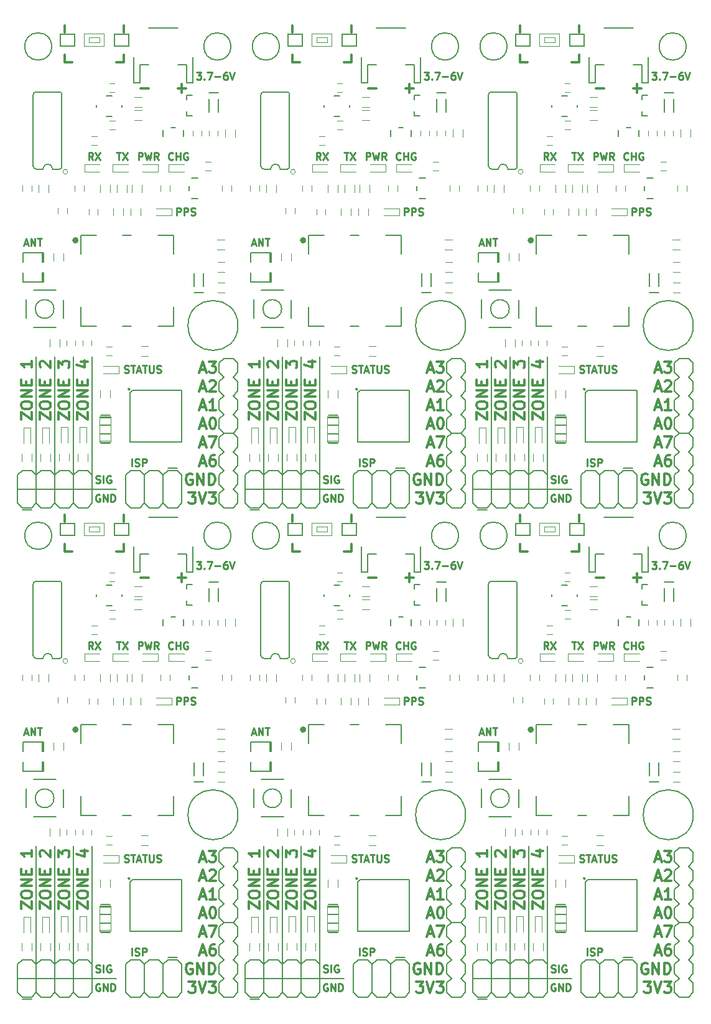
<source format=gto>
G04 #@! TF.FileFunction,Legend,Top*
%FSLAX46Y46*%
G04 Gerber Fmt 4.6, Leading zero omitted, Abs format (unit mm)*
G04 Created by KiCad (PCBNEW 4.0.6) date 08/02/17 18:57:33*
%MOMM*%
%LPD*%
G01*
G04 APERTURE LIST*
%ADD10C,0.100000*%
%ADD11C,0.250000*%
%ADD12C,0.300000*%
%ADD13C,0.200000*%
%ADD14C,0.120000*%
%ADD15C,0.203200*%
%ADD16C,0.002540*%
%ADD17C,0.066040*%
%ADD18C,0.304800*%
%ADD19C,0.457200*%
%ADD20C,0.127000*%
G04 APERTURE END LIST*
D10*
D11*
X123277334Y-124658381D02*
X122944000Y-124182190D01*
X122705905Y-124658381D02*
X122705905Y-123658381D01*
X123086858Y-123658381D01*
X123182096Y-123706000D01*
X123229715Y-123753619D01*
X123277334Y-123848857D01*
X123277334Y-123991714D01*
X123229715Y-124086952D01*
X123182096Y-124134571D01*
X123086858Y-124182190D01*
X122705905Y-124182190D01*
X123610667Y-123658381D02*
X124277334Y-124658381D01*
X124277334Y-123658381D02*
X123610667Y-124658381D01*
X92289334Y-124658381D02*
X91956000Y-124182190D01*
X91717905Y-124658381D02*
X91717905Y-123658381D01*
X92098858Y-123658381D01*
X92194096Y-123706000D01*
X92241715Y-123753619D01*
X92289334Y-123848857D01*
X92289334Y-123991714D01*
X92241715Y-124086952D01*
X92194096Y-124134571D01*
X92098858Y-124182190D01*
X91717905Y-124182190D01*
X92622667Y-123658381D02*
X93289334Y-124658381D01*
X93289334Y-123658381D02*
X92622667Y-124658381D01*
X61301334Y-124658381D02*
X60968000Y-124182190D01*
X60729905Y-124658381D02*
X60729905Y-123658381D01*
X61110858Y-123658381D01*
X61206096Y-123706000D01*
X61253715Y-123753619D01*
X61301334Y-123848857D01*
X61301334Y-123991714D01*
X61253715Y-124086952D01*
X61206096Y-124134571D01*
X61110858Y-124182190D01*
X60729905Y-124182190D01*
X61634667Y-123658381D02*
X62301334Y-124658381D01*
X62301334Y-123658381D02*
X61634667Y-124658381D01*
X123277334Y-58110381D02*
X122944000Y-57634190D01*
X122705905Y-58110381D02*
X122705905Y-57110381D01*
X123086858Y-57110381D01*
X123182096Y-57158000D01*
X123229715Y-57205619D01*
X123277334Y-57300857D01*
X123277334Y-57443714D01*
X123229715Y-57538952D01*
X123182096Y-57586571D01*
X123086858Y-57634190D01*
X122705905Y-57634190D01*
X123610667Y-57110381D02*
X124277334Y-58110381D01*
X124277334Y-57110381D02*
X123610667Y-58110381D01*
X92289334Y-58110381D02*
X91956000Y-57634190D01*
X91717905Y-58110381D02*
X91717905Y-57110381D01*
X92098858Y-57110381D01*
X92194096Y-57158000D01*
X92241715Y-57205619D01*
X92289334Y-57300857D01*
X92289334Y-57443714D01*
X92241715Y-57538952D01*
X92194096Y-57586571D01*
X92098858Y-57634190D01*
X91717905Y-57634190D01*
X92622667Y-57110381D02*
X93289334Y-58110381D01*
X93289334Y-57110381D02*
X92622667Y-58110381D01*
D12*
X134810572Y-114915143D02*
X135953429Y-114915143D01*
X135382000Y-115486571D02*
X135382000Y-114343714D01*
X103822572Y-114915143D02*
X104965429Y-114915143D01*
X104394000Y-115486571D02*
X104394000Y-114343714D01*
X72834572Y-114915143D02*
X73977429Y-114915143D01*
X73406000Y-115486571D02*
X73406000Y-114343714D01*
X134810572Y-48367143D02*
X135953429Y-48367143D01*
X135382000Y-48938571D02*
X135382000Y-47795714D01*
X103822572Y-48367143D02*
X104965429Y-48367143D01*
X104394000Y-48938571D02*
X104394000Y-47795714D01*
D11*
X137382572Y-112736381D02*
X138001620Y-112736381D01*
X137668286Y-113117333D01*
X137811144Y-113117333D01*
X137906382Y-113164952D01*
X137954001Y-113212571D01*
X138001620Y-113307810D01*
X138001620Y-113545905D01*
X137954001Y-113641143D01*
X137906382Y-113688762D01*
X137811144Y-113736381D01*
X137525429Y-113736381D01*
X137430191Y-113688762D01*
X137382572Y-113641143D01*
X138430191Y-113641143D02*
X138477810Y-113688762D01*
X138430191Y-113736381D01*
X138382572Y-113688762D01*
X138430191Y-113641143D01*
X138430191Y-113736381D01*
X138811143Y-112736381D02*
X139477810Y-112736381D01*
X139049238Y-113736381D01*
X139858762Y-113355429D02*
X140620667Y-113355429D01*
X141525429Y-112736381D02*
X141334952Y-112736381D01*
X141239714Y-112784000D01*
X141192095Y-112831619D01*
X141096857Y-112974476D01*
X141049238Y-113164952D01*
X141049238Y-113545905D01*
X141096857Y-113641143D01*
X141144476Y-113688762D01*
X141239714Y-113736381D01*
X141430191Y-113736381D01*
X141525429Y-113688762D01*
X141573048Y-113641143D01*
X141620667Y-113545905D01*
X141620667Y-113307810D01*
X141573048Y-113212571D01*
X141525429Y-113164952D01*
X141430191Y-113117333D01*
X141239714Y-113117333D01*
X141144476Y-113164952D01*
X141096857Y-113212571D01*
X141049238Y-113307810D01*
X141906381Y-112736381D02*
X142239714Y-113736381D01*
X142573048Y-112736381D01*
X106394572Y-112736381D02*
X107013620Y-112736381D01*
X106680286Y-113117333D01*
X106823144Y-113117333D01*
X106918382Y-113164952D01*
X106966001Y-113212571D01*
X107013620Y-113307810D01*
X107013620Y-113545905D01*
X106966001Y-113641143D01*
X106918382Y-113688762D01*
X106823144Y-113736381D01*
X106537429Y-113736381D01*
X106442191Y-113688762D01*
X106394572Y-113641143D01*
X107442191Y-113641143D02*
X107489810Y-113688762D01*
X107442191Y-113736381D01*
X107394572Y-113688762D01*
X107442191Y-113641143D01*
X107442191Y-113736381D01*
X107823143Y-112736381D02*
X108489810Y-112736381D01*
X108061238Y-113736381D01*
X108870762Y-113355429D02*
X109632667Y-113355429D01*
X110537429Y-112736381D02*
X110346952Y-112736381D01*
X110251714Y-112784000D01*
X110204095Y-112831619D01*
X110108857Y-112974476D01*
X110061238Y-113164952D01*
X110061238Y-113545905D01*
X110108857Y-113641143D01*
X110156476Y-113688762D01*
X110251714Y-113736381D01*
X110442191Y-113736381D01*
X110537429Y-113688762D01*
X110585048Y-113641143D01*
X110632667Y-113545905D01*
X110632667Y-113307810D01*
X110585048Y-113212571D01*
X110537429Y-113164952D01*
X110442191Y-113117333D01*
X110251714Y-113117333D01*
X110156476Y-113164952D01*
X110108857Y-113212571D01*
X110061238Y-113307810D01*
X110918381Y-112736381D02*
X111251714Y-113736381D01*
X111585048Y-112736381D01*
X75406572Y-112736381D02*
X76025620Y-112736381D01*
X75692286Y-113117333D01*
X75835144Y-113117333D01*
X75930382Y-113164952D01*
X75978001Y-113212571D01*
X76025620Y-113307810D01*
X76025620Y-113545905D01*
X75978001Y-113641143D01*
X75930382Y-113688762D01*
X75835144Y-113736381D01*
X75549429Y-113736381D01*
X75454191Y-113688762D01*
X75406572Y-113641143D01*
X76454191Y-113641143D02*
X76501810Y-113688762D01*
X76454191Y-113736381D01*
X76406572Y-113688762D01*
X76454191Y-113641143D01*
X76454191Y-113736381D01*
X76835143Y-112736381D02*
X77501810Y-112736381D01*
X77073238Y-113736381D01*
X77882762Y-113355429D02*
X78644667Y-113355429D01*
X79549429Y-112736381D02*
X79358952Y-112736381D01*
X79263714Y-112784000D01*
X79216095Y-112831619D01*
X79120857Y-112974476D01*
X79073238Y-113164952D01*
X79073238Y-113545905D01*
X79120857Y-113641143D01*
X79168476Y-113688762D01*
X79263714Y-113736381D01*
X79454191Y-113736381D01*
X79549429Y-113688762D01*
X79597048Y-113641143D01*
X79644667Y-113545905D01*
X79644667Y-113307810D01*
X79597048Y-113212571D01*
X79549429Y-113164952D01*
X79454191Y-113117333D01*
X79263714Y-113117333D01*
X79168476Y-113164952D01*
X79120857Y-113212571D01*
X79073238Y-113307810D01*
X79930381Y-112736381D02*
X80263714Y-113736381D01*
X80597048Y-112736381D01*
X137382572Y-46188381D02*
X138001620Y-46188381D01*
X137668286Y-46569333D01*
X137811144Y-46569333D01*
X137906382Y-46616952D01*
X137954001Y-46664571D01*
X138001620Y-46759810D01*
X138001620Y-46997905D01*
X137954001Y-47093143D01*
X137906382Y-47140762D01*
X137811144Y-47188381D01*
X137525429Y-47188381D01*
X137430191Y-47140762D01*
X137382572Y-47093143D01*
X138430191Y-47093143D02*
X138477810Y-47140762D01*
X138430191Y-47188381D01*
X138382572Y-47140762D01*
X138430191Y-47093143D01*
X138430191Y-47188381D01*
X138811143Y-46188381D02*
X139477810Y-46188381D01*
X139049238Y-47188381D01*
X139858762Y-46807429D02*
X140620667Y-46807429D01*
X141525429Y-46188381D02*
X141334952Y-46188381D01*
X141239714Y-46236000D01*
X141192095Y-46283619D01*
X141096857Y-46426476D01*
X141049238Y-46616952D01*
X141049238Y-46997905D01*
X141096857Y-47093143D01*
X141144476Y-47140762D01*
X141239714Y-47188381D01*
X141430191Y-47188381D01*
X141525429Y-47140762D01*
X141573048Y-47093143D01*
X141620667Y-46997905D01*
X141620667Y-46759810D01*
X141573048Y-46664571D01*
X141525429Y-46616952D01*
X141430191Y-46569333D01*
X141239714Y-46569333D01*
X141144476Y-46616952D01*
X141096857Y-46664571D01*
X141049238Y-46759810D01*
X141906381Y-46188381D02*
X142239714Y-47188381D01*
X142573048Y-46188381D01*
X106394572Y-46188381D02*
X107013620Y-46188381D01*
X106680286Y-46569333D01*
X106823144Y-46569333D01*
X106918382Y-46616952D01*
X106966001Y-46664571D01*
X107013620Y-46759810D01*
X107013620Y-46997905D01*
X106966001Y-47093143D01*
X106918382Y-47140762D01*
X106823144Y-47188381D01*
X106537429Y-47188381D01*
X106442191Y-47140762D01*
X106394572Y-47093143D01*
X107442191Y-47093143D02*
X107489810Y-47140762D01*
X107442191Y-47188381D01*
X107394572Y-47140762D01*
X107442191Y-47093143D01*
X107442191Y-47188381D01*
X107823143Y-46188381D02*
X108489810Y-46188381D01*
X108061238Y-47188381D01*
X108870762Y-46807429D02*
X109632667Y-46807429D01*
X110537429Y-46188381D02*
X110346952Y-46188381D01*
X110251714Y-46236000D01*
X110204095Y-46283619D01*
X110108857Y-46426476D01*
X110061238Y-46616952D01*
X110061238Y-46997905D01*
X110108857Y-47093143D01*
X110156476Y-47140762D01*
X110251714Y-47188381D01*
X110442191Y-47188381D01*
X110537429Y-47140762D01*
X110585048Y-47093143D01*
X110632667Y-46997905D01*
X110632667Y-46759810D01*
X110585048Y-46664571D01*
X110537429Y-46616952D01*
X110442191Y-46569333D01*
X110251714Y-46569333D01*
X110156476Y-46616952D01*
X110108857Y-46664571D01*
X110061238Y-46759810D01*
X110918381Y-46188381D02*
X111251714Y-47188381D01*
X111585048Y-46188381D01*
X134159715Y-124563143D02*
X134112096Y-124610762D01*
X133969239Y-124658381D01*
X133874001Y-124658381D01*
X133731143Y-124610762D01*
X133635905Y-124515524D01*
X133588286Y-124420286D01*
X133540667Y-124229810D01*
X133540667Y-124086952D01*
X133588286Y-123896476D01*
X133635905Y-123801238D01*
X133731143Y-123706000D01*
X133874001Y-123658381D01*
X133969239Y-123658381D01*
X134112096Y-123706000D01*
X134159715Y-123753619D01*
X134588286Y-124658381D02*
X134588286Y-123658381D01*
X134588286Y-124134571D02*
X135159715Y-124134571D01*
X135159715Y-124658381D02*
X135159715Y-123658381D01*
X136159715Y-123706000D02*
X136064477Y-123658381D01*
X135921620Y-123658381D01*
X135778762Y-123706000D01*
X135683524Y-123801238D01*
X135635905Y-123896476D01*
X135588286Y-124086952D01*
X135588286Y-124229810D01*
X135635905Y-124420286D01*
X135683524Y-124515524D01*
X135778762Y-124610762D01*
X135921620Y-124658381D01*
X136016858Y-124658381D01*
X136159715Y-124610762D01*
X136207334Y-124563143D01*
X136207334Y-124229810D01*
X136016858Y-124229810D01*
X103171715Y-124563143D02*
X103124096Y-124610762D01*
X102981239Y-124658381D01*
X102886001Y-124658381D01*
X102743143Y-124610762D01*
X102647905Y-124515524D01*
X102600286Y-124420286D01*
X102552667Y-124229810D01*
X102552667Y-124086952D01*
X102600286Y-123896476D01*
X102647905Y-123801238D01*
X102743143Y-123706000D01*
X102886001Y-123658381D01*
X102981239Y-123658381D01*
X103124096Y-123706000D01*
X103171715Y-123753619D01*
X103600286Y-124658381D02*
X103600286Y-123658381D01*
X103600286Y-124134571D02*
X104171715Y-124134571D01*
X104171715Y-124658381D02*
X104171715Y-123658381D01*
X105171715Y-123706000D02*
X105076477Y-123658381D01*
X104933620Y-123658381D01*
X104790762Y-123706000D01*
X104695524Y-123801238D01*
X104647905Y-123896476D01*
X104600286Y-124086952D01*
X104600286Y-124229810D01*
X104647905Y-124420286D01*
X104695524Y-124515524D01*
X104790762Y-124610762D01*
X104933620Y-124658381D01*
X105028858Y-124658381D01*
X105171715Y-124610762D01*
X105219334Y-124563143D01*
X105219334Y-124229810D01*
X105028858Y-124229810D01*
X72183715Y-124563143D02*
X72136096Y-124610762D01*
X71993239Y-124658381D01*
X71898001Y-124658381D01*
X71755143Y-124610762D01*
X71659905Y-124515524D01*
X71612286Y-124420286D01*
X71564667Y-124229810D01*
X71564667Y-124086952D01*
X71612286Y-123896476D01*
X71659905Y-123801238D01*
X71755143Y-123706000D01*
X71898001Y-123658381D01*
X71993239Y-123658381D01*
X72136096Y-123706000D01*
X72183715Y-123753619D01*
X72612286Y-124658381D02*
X72612286Y-123658381D01*
X72612286Y-124134571D02*
X73183715Y-124134571D01*
X73183715Y-124658381D02*
X73183715Y-123658381D01*
X74183715Y-123706000D02*
X74088477Y-123658381D01*
X73945620Y-123658381D01*
X73802762Y-123706000D01*
X73707524Y-123801238D01*
X73659905Y-123896476D01*
X73612286Y-124086952D01*
X73612286Y-124229810D01*
X73659905Y-124420286D01*
X73707524Y-124515524D01*
X73802762Y-124610762D01*
X73945620Y-124658381D01*
X74040858Y-124658381D01*
X74183715Y-124610762D01*
X74231334Y-124563143D01*
X74231334Y-124229810D01*
X74040858Y-124229810D01*
X134159715Y-58015143D02*
X134112096Y-58062762D01*
X133969239Y-58110381D01*
X133874001Y-58110381D01*
X133731143Y-58062762D01*
X133635905Y-57967524D01*
X133588286Y-57872286D01*
X133540667Y-57681810D01*
X133540667Y-57538952D01*
X133588286Y-57348476D01*
X133635905Y-57253238D01*
X133731143Y-57158000D01*
X133874001Y-57110381D01*
X133969239Y-57110381D01*
X134112096Y-57158000D01*
X134159715Y-57205619D01*
X134588286Y-58110381D02*
X134588286Y-57110381D01*
X134588286Y-57586571D02*
X135159715Y-57586571D01*
X135159715Y-58110381D02*
X135159715Y-57110381D01*
X136159715Y-57158000D02*
X136064477Y-57110381D01*
X135921620Y-57110381D01*
X135778762Y-57158000D01*
X135683524Y-57253238D01*
X135635905Y-57348476D01*
X135588286Y-57538952D01*
X135588286Y-57681810D01*
X135635905Y-57872286D01*
X135683524Y-57967524D01*
X135778762Y-58062762D01*
X135921620Y-58110381D01*
X136016858Y-58110381D01*
X136159715Y-58062762D01*
X136207334Y-58015143D01*
X136207334Y-57681810D01*
X136016858Y-57681810D01*
X103171715Y-58015143D02*
X103124096Y-58062762D01*
X102981239Y-58110381D01*
X102886001Y-58110381D01*
X102743143Y-58062762D01*
X102647905Y-57967524D01*
X102600286Y-57872286D01*
X102552667Y-57681810D01*
X102552667Y-57538952D01*
X102600286Y-57348476D01*
X102647905Y-57253238D01*
X102743143Y-57158000D01*
X102886001Y-57110381D01*
X102981239Y-57110381D01*
X103124096Y-57158000D01*
X103171715Y-57205619D01*
X103600286Y-58110381D02*
X103600286Y-57110381D01*
X103600286Y-57586571D02*
X104171715Y-57586571D01*
X104171715Y-58110381D02*
X104171715Y-57110381D01*
X105171715Y-57158000D02*
X105076477Y-57110381D01*
X104933620Y-57110381D01*
X104790762Y-57158000D01*
X104695524Y-57253238D01*
X104647905Y-57348476D01*
X104600286Y-57538952D01*
X104600286Y-57681810D01*
X104647905Y-57872286D01*
X104695524Y-57967524D01*
X104790762Y-58062762D01*
X104933620Y-58110381D01*
X105028858Y-58110381D01*
X105171715Y-58062762D01*
X105219334Y-58015143D01*
X105219334Y-57681810D01*
X105028858Y-57681810D01*
D12*
X129730572Y-114915143D02*
X130873429Y-114915143D01*
X98742572Y-114915143D02*
X99885429Y-114915143D01*
X67754572Y-114915143D02*
X68897429Y-114915143D01*
X129730572Y-48367143D02*
X130873429Y-48367143D01*
X98742572Y-48367143D02*
X99885429Y-48367143D01*
D11*
X113919143Y-136056667D02*
X114395334Y-136056667D01*
X113823905Y-136342381D02*
X114157238Y-135342381D01*
X114490572Y-136342381D01*
X114823905Y-136342381D02*
X114823905Y-135342381D01*
X115395334Y-136342381D01*
X115395334Y-135342381D01*
X115728667Y-135342381D02*
X116300096Y-135342381D01*
X116014381Y-136342381D02*
X116014381Y-135342381D01*
X82931143Y-136056667D02*
X83407334Y-136056667D01*
X82835905Y-136342381D02*
X83169238Y-135342381D01*
X83502572Y-136342381D01*
X83835905Y-136342381D02*
X83835905Y-135342381D01*
X84407334Y-136342381D01*
X84407334Y-135342381D01*
X84740667Y-135342381D02*
X85312096Y-135342381D01*
X85026381Y-136342381D02*
X85026381Y-135342381D01*
X51943143Y-136056667D02*
X52419334Y-136056667D01*
X51847905Y-136342381D02*
X52181238Y-135342381D01*
X52514572Y-136342381D01*
X52847905Y-136342381D02*
X52847905Y-135342381D01*
X53419334Y-136342381D01*
X53419334Y-135342381D01*
X53752667Y-135342381D02*
X54324096Y-135342381D01*
X54038381Y-136342381D02*
X54038381Y-135342381D01*
X113919143Y-69508667D02*
X114395334Y-69508667D01*
X113823905Y-69794381D02*
X114157238Y-68794381D01*
X114490572Y-69794381D01*
X114823905Y-69794381D02*
X114823905Y-68794381D01*
X115395334Y-69794381D01*
X115395334Y-68794381D01*
X115728667Y-68794381D02*
X116300096Y-68794381D01*
X116014381Y-69794381D02*
X116014381Y-68794381D01*
X82931143Y-69508667D02*
X83407334Y-69508667D01*
X82835905Y-69794381D02*
X83169238Y-68794381D01*
X83502572Y-69794381D01*
X83835905Y-69794381D02*
X83835905Y-68794381D01*
X84407334Y-69794381D01*
X84407334Y-68794381D01*
X84740667Y-68794381D02*
X85312096Y-68794381D01*
X85026381Y-69794381D02*
X85026381Y-68794381D01*
X134657905Y-132180381D02*
X134657905Y-131180381D01*
X135038858Y-131180381D01*
X135134096Y-131228000D01*
X135181715Y-131275619D01*
X135229334Y-131370857D01*
X135229334Y-131513714D01*
X135181715Y-131608952D01*
X135134096Y-131656571D01*
X135038858Y-131704190D01*
X134657905Y-131704190D01*
X135657905Y-132180381D02*
X135657905Y-131180381D01*
X136038858Y-131180381D01*
X136134096Y-131228000D01*
X136181715Y-131275619D01*
X136229334Y-131370857D01*
X136229334Y-131513714D01*
X136181715Y-131608952D01*
X136134096Y-131656571D01*
X136038858Y-131704190D01*
X135657905Y-131704190D01*
X136610286Y-132132762D02*
X136753143Y-132180381D01*
X136991239Y-132180381D01*
X137086477Y-132132762D01*
X137134096Y-132085143D01*
X137181715Y-131989905D01*
X137181715Y-131894667D01*
X137134096Y-131799429D01*
X137086477Y-131751810D01*
X136991239Y-131704190D01*
X136800762Y-131656571D01*
X136705524Y-131608952D01*
X136657905Y-131561333D01*
X136610286Y-131466095D01*
X136610286Y-131370857D01*
X136657905Y-131275619D01*
X136705524Y-131228000D01*
X136800762Y-131180381D01*
X137038858Y-131180381D01*
X137181715Y-131228000D01*
X103669905Y-132180381D02*
X103669905Y-131180381D01*
X104050858Y-131180381D01*
X104146096Y-131228000D01*
X104193715Y-131275619D01*
X104241334Y-131370857D01*
X104241334Y-131513714D01*
X104193715Y-131608952D01*
X104146096Y-131656571D01*
X104050858Y-131704190D01*
X103669905Y-131704190D01*
X104669905Y-132180381D02*
X104669905Y-131180381D01*
X105050858Y-131180381D01*
X105146096Y-131228000D01*
X105193715Y-131275619D01*
X105241334Y-131370857D01*
X105241334Y-131513714D01*
X105193715Y-131608952D01*
X105146096Y-131656571D01*
X105050858Y-131704190D01*
X104669905Y-131704190D01*
X105622286Y-132132762D02*
X105765143Y-132180381D01*
X106003239Y-132180381D01*
X106098477Y-132132762D01*
X106146096Y-132085143D01*
X106193715Y-131989905D01*
X106193715Y-131894667D01*
X106146096Y-131799429D01*
X106098477Y-131751810D01*
X106003239Y-131704190D01*
X105812762Y-131656571D01*
X105717524Y-131608952D01*
X105669905Y-131561333D01*
X105622286Y-131466095D01*
X105622286Y-131370857D01*
X105669905Y-131275619D01*
X105717524Y-131228000D01*
X105812762Y-131180381D01*
X106050858Y-131180381D01*
X106193715Y-131228000D01*
X72681905Y-132180381D02*
X72681905Y-131180381D01*
X73062858Y-131180381D01*
X73158096Y-131228000D01*
X73205715Y-131275619D01*
X73253334Y-131370857D01*
X73253334Y-131513714D01*
X73205715Y-131608952D01*
X73158096Y-131656571D01*
X73062858Y-131704190D01*
X72681905Y-131704190D01*
X73681905Y-132180381D02*
X73681905Y-131180381D01*
X74062858Y-131180381D01*
X74158096Y-131228000D01*
X74205715Y-131275619D01*
X74253334Y-131370857D01*
X74253334Y-131513714D01*
X74205715Y-131608952D01*
X74158096Y-131656571D01*
X74062858Y-131704190D01*
X73681905Y-131704190D01*
X74634286Y-132132762D02*
X74777143Y-132180381D01*
X75015239Y-132180381D01*
X75110477Y-132132762D01*
X75158096Y-132085143D01*
X75205715Y-131989905D01*
X75205715Y-131894667D01*
X75158096Y-131799429D01*
X75110477Y-131751810D01*
X75015239Y-131704190D01*
X74824762Y-131656571D01*
X74729524Y-131608952D01*
X74681905Y-131561333D01*
X74634286Y-131466095D01*
X74634286Y-131370857D01*
X74681905Y-131275619D01*
X74729524Y-131228000D01*
X74824762Y-131180381D01*
X75062858Y-131180381D01*
X75205715Y-131228000D01*
X134657905Y-65632381D02*
X134657905Y-64632381D01*
X135038858Y-64632381D01*
X135134096Y-64680000D01*
X135181715Y-64727619D01*
X135229334Y-64822857D01*
X135229334Y-64965714D01*
X135181715Y-65060952D01*
X135134096Y-65108571D01*
X135038858Y-65156190D01*
X134657905Y-65156190D01*
X135657905Y-65632381D02*
X135657905Y-64632381D01*
X136038858Y-64632381D01*
X136134096Y-64680000D01*
X136181715Y-64727619D01*
X136229334Y-64822857D01*
X136229334Y-64965714D01*
X136181715Y-65060952D01*
X136134096Y-65108571D01*
X136038858Y-65156190D01*
X135657905Y-65156190D01*
X136610286Y-65584762D02*
X136753143Y-65632381D01*
X136991239Y-65632381D01*
X137086477Y-65584762D01*
X137134096Y-65537143D01*
X137181715Y-65441905D01*
X137181715Y-65346667D01*
X137134096Y-65251429D01*
X137086477Y-65203810D01*
X136991239Y-65156190D01*
X136800762Y-65108571D01*
X136705524Y-65060952D01*
X136657905Y-65013333D01*
X136610286Y-64918095D01*
X136610286Y-64822857D01*
X136657905Y-64727619D01*
X136705524Y-64680000D01*
X136800762Y-64632381D01*
X137038858Y-64632381D01*
X137181715Y-64680000D01*
X103669905Y-65632381D02*
X103669905Y-64632381D01*
X104050858Y-64632381D01*
X104146096Y-64680000D01*
X104193715Y-64727619D01*
X104241334Y-64822857D01*
X104241334Y-64965714D01*
X104193715Y-65060952D01*
X104146096Y-65108571D01*
X104050858Y-65156190D01*
X103669905Y-65156190D01*
X104669905Y-65632381D02*
X104669905Y-64632381D01*
X105050858Y-64632381D01*
X105146096Y-64680000D01*
X105193715Y-64727619D01*
X105241334Y-64822857D01*
X105241334Y-64965714D01*
X105193715Y-65060952D01*
X105146096Y-65108571D01*
X105050858Y-65156190D01*
X104669905Y-65156190D01*
X105622286Y-65584762D02*
X105765143Y-65632381D01*
X106003239Y-65632381D01*
X106098477Y-65584762D01*
X106146096Y-65537143D01*
X106193715Y-65441905D01*
X106193715Y-65346667D01*
X106146096Y-65251429D01*
X106098477Y-65203810D01*
X106003239Y-65156190D01*
X105812762Y-65108571D01*
X105717524Y-65060952D01*
X105669905Y-65013333D01*
X105622286Y-64918095D01*
X105622286Y-64822857D01*
X105669905Y-64727619D01*
X105717524Y-64680000D01*
X105812762Y-64632381D01*
X106050858Y-64632381D01*
X106193715Y-64680000D01*
X126492095Y-123658381D02*
X127063524Y-123658381D01*
X126777809Y-124658381D02*
X126777809Y-123658381D01*
X127301619Y-123658381D02*
X127968286Y-124658381D01*
X127968286Y-123658381D02*
X127301619Y-124658381D01*
X95504095Y-123658381D02*
X96075524Y-123658381D01*
X95789809Y-124658381D02*
X95789809Y-123658381D01*
X96313619Y-123658381D02*
X96980286Y-124658381D01*
X96980286Y-123658381D02*
X96313619Y-124658381D01*
X64516095Y-123658381D02*
X65087524Y-123658381D01*
X64801809Y-124658381D02*
X64801809Y-123658381D01*
X65325619Y-123658381D02*
X65992286Y-124658381D01*
X65992286Y-123658381D02*
X65325619Y-124658381D01*
X126492095Y-57110381D02*
X127063524Y-57110381D01*
X126777809Y-58110381D02*
X126777809Y-57110381D01*
X127301619Y-57110381D02*
X127968286Y-58110381D01*
X127968286Y-57110381D02*
X127301619Y-58110381D01*
X95504095Y-57110381D02*
X96075524Y-57110381D01*
X95789809Y-58110381D02*
X95789809Y-57110381D01*
X96313619Y-57110381D02*
X96980286Y-58110381D01*
X96980286Y-57110381D02*
X96313619Y-58110381D01*
X129476667Y-124658381D02*
X129476667Y-123658381D01*
X129857620Y-123658381D01*
X129952858Y-123706000D01*
X130000477Y-123753619D01*
X130048096Y-123848857D01*
X130048096Y-123991714D01*
X130000477Y-124086952D01*
X129952858Y-124134571D01*
X129857620Y-124182190D01*
X129476667Y-124182190D01*
X130381429Y-123658381D02*
X130619524Y-124658381D01*
X130810001Y-123944095D01*
X131000477Y-124658381D01*
X131238572Y-123658381D01*
X132190953Y-124658381D02*
X131857619Y-124182190D01*
X131619524Y-124658381D02*
X131619524Y-123658381D01*
X132000477Y-123658381D01*
X132095715Y-123706000D01*
X132143334Y-123753619D01*
X132190953Y-123848857D01*
X132190953Y-123991714D01*
X132143334Y-124086952D01*
X132095715Y-124134571D01*
X132000477Y-124182190D01*
X131619524Y-124182190D01*
X98488667Y-124658381D02*
X98488667Y-123658381D01*
X98869620Y-123658381D01*
X98964858Y-123706000D01*
X99012477Y-123753619D01*
X99060096Y-123848857D01*
X99060096Y-123991714D01*
X99012477Y-124086952D01*
X98964858Y-124134571D01*
X98869620Y-124182190D01*
X98488667Y-124182190D01*
X99393429Y-123658381D02*
X99631524Y-124658381D01*
X99822001Y-123944095D01*
X100012477Y-124658381D01*
X100250572Y-123658381D01*
X101202953Y-124658381D02*
X100869619Y-124182190D01*
X100631524Y-124658381D02*
X100631524Y-123658381D01*
X101012477Y-123658381D01*
X101107715Y-123706000D01*
X101155334Y-123753619D01*
X101202953Y-123848857D01*
X101202953Y-123991714D01*
X101155334Y-124086952D01*
X101107715Y-124134571D01*
X101012477Y-124182190D01*
X100631524Y-124182190D01*
X67500667Y-124658381D02*
X67500667Y-123658381D01*
X67881620Y-123658381D01*
X67976858Y-123706000D01*
X68024477Y-123753619D01*
X68072096Y-123848857D01*
X68072096Y-123991714D01*
X68024477Y-124086952D01*
X67976858Y-124134571D01*
X67881620Y-124182190D01*
X67500667Y-124182190D01*
X68405429Y-123658381D02*
X68643524Y-124658381D01*
X68834001Y-123944095D01*
X69024477Y-124658381D01*
X69262572Y-123658381D01*
X70214953Y-124658381D02*
X69881619Y-124182190D01*
X69643524Y-124658381D02*
X69643524Y-123658381D01*
X70024477Y-123658381D01*
X70119715Y-123706000D01*
X70167334Y-123753619D01*
X70214953Y-123848857D01*
X70214953Y-123991714D01*
X70167334Y-124086952D01*
X70119715Y-124134571D01*
X70024477Y-124182190D01*
X69643524Y-124182190D01*
X129476667Y-58110381D02*
X129476667Y-57110381D01*
X129857620Y-57110381D01*
X129952858Y-57158000D01*
X130000477Y-57205619D01*
X130048096Y-57300857D01*
X130048096Y-57443714D01*
X130000477Y-57538952D01*
X129952858Y-57586571D01*
X129857620Y-57634190D01*
X129476667Y-57634190D01*
X130381429Y-57110381D02*
X130619524Y-58110381D01*
X130810001Y-57396095D01*
X131000477Y-58110381D01*
X131238572Y-57110381D01*
X132190953Y-58110381D02*
X131857619Y-57634190D01*
X131619524Y-58110381D02*
X131619524Y-57110381D01*
X132000477Y-57110381D01*
X132095715Y-57158000D01*
X132143334Y-57205619D01*
X132190953Y-57300857D01*
X132190953Y-57443714D01*
X132143334Y-57538952D01*
X132095715Y-57586571D01*
X132000477Y-57634190D01*
X131619524Y-57634190D01*
X98488667Y-58110381D02*
X98488667Y-57110381D01*
X98869620Y-57110381D01*
X98964858Y-57158000D01*
X99012477Y-57205619D01*
X99060096Y-57300857D01*
X99060096Y-57443714D01*
X99012477Y-57538952D01*
X98964858Y-57586571D01*
X98869620Y-57634190D01*
X98488667Y-57634190D01*
X99393429Y-57110381D02*
X99631524Y-58110381D01*
X99822001Y-57396095D01*
X100012477Y-58110381D01*
X100250572Y-57110381D01*
X101202953Y-58110381D02*
X100869619Y-57634190D01*
X100631524Y-58110381D02*
X100631524Y-57110381D01*
X101012477Y-57110381D01*
X101107715Y-57158000D01*
X101155334Y-57205619D01*
X101202953Y-57300857D01*
X101202953Y-57443714D01*
X101155334Y-57538952D01*
X101107715Y-57586571D01*
X101012477Y-57634190D01*
X100631524Y-57634190D01*
D12*
X137866572Y-155698000D02*
X138580858Y-155698000D01*
X137723715Y-156126571D02*
X138223715Y-154626571D01*
X138723715Y-156126571D01*
X139152286Y-154769429D02*
X139223715Y-154698000D01*
X139366572Y-154626571D01*
X139723715Y-154626571D01*
X139866572Y-154698000D01*
X139938001Y-154769429D01*
X140009429Y-154912286D01*
X140009429Y-155055143D01*
X139938001Y-155269429D01*
X139080858Y-156126571D01*
X140009429Y-156126571D01*
X106878572Y-155698000D02*
X107592858Y-155698000D01*
X106735715Y-156126571D02*
X107235715Y-154626571D01*
X107735715Y-156126571D01*
X108164286Y-154769429D02*
X108235715Y-154698000D01*
X108378572Y-154626571D01*
X108735715Y-154626571D01*
X108878572Y-154698000D01*
X108950001Y-154769429D01*
X109021429Y-154912286D01*
X109021429Y-155055143D01*
X108950001Y-155269429D01*
X108092858Y-156126571D01*
X109021429Y-156126571D01*
X75890572Y-155698000D02*
X76604858Y-155698000D01*
X75747715Y-156126571D02*
X76247715Y-154626571D01*
X76747715Y-156126571D01*
X77176286Y-154769429D02*
X77247715Y-154698000D01*
X77390572Y-154626571D01*
X77747715Y-154626571D01*
X77890572Y-154698000D01*
X77962001Y-154769429D01*
X78033429Y-154912286D01*
X78033429Y-155055143D01*
X77962001Y-155269429D01*
X77104858Y-156126571D01*
X78033429Y-156126571D01*
X137866572Y-89150000D02*
X138580858Y-89150000D01*
X137723715Y-89578571D02*
X138223715Y-88078571D01*
X138723715Y-89578571D01*
X139152286Y-88221429D02*
X139223715Y-88150000D01*
X139366572Y-88078571D01*
X139723715Y-88078571D01*
X139866572Y-88150000D01*
X139938001Y-88221429D01*
X140009429Y-88364286D01*
X140009429Y-88507143D01*
X139938001Y-88721429D01*
X139080858Y-89578571D01*
X140009429Y-89578571D01*
X106878572Y-89150000D02*
X107592858Y-89150000D01*
X106735715Y-89578571D02*
X107235715Y-88078571D01*
X107735715Y-89578571D01*
X108164286Y-88221429D02*
X108235715Y-88150000D01*
X108378572Y-88078571D01*
X108735715Y-88078571D01*
X108878572Y-88150000D01*
X108950001Y-88221429D01*
X109021429Y-88364286D01*
X109021429Y-88507143D01*
X108950001Y-88721429D01*
X108092858Y-89578571D01*
X109021429Y-89578571D01*
X137866572Y-153158000D02*
X138580858Y-153158000D01*
X137723715Y-153586571D02*
X138223715Y-152086571D01*
X138723715Y-153586571D01*
X139080858Y-152086571D02*
X140009429Y-152086571D01*
X139509429Y-152658000D01*
X139723715Y-152658000D01*
X139866572Y-152729429D01*
X139938001Y-152800857D01*
X140009429Y-152943714D01*
X140009429Y-153300857D01*
X139938001Y-153443714D01*
X139866572Y-153515143D01*
X139723715Y-153586571D01*
X139295143Y-153586571D01*
X139152286Y-153515143D01*
X139080858Y-153443714D01*
X106878572Y-153158000D02*
X107592858Y-153158000D01*
X106735715Y-153586571D02*
X107235715Y-152086571D01*
X107735715Y-153586571D01*
X108092858Y-152086571D02*
X109021429Y-152086571D01*
X108521429Y-152658000D01*
X108735715Y-152658000D01*
X108878572Y-152729429D01*
X108950001Y-152800857D01*
X109021429Y-152943714D01*
X109021429Y-153300857D01*
X108950001Y-153443714D01*
X108878572Y-153515143D01*
X108735715Y-153586571D01*
X108307143Y-153586571D01*
X108164286Y-153515143D01*
X108092858Y-153443714D01*
X75890572Y-153158000D02*
X76604858Y-153158000D01*
X75747715Y-153586571D02*
X76247715Y-152086571D01*
X76747715Y-153586571D01*
X77104858Y-152086571D02*
X78033429Y-152086571D01*
X77533429Y-152658000D01*
X77747715Y-152658000D01*
X77890572Y-152729429D01*
X77962001Y-152800857D01*
X78033429Y-152943714D01*
X78033429Y-153300857D01*
X77962001Y-153443714D01*
X77890572Y-153515143D01*
X77747715Y-153586571D01*
X77319143Y-153586571D01*
X77176286Y-153515143D01*
X77104858Y-153443714D01*
X137866572Y-86610000D02*
X138580858Y-86610000D01*
X137723715Y-87038571D02*
X138223715Y-85538571D01*
X138723715Y-87038571D01*
X139080858Y-85538571D02*
X140009429Y-85538571D01*
X139509429Y-86110000D01*
X139723715Y-86110000D01*
X139866572Y-86181429D01*
X139938001Y-86252857D01*
X140009429Y-86395714D01*
X140009429Y-86752857D01*
X139938001Y-86895714D01*
X139866572Y-86967143D01*
X139723715Y-87038571D01*
X139295143Y-87038571D01*
X139152286Y-86967143D01*
X139080858Y-86895714D01*
X106878572Y-86610000D02*
X107592858Y-86610000D01*
X106735715Y-87038571D02*
X107235715Y-85538571D01*
X107735715Y-87038571D01*
X108092858Y-85538571D02*
X109021429Y-85538571D01*
X108521429Y-86110000D01*
X108735715Y-86110000D01*
X108878572Y-86181429D01*
X108950001Y-86252857D01*
X109021429Y-86395714D01*
X109021429Y-86752857D01*
X108950001Y-86895714D01*
X108878572Y-86967143D01*
X108735715Y-87038571D01*
X108307143Y-87038571D01*
X108164286Y-86967143D01*
X108092858Y-86895714D01*
X137866572Y-158238000D02*
X138580858Y-158238000D01*
X137723715Y-158666571D02*
X138223715Y-157166571D01*
X138723715Y-158666571D01*
X140009429Y-158666571D02*
X139152286Y-158666571D01*
X139580858Y-158666571D02*
X139580858Y-157166571D01*
X139438001Y-157380857D01*
X139295143Y-157523714D01*
X139152286Y-157595143D01*
X106878572Y-158238000D02*
X107592858Y-158238000D01*
X106735715Y-158666571D02*
X107235715Y-157166571D01*
X107735715Y-158666571D01*
X109021429Y-158666571D02*
X108164286Y-158666571D01*
X108592858Y-158666571D02*
X108592858Y-157166571D01*
X108450001Y-157380857D01*
X108307143Y-157523714D01*
X108164286Y-157595143D01*
X75890572Y-158238000D02*
X76604858Y-158238000D01*
X75747715Y-158666571D02*
X76247715Y-157166571D01*
X76747715Y-158666571D01*
X78033429Y-158666571D02*
X77176286Y-158666571D01*
X77604858Y-158666571D02*
X77604858Y-157166571D01*
X77462001Y-157380857D01*
X77319143Y-157523714D01*
X77176286Y-157595143D01*
X137866572Y-91690000D02*
X138580858Y-91690000D01*
X137723715Y-92118571D02*
X138223715Y-90618571D01*
X138723715Y-92118571D01*
X140009429Y-92118571D02*
X139152286Y-92118571D01*
X139580858Y-92118571D02*
X139580858Y-90618571D01*
X139438001Y-90832857D01*
X139295143Y-90975714D01*
X139152286Y-91047143D01*
X106878572Y-91690000D02*
X107592858Y-91690000D01*
X106735715Y-92118571D02*
X107235715Y-90618571D01*
X107735715Y-92118571D01*
X109021429Y-92118571D02*
X108164286Y-92118571D01*
X108592858Y-92118571D02*
X108592858Y-90618571D01*
X108450001Y-90832857D01*
X108307143Y-90975714D01*
X108164286Y-91047143D01*
X137866572Y-160778000D02*
X138580858Y-160778000D01*
X137723715Y-161206571D02*
X138223715Y-159706571D01*
X138723715Y-161206571D01*
X139509429Y-159706571D02*
X139652286Y-159706571D01*
X139795143Y-159778000D01*
X139866572Y-159849429D01*
X139938001Y-159992286D01*
X140009429Y-160278000D01*
X140009429Y-160635143D01*
X139938001Y-160920857D01*
X139866572Y-161063714D01*
X139795143Y-161135143D01*
X139652286Y-161206571D01*
X139509429Y-161206571D01*
X139366572Y-161135143D01*
X139295143Y-161063714D01*
X139223715Y-160920857D01*
X139152286Y-160635143D01*
X139152286Y-160278000D01*
X139223715Y-159992286D01*
X139295143Y-159849429D01*
X139366572Y-159778000D01*
X139509429Y-159706571D01*
X106878572Y-160778000D02*
X107592858Y-160778000D01*
X106735715Y-161206571D02*
X107235715Y-159706571D01*
X107735715Y-161206571D01*
X108521429Y-159706571D02*
X108664286Y-159706571D01*
X108807143Y-159778000D01*
X108878572Y-159849429D01*
X108950001Y-159992286D01*
X109021429Y-160278000D01*
X109021429Y-160635143D01*
X108950001Y-160920857D01*
X108878572Y-161063714D01*
X108807143Y-161135143D01*
X108664286Y-161206571D01*
X108521429Y-161206571D01*
X108378572Y-161135143D01*
X108307143Y-161063714D01*
X108235715Y-160920857D01*
X108164286Y-160635143D01*
X108164286Y-160278000D01*
X108235715Y-159992286D01*
X108307143Y-159849429D01*
X108378572Y-159778000D01*
X108521429Y-159706571D01*
X75890572Y-160778000D02*
X76604858Y-160778000D01*
X75747715Y-161206571D02*
X76247715Y-159706571D01*
X76747715Y-161206571D01*
X77533429Y-159706571D02*
X77676286Y-159706571D01*
X77819143Y-159778000D01*
X77890572Y-159849429D01*
X77962001Y-159992286D01*
X78033429Y-160278000D01*
X78033429Y-160635143D01*
X77962001Y-160920857D01*
X77890572Y-161063714D01*
X77819143Y-161135143D01*
X77676286Y-161206571D01*
X77533429Y-161206571D01*
X77390572Y-161135143D01*
X77319143Y-161063714D01*
X77247715Y-160920857D01*
X77176286Y-160635143D01*
X77176286Y-160278000D01*
X77247715Y-159992286D01*
X77319143Y-159849429D01*
X77390572Y-159778000D01*
X77533429Y-159706571D01*
X137866572Y-94230000D02*
X138580858Y-94230000D01*
X137723715Y-94658571D02*
X138223715Y-93158571D01*
X138723715Y-94658571D01*
X139509429Y-93158571D02*
X139652286Y-93158571D01*
X139795143Y-93230000D01*
X139866572Y-93301429D01*
X139938001Y-93444286D01*
X140009429Y-93730000D01*
X140009429Y-94087143D01*
X139938001Y-94372857D01*
X139866572Y-94515714D01*
X139795143Y-94587143D01*
X139652286Y-94658571D01*
X139509429Y-94658571D01*
X139366572Y-94587143D01*
X139295143Y-94515714D01*
X139223715Y-94372857D01*
X139152286Y-94087143D01*
X139152286Y-93730000D01*
X139223715Y-93444286D01*
X139295143Y-93301429D01*
X139366572Y-93230000D01*
X139509429Y-93158571D01*
X106878572Y-94230000D02*
X107592858Y-94230000D01*
X106735715Y-94658571D02*
X107235715Y-93158571D01*
X107735715Y-94658571D01*
X108521429Y-93158571D02*
X108664286Y-93158571D01*
X108807143Y-93230000D01*
X108878572Y-93301429D01*
X108950001Y-93444286D01*
X109021429Y-93730000D01*
X109021429Y-94087143D01*
X108950001Y-94372857D01*
X108878572Y-94515714D01*
X108807143Y-94587143D01*
X108664286Y-94658571D01*
X108521429Y-94658571D01*
X108378572Y-94587143D01*
X108307143Y-94515714D01*
X108235715Y-94372857D01*
X108164286Y-94087143D01*
X108164286Y-93730000D01*
X108235715Y-93444286D01*
X108307143Y-93301429D01*
X108378572Y-93230000D01*
X108521429Y-93158571D01*
D11*
X127571809Y-153566762D02*
X127714666Y-153614381D01*
X127952762Y-153614381D01*
X128048000Y-153566762D01*
X128095619Y-153519143D01*
X128143238Y-153423905D01*
X128143238Y-153328667D01*
X128095619Y-153233429D01*
X128048000Y-153185810D01*
X127952762Y-153138190D01*
X127762285Y-153090571D01*
X127667047Y-153042952D01*
X127619428Y-152995333D01*
X127571809Y-152900095D01*
X127571809Y-152804857D01*
X127619428Y-152709619D01*
X127667047Y-152662000D01*
X127762285Y-152614381D01*
X128000381Y-152614381D01*
X128143238Y-152662000D01*
X128428952Y-152614381D02*
X129000381Y-152614381D01*
X128714666Y-153614381D02*
X128714666Y-152614381D01*
X129286095Y-153328667D02*
X129762286Y-153328667D01*
X129190857Y-153614381D02*
X129524190Y-152614381D01*
X129857524Y-153614381D01*
X130048000Y-152614381D02*
X130619429Y-152614381D01*
X130333714Y-153614381D02*
X130333714Y-152614381D01*
X130952762Y-152614381D02*
X130952762Y-153423905D01*
X131000381Y-153519143D01*
X131048000Y-153566762D01*
X131143238Y-153614381D01*
X131333715Y-153614381D01*
X131428953Y-153566762D01*
X131476572Y-153519143D01*
X131524191Y-153423905D01*
X131524191Y-152614381D01*
X131952762Y-153566762D02*
X132095619Y-153614381D01*
X132333715Y-153614381D01*
X132428953Y-153566762D01*
X132476572Y-153519143D01*
X132524191Y-153423905D01*
X132524191Y-153328667D01*
X132476572Y-153233429D01*
X132428953Y-153185810D01*
X132333715Y-153138190D01*
X132143238Y-153090571D01*
X132048000Y-153042952D01*
X132000381Y-152995333D01*
X131952762Y-152900095D01*
X131952762Y-152804857D01*
X132000381Y-152709619D01*
X132048000Y-152662000D01*
X132143238Y-152614381D01*
X132381334Y-152614381D01*
X132524191Y-152662000D01*
X96583809Y-153566762D02*
X96726666Y-153614381D01*
X96964762Y-153614381D01*
X97060000Y-153566762D01*
X97107619Y-153519143D01*
X97155238Y-153423905D01*
X97155238Y-153328667D01*
X97107619Y-153233429D01*
X97060000Y-153185810D01*
X96964762Y-153138190D01*
X96774285Y-153090571D01*
X96679047Y-153042952D01*
X96631428Y-152995333D01*
X96583809Y-152900095D01*
X96583809Y-152804857D01*
X96631428Y-152709619D01*
X96679047Y-152662000D01*
X96774285Y-152614381D01*
X97012381Y-152614381D01*
X97155238Y-152662000D01*
X97440952Y-152614381D02*
X98012381Y-152614381D01*
X97726666Y-153614381D02*
X97726666Y-152614381D01*
X98298095Y-153328667D02*
X98774286Y-153328667D01*
X98202857Y-153614381D02*
X98536190Y-152614381D01*
X98869524Y-153614381D01*
X99060000Y-152614381D02*
X99631429Y-152614381D01*
X99345714Y-153614381D02*
X99345714Y-152614381D01*
X99964762Y-152614381D02*
X99964762Y-153423905D01*
X100012381Y-153519143D01*
X100060000Y-153566762D01*
X100155238Y-153614381D01*
X100345715Y-153614381D01*
X100440953Y-153566762D01*
X100488572Y-153519143D01*
X100536191Y-153423905D01*
X100536191Y-152614381D01*
X100964762Y-153566762D02*
X101107619Y-153614381D01*
X101345715Y-153614381D01*
X101440953Y-153566762D01*
X101488572Y-153519143D01*
X101536191Y-153423905D01*
X101536191Y-153328667D01*
X101488572Y-153233429D01*
X101440953Y-153185810D01*
X101345715Y-153138190D01*
X101155238Y-153090571D01*
X101060000Y-153042952D01*
X101012381Y-152995333D01*
X100964762Y-152900095D01*
X100964762Y-152804857D01*
X101012381Y-152709619D01*
X101060000Y-152662000D01*
X101155238Y-152614381D01*
X101393334Y-152614381D01*
X101536191Y-152662000D01*
X65595809Y-153566762D02*
X65738666Y-153614381D01*
X65976762Y-153614381D01*
X66072000Y-153566762D01*
X66119619Y-153519143D01*
X66167238Y-153423905D01*
X66167238Y-153328667D01*
X66119619Y-153233429D01*
X66072000Y-153185810D01*
X65976762Y-153138190D01*
X65786285Y-153090571D01*
X65691047Y-153042952D01*
X65643428Y-152995333D01*
X65595809Y-152900095D01*
X65595809Y-152804857D01*
X65643428Y-152709619D01*
X65691047Y-152662000D01*
X65786285Y-152614381D01*
X66024381Y-152614381D01*
X66167238Y-152662000D01*
X66452952Y-152614381D02*
X67024381Y-152614381D01*
X66738666Y-153614381D02*
X66738666Y-152614381D01*
X67310095Y-153328667D02*
X67786286Y-153328667D01*
X67214857Y-153614381D02*
X67548190Y-152614381D01*
X67881524Y-153614381D01*
X68072000Y-152614381D02*
X68643429Y-152614381D01*
X68357714Y-153614381D02*
X68357714Y-152614381D01*
X68976762Y-152614381D02*
X68976762Y-153423905D01*
X69024381Y-153519143D01*
X69072000Y-153566762D01*
X69167238Y-153614381D01*
X69357715Y-153614381D01*
X69452953Y-153566762D01*
X69500572Y-153519143D01*
X69548191Y-153423905D01*
X69548191Y-152614381D01*
X69976762Y-153566762D02*
X70119619Y-153614381D01*
X70357715Y-153614381D01*
X70452953Y-153566762D01*
X70500572Y-153519143D01*
X70548191Y-153423905D01*
X70548191Y-153328667D01*
X70500572Y-153233429D01*
X70452953Y-153185810D01*
X70357715Y-153138190D01*
X70167238Y-153090571D01*
X70072000Y-153042952D01*
X70024381Y-152995333D01*
X69976762Y-152900095D01*
X69976762Y-152804857D01*
X70024381Y-152709619D01*
X70072000Y-152662000D01*
X70167238Y-152614381D01*
X70405334Y-152614381D01*
X70548191Y-152662000D01*
X127571809Y-87018762D02*
X127714666Y-87066381D01*
X127952762Y-87066381D01*
X128048000Y-87018762D01*
X128095619Y-86971143D01*
X128143238Y-86875905D01*
X128143238Y-86780667D01*
X128095619Y-86685429D01*
X128048000Y-86637810D01*
X127952762Y-86590190D01*
X127762285Y-86542571D01*
X127667047Y-86494952D01*
X127619428Y-86447333D01*
X127571809Y-86352095D01*
X127571809Y-86256857D01*
X127619428Y-86161619D01*
X127667047Y-86114000D01*
X127762285Y-86066381D01*
X128000381Y-86066381D01*
X128143238Y-86114000D01*
X128428952Y-86066381D02*
X129000381Y-86066381D01*
X128714666Y-87066381D02*
X128714666Y-86066381D01*
X129286095Y-86780667D02*
X129762286Y-86780667D01*
X129190857Y-87066381D02*
X129524190Y-86066381D01*
X129857524Y-87066381D01*
X130048000Y-86066381D02*
X130619429Y-86066381D01*
X130333714Y-87066381D02*
X130333714Y-86066381D01*
X130952762Y-86066381D02*
X130952762Y-86875905D01*
X131000381Y-86971143D01*
X131048000Y-87018762D01*
X131143238Y-87066381D01*
X131333715Y-87066381D01*
X131428953Y-87018762D01*
X131476572Y-86971143D01*
X131524191Y-86875905D01*
X131524191Y-86066381D01*
X131952762Y-87018762D02*
X132095619Y-87066381D01*
X132333715Y-87066381D01*
X132428953Y-87018762D01*
X132476572Y-86971143D01*
X132524191Y-86875905D01*
X132524191Y-86780667D01*
X132476572Y-86685429D01*
X132428953Y-86637810D01*
X132333715Y-86590190D01*
X132143238Y-86542571D01*
X132048000Y-86494952D01*
X132000381Y-86447333D01*
X131952762Y-86352095D01*
X131952762Y-86256857D01*
X132000381Y-86161619D01*
X132048000Y-86114000D01*
X132143238Y-86066381D01*
X132381334Y-86066381D01*
X132524191Y-86114000D01*
X96583809Y-87018762D02*
X96726666Y-87066381D01*
X96964762Y-87066381D01*
X97060000Y-87018762D01*
X97107619Y-86971143D01*
X97155238Y-86875905D01*
X97155238Y-86780667D01*
X97107619Y-86685429D01*
X97060000Y-86637810D01*
X96964762Y-86590190D01*
X96774285Y-86542571D01*
X96679047Y-86494952D01*
X96631428Y-86447333D01*
X96583809Y-86352095D01*
X96583809Y-86256857D01*
X96631428Y-86161619D01*
X96679047Y-86114000D01*
X96774285Y-86066381D01*
X97012381Y-86066381D01*
X97155238Y-86114000D01*
X97440952Y-86066381D02*
X98012381Y-86066381D01*
X97726666Y-87066381D02*
X97726666Y-86066381D01*
X98298095Y-86780667D02*
X98774286Y-86780667D01*
X98202857Y-87066381D02*
X98536190Y-86066381D01*
X98869524Y-87066381D01*
X99060000Y-86066381D02*
X99631429Y-86066381D01*
X99345714Y-87066381D02*
X99345714Y-86066381D01*
X99964762Y-86066381D02*
X99964762Y-86875905D01*
X100012381Y-86971143D01*
X100060000Y-87018762D01*
X100155238Y-87066381D01*
X100345715Y-87066381D01*
X100440953Y-87018762D01*
X100488572Y-86971143D01*
X100536191Y-86875905D01*
X100536191Y-86066381D01*
X100964762Y-87018762D02*
X101107619Y-87066381D01*
X101345715Y-87066381D01*
X101440953Y-87018762D01*
X101488572Y-86971143D01*
X101536191Y-86875905D01*
X101536191Y-86780667D01*
X101488572Y-86685429D01*
X101440953Y-86637810D01*
X101345715Y-86590190D01*
X101155238Y-86542571D01*
X101060000Y-86494952D01*
X101012381Y-86447333D01*
X100964762Y-86352095D01*
X100964762Y-86256857D01*
X101012381Y-86161619D01*
X101060000Y-86114000D01*
X101155238Y-86066381D01*
X101393334Y-86066381D01*
X101536191Y-86114000D01*
X124206096Y-170188000D02*
X124110858Y-170140381D01*
X123968001Y-170140381D01*
X123825143Y-170188000D01*
X123729905Y-170283238D01*
X123682286Y-170378476D01*
X123634667Y-170568952D01*
X123634667Y-170711810D01*
X123682286Y-170902286D01*
X123729905Y-170997524D01*
X123825143Y-171092762D01*
X123968001Y-171140381D01*
X124063239Y-171140381D01*
X124206096Y-171092762D01*
X124253715Y-171045143D01*
X124253715Y-170711810D01*
X124063239Y-170711810D01*
X124682286Y-171140381D02*
X124682286Y-170140381D01*
X125253715Y-171140381D01*
X125253715Y-170140381D01*
X125729905Y-171140381D02*
X125729905Y-170140381D01*
X125968000Y-170140381D01*
X126110858Y-170188000D01*
X126206096Y-170283238D01*
X126253715Y-170378476D01*
X126301334Y-170568952D01*
X126301334Y-170711810D01*
X126253715Y-170902286D01*
X126206096Y-170997524D01*
X126110858Y-171092762D01*
X125968000Y-171140381D01*
X125729905Y-171140381D01*
X93218096Y-170188000D02*
X93122858Y-170140381D01*
X92980001Y-170140381D01*
X92837143Y-170188000D01*
X92741905Y-170283238D01*
X92694286Y-170378476D01*
X92646667Y-170568952D01*
X92646667Y-170711810D01*
X92694286Y-170902286D01*
X92741905Y-170997524D01*
X92837143Y-171092762D01*
X92980001Y-171140381D01*
X93075239Y-171140381D01*
X93218096Y-171092762D01*
X93265715Y-171045143D01*
X93265715Y-170711810D01*
X93075239Y-170711810D01*
X93694286Y-171140381D02*
X93694286Y-170140381D01*
X94265715Y-171140381D01*
X94265715Y-170140381D01*
X94741905Y-171140381D02*
X94741905Y-170140381D01*
X94980000Y-170140381D01*
X95122858Y-170188000D01*
X95218096Y-170283238D01*
X95265715Y-170378476D01*
X95313334Y-170568952D01*
X95313334Y-170711810D01*
X95265715Y-170902286D01*
X95218096Y-170997524D01*
X95122858Y-171092762D01*
X94980000Y-171140381D01*
X94741905Y-171140381D01*
X62230096Y-170188000D02*
X62134858Y-170140381D01*
X61992001Y-170140381D01*
X61849143Y-170188000D01*
X61753905Y-170283238D01*
X61706286Y-170378476D01*
X61658667Y-170568952D01*
X61658667Y-170711810D01*
X61706286Y-170902286D01*
X61753905Y-170997524D01*
X61849143Y-171092762D01*
X61992001Y-171140381D01*
X62087239Y-171140381D01*
X62230096Y-171092762D01*
X62277715Y-171045143D01*
X62277715Y-170711810D01*
X62087239Y-170711810D01*
X62706286Y-171140381D02*
X62706286Y-170140381D01*
X63277715Y-171140381D01*
X63277715Y-170140381D01*
X63753905Y-171140381D02*
X63753905Y-170140381D01*
X63992000Y-170140381D01*
X64134858Y-170188000D01*
X64230096Y-170283238D01*
X64277715Y-170378476D01*
X64325334Y-170568952D01*
X64325334Y-170711810D01*
X64277715Y-170902286D01*
X64230096Y-170997524D01*
X64134858Y-171092762D01*
X63992000Y-171140381D01*
X63753905Y-171140381D01*
X124206096Y-103640000D02*
X124110858Y-103592381D01*
X123968001Y-103592381D01*
X123825143Y-103640000D01*
X123729905Y-103735238D01*
X123682286Y-103830476D01*
X123634667Y-104020952D01*
X123634667Y-104163810D01*
X123682286Y-104354286D01*
X123729905Y-104449524D01*
X123825143Y-104544762D01*
X123968001Y-104592381D01*
X124063239Y-104592381D01*
X124206096Y-104544762D01*
X124253715Y-104497143D01*
X124253715Y-104163810D01*
X124063239Y-104163810D01*
X124682286Y-104592381D02*
X124682286Y-103592381D01*
X125253715Y-104592381D01*
X125253715Y-103592381D01*
X125729905Y-104592381D02*
X125729905Y-103592381D01*
X125968000Y-103592381D01*
X126110858Y-103640000D01*
X126206096Y-103735238D01*
X126253715Y-103830476D01*
X126301334Y-104020952D01*
X126301334Y-104163810D01*
X126253715Y-104354286D01*
X126206096Y-104449524D01*
X126110858Y-104544762D01*
X125968000Y-104592381D01*
X125729905Y-104592381D01*
X93218096Y-103640000D02*
X93122858Y-103592381D01*
X92980001Y-103592381D01*
X92837143Y-103640000D01*
X92741905Y-103735238D01*
X92694286Y-103830476D01*
X92646667Y-104020952D01*
X92646667Y-104163810D01*
X92694286Y-104354286D01*
X92741905Y-104449524D01*
X92837143Y-104544762D01*
X92980001Y-104592381D01*
X93075239Y-104592381D01*
X93218096Y-104544762D01*
X93265715Y-104497143D01*
X93265715Y-104163810D01*
X93075239Y-104163810D01*
X93694286Y-104592381D02*
X93694286Y-103592381D01*
X94265715Y-104592381D01*
X94265715Y-103592381D01*
X94741905Y-104592381D02*
X94741905Y-103592381D01*
X94980000Y-103592381D01*
X95122858Y-103640000D01*
X95218096Y-103735238D01*
X95265715Y-103830476D01*
X95313334Y-104020952D01*
X95313334Y-104163810D01*
X95265715Y-104354286D01*
X95218096Y-104449524D01*
X95122858Y-104544762D01*
X94980000Y-104592381D01*
X94741905Y-104592381D01*
X123690191Y-168552762D02*
X123833048Y-168600381D01*
X124071144Y-168600381D01*
X124166382Y-168552762D01*
X124214001Y-168505143D01*
X124261620Y-168409905D01*
X124261620Y-168314667D01*
X124214001Y-168219429D01*
X124166382Y-168171810D01*
X124071144Y-168124190D01*
X123880667Y-168076571D01*
X123785429Y-168028952D01*
X123737810Y-167981333D01*
X123690191Y-167886095D01*
X123690191Y-167790857D01*
X123737810Y-167695619D01*
X123785429Y-167648000D01*
X123880667Y-167600381D01*
X124118763Y-167600381D01*
X124261620Y-167648000D01*
X124690191Y-168600381D02*
X124690191Y-167600381D01*
X125690191Y-167648000D02*
X125594953Y-167600381D01*
X125452096Y-167600381D01*
X125309238Y-167648000D01*
X125214000Y-167743238D01*
X125166381Y-167838476D01*
X125118762Y-168028952D01*
X125118762Y-168171810D01*
X125166381Y-168362286D01*
X125214000Y-168457524D01*
X125309238Y-168552762D01*
X125452096Y-168600381D01*
X125547334Y-168600381D01*
X125690191Y-168552762D01*
X125737810Y-168505143D01*
X125737810Y-168171810D01*
X125547334Y-168171810D01*
X92702191Y-168552762D02*
X92845048Y-168600381D01*
X93083144Y-168600381D01*
X93178382Y-168552762D01*
X93226001Y-168505143D01*
X93273620Y-168409905D01*
X93273620Y-168314667D01*
X93226001Y-168219429D01*
X93178382Y-168171810D01*
X93083144Y-168124190D01*
X92892667Y-168076571D01*
X92797429Y-168028952D01*
X92749810Y-167981333D01*
X92702191Y-167886095D01*
X92702191Y-167790857D01*
X92749810Y-167695619D01*
X92797429Y-167648000D01*
X92892667Y-167600381D01*
X93130763Y-167600381D01*
X93273620Y-167648000D01*
X93702191Y-168600381D02*
X93702191Y-167600381D01*
X94702191Y-167648000D02*
X94606953Y-167600381D01*
X94464096Y-167600381D01*
X94321238Y-167648000D01*
X94226000Y-167743238D01*
X94178381Y-167838476D01*
X94130762Y-168028952D01*
X94130762Y-168171810D01*
X94178381Y-168362286D01*
X94226000Y-168457524D01*
X94321238Y-168552762D01*
X94464096Y-168600381D01*
X94559334Y-168600381D01*
X94702191Y-168552762D01*
X94749810Y-168505143D01*
X94749810Y-168171810D01*
X94559334Y-168171810D01*
X61714191Y-168552762D02*
X61857048Y-168600381D01*
X62095144Y-168600381D01*
X62190382Y-168552762D01*
X62238001Y-168505143D01*
X62285620Y-168409905D01*
X62285620Y-168314667D01*
X62238001Y-168219429D01*
X62190382Y-168171810D01*
X62095144Y-168124190D01*
X61904667Y-168076571D01*
X61809429Y-168028952D01*
X61761810Y-167981333D01*
X61714191Y-167886095D01*
X61714191Y-167790857D01*
X61761810Y-167695619D01*
X61809429Y-167648000D01*
X61904667Y-167600381D01*
X62142763Y-167600381D01*
X62285620Y-167648000D01*
X62714191Y-168600381D02*
X62714191Y-167600381D01*
X63714191Y-167648000D02*
X63618953Y-167600381D01*
X63476096Y-167600381D01*
X63333238Y-167648000D01*
X63238000Y-167743238D01*
X63190381Y-167838476D01*
X63142762Y-168028952D01*
X63142762Y-168171810D01*
X63190381Y-168362286D01*
X63238000Y-168457524D01*
X63333238Y-168552762D01*
X63476096Y-168600381D01*
X63571334Y-168600381D01*
X63714191Y-168552762D01*
X63761810Y-168505143D01*
X63761810Y-168171810D01*
X63571334Y-168171810D01*
X123690191Y-102004762D02*
X123833048Y-102052381D01*
X124071144Y-102052381D01*
X124166382Y-102004762D01*
X124214001Y-101957143D01*
X124261620Y-101861905D01*
X124261620Y-101766667D01*
X124214001Y-101671429D01*
X124166382Y-101623810D01*
X124071144Y-101576190D01*
X123880667Y-101528571D01*
X123785429Y-101480952D01*
X123737810Y-101433333D01*
X123690191Y-101338095D01*
X123690191Y-101242857D01*
X123737810Y-101147619D01*
X123785429Y-101100000D01*
X123880667Y-101052381D01*
X124118763Y-101052381D01*
X124261620Y-101100000D01*
X124690191Y-102052381D02*
X124690191Y-101052381D01*
X125690191Y-101100000D02*
X125594953Y-101052381D01*
X125452096Y-101052381D01*
X125309238Y-101100000D01*
X125214000Y-101195238D01*
X125166381Y-101290476D01*
X125118762Y-101480952D01*
X125118762Y-101623810D01*
X125166381Y-101814286D01*
X125214000Y-101909524D01*
X125309238Y-102004762D01*
X125452096Y-102052381D01*
X125547334Y-102052381D01*
X125690191Y-102004762D01*
X125737810Y-101957143D01*
X125737810Y-101623810D01*
X125547334Y-101623810D01*
X92702191Y-102004762D02*
X92845048Y-102052381D01*
X93083144Y-102052381D01*
X93178382Y-102004762D01*
X93226001Y-101957143D01*
X93273620Y-101861905D01*
X93273620Y-101766667D01*
X93226001Y-101671429D01*
X93178382Y-101623810D01*
X93083144Y-101576190D01*
X92892667Y-101528571D01*
X92797429Y-101480952D01*
X92749810Y-101433333D01*
X92702191Y-101338095D01*
X92702191Y-101242857D01*
X92749810Y-101147619D01*
X92797429Y-101100000D01*
X92892667Y-101052381D01*
X93130763Y-101052381D01*
X93273620Y-101100000D01*
X93702191Y-102052381D02*
X93702191Y-101052381D01*
X94702191Y-101100000D02*
X94606953Y-101052381D01*
X94464096Y-101052381D01*
X94321238Y-101100000D01*
X94226000Y-101195238D01*
X94178381Y-101290476D01*
X94130762Y-101480952D01*
X94130762Y-101623810D01*
X94178381Y-101814286D01*
X94226000Y-101909524D01*
X94321238Y-102004762D01*
X94464096Y-102052381D01*
X94559334Y-102052381D01*
X94702191Y-102004762D01*
X94749810Y-101957143D01*
X94749810Y-101623810D01*
X94559334Y-101623810D01*
D13*
X113030000Y-169418000D02*
X126492000Y-169418000D01*
X82042000Y-169418000D02*
X95504000Y-169418000D01*
X51054000Y-169418000D02*
X64516000Y-169418000D01*
X113030000Y-102870000D02*
X126492000Y-102870000D01*
X82042000Y-102870000D02*
X95504000Y-102870000D01*
D12*
X137866572Y-163318000D02*
X138580858Y-163318000D01*
X137723715Y-163746571D02*
X138223715Y-162246571D01*
X138723715Y-163746571D01*
X139080858Y-162246571D02*
X140080858Y-162246571D01*
X139438001Y-163746571D01*
X106878572Y-163318000D02*
X107592858Y-163318000D01*
X106735715Y-163746571D02*
X107235715Y-162246571D01*
X107735715Y-163746571D01*
X108092858Y-162246571D02*
X109092858Y-162246571D01*
X108450001Y-163746571D01*
X75890572Y-163318000D02*
X76604858Y-163318000D01*
X75747715Y-163746571D02*
X76247715Y-162246571D01*
X76747715Y-163746571D01*
X77104858Y-162246571D02*
X78104858Y-162246571D01*
X77462001Y-163746571D01*
X137866572Y-96770000D02*
X138580858Y-96770000D01*
X137723715Y-97198571D02*
X138223715Y-95698571D01*
X138723715Y-97198571D01*
X139080858Y-95698571D02*
X140080858Y-95698571D01*
X139438001Y-97198571D01*
X106878572Y-96770000D02*
X107592858Y-96770000D01*
X106735715Y-97198571D02*
X107235715Y-95698571D01*
X107735715Y-97198571D01*
X108092858Y-95698571D02*
X109092858Y-95698571D01*
X108450001Y-97198571D01*
X137866572Y-165858000D02*
X138580858Y-165858000D01*
X137723715Y-166286571D02*
X138223715Y-164786571D01*
X138723715Y-166286571D01*
X139866572Y-164786571D02*
X139580858Y-164786571D01*
X139438001Y-164858000D01*
X139366572Y-164929429D01*
X139223715Y-165143714D01*
X139152286Y-165429429D01*
X139152286Y-166000857D01*
X139223715Y-166143714D01*
X139295143Y-166215143D01*
X139438001Y-166286571D01*
X139723715Y-166286571D01*
X139866572Y-166215143D01*
X139938001Y-166143714D01*
X140009429Y-166000857D01*
X140009429Y-165643714D01*
X139938001Y-165500857D01*
X139866572Y-165429429D01*
X139723715Y-165358000D01*
X139438001Y-165358000D01*
X139295143Y-165429429D01*
X139223715Y-165500857D01*
X139152286Y-165643714D01*
X106878572Y-165858000D02*
X107592858Y-165858000D01*
X106735715Y-166286571D02*
X107235715Y-164786571D01*
X107735715Y-166286571D01*
X108878572Y-164786571D02*
X108592858Y-164786571D01*
X108450001Y-164858000D01*
X108378572Y-164929429D01*
X108235715Y-165143714D01*
X108164286Y-165429429D01*
X108164286Y-166000857D01*
X108235715Y-166143714D01*
X108307143Y-166215143D01*
X108450001Y-166286571D01*
X108735715Y-166286571D01*
X108878572Y-166215143D01*
X108950001Y-166143714D01*
X109021429Y-166000857D01*
X109021429Y-165643714D01*
X108950001Y-165500857D01*
X108878572Y-165429429D01*
X108735715Y-165358000D01*
X108450001Y-165358000D01*
X108307143Y-165429429D01*
X108235715Y-165500857D01*
X108164286Y-165643714D01*
X75890572Y-165858000D02*
X76604858Y-165858000D01*
X75747715Y-166286571D02*
X76247715Y-164786571D01*
X76747715Y-166286571D01*
X77890572Y-164786571D02*
X77604858Y-164786571D01*
X77462001Y-164858000D01*
X77390572Y-164929429D01*
X77247715Y-165143714D01*
X77176286Y-165429429D01*
X77176286Y-166000857D01*
X77247715Y-166143714D01*
X77319143Y-166215143D01*
X77462001Y-166286571D01*
X77747715Y-166286571D01*
X77890572Y-166215143D01*
X77962001Y-166143714D01*
X78033429Y-166000857D01*
X78033429Y-165643714D01*
X77962001Y-165500857D01*
X77890572Y-165429429D01*
X77747715Y-165358000D01*
X77462001Y-165358000D01*
X77319143Y-165429429D01*
X77247715Y-165500857D01*
X77176286Y-165643714D01*
X137866572Y-99310000D02*
X138580858Y-99310000D01*
X137723715Y-99738571D02*
X138223715Y-98238571D01*
X138723715Y-99738571D01*
X139866572Y-98238571D02*
X139580858Y-98238571D01*
X139438001Y-98310000D01*
X139366572Y-98381429D01*
X139223715Y-98595714D01*
X139152286Y-98881429D01*
X139152286Y-99452857D01*
X139223715Y-99595714D01*
X139295143Y-99667143D01*
X139438001Y-99738571D01*
X139723715Y-99738571D01*
X139866572Y-99667143D01*
X139938001Y-99595714D01*
X140009429Y-99452857D01*
X140009429Y-99095714D01*
X139938001Y-98952857D01*
X139866572Y-98881429D01*
X139723715Y-98810000D01*
X139438001Y-98810000D01*
X139295143Y-98881429D01*
X139223715Y-98952857D01*
X139152286Y-99095714D01*
X106878572Y-99310000D02*
X107592858Y-99310000D01*
X106735715Y-99738571D02*
X107235715Y-98238571D01*
X107735715Y-99738571D01*
X108878572Y-98238571D02*
X108592858Y-98238571D01*
X108450001Y-98310000D01*
X108378572Y-98381429D01*
X108235715Y-98595714D01*
X108164286Y-98881429D01*
X108164286Y-99452857D01*
X108235715Y-99595714D01*
X108307143Y-99667143D01*
X108450001Y-99738571D01*
X108735715Y-99738571D01*
X108878572Y-99667143D01*
X108950001Y-99595714D01*
X109021429Y-99452857D01*
X109021429Y-99095714D01*
X108950001Y-98952857D01*
X108878572Y-98881429D01*
X108735715Y-98810000D01*
X108450001Y-98810000D01*
X108307143Y-98881429D01*
X108235715Y-98952857D01*
X108164286Y-99095714D01*
X121098571Y-159991714D02*
X121098571Y-158991714D01*
X122598571Y-159991714D01*
X122598571Y-158991714D01*
X121098571Y-158134572D02*
X121098571Y-157848858D01*
X121170000Y-157706000D01*
X121312857Y-157563143D01*
X121598571Y-157491715D01*
X122098571Y-157491715D01*
X122384286Y-157563143D01*
X122527143Y-157706000D01*
X122598571Y-157848858D01*
X122598571Y-158134572D01*
X122527143Y-158277429D01*
X122384286Y-158420286D01*
X122098571Y-158491715D01*
X121598571Y-158491715D01*
X121312857Y-158420286D01*
X121170000Y-158277429D01*
X121098571Y-158134572D01*
X122598571Y-156848857D02*
X121098571Y-156848857D01*
X122598571Y-155991714D01*
X121098571Y-155991714D01*
X121812857Y-155277428D02*
X121812857Y-154777428D01*
X122598571Y-154563142D02*
X122598571Y-155277428D01*
X121098571Y-155277428D01*
X121098571Y-154563142D01*
X121598571Y-152134571D02*
X122598571Y-152134571D01*
X121027143Y-152491714D02*
X122098571Y-152848857D01*
X122098571Y-151920285D01*
X90110571Y-159991714D02*
X90110571Y-158991714D01*
X91610571Y-159991714D01*
X91610571Y-158991714D01*
X90110571Y-158134572D02*
X90110571Y-157848858D01*
X90182000Y-157706000D01*
X90324857Y-157563143D01*
X90610571Y-157491715D01*
X91110571Y-157491715D01*
X91396286Y-157563143D01*
X91539143Y-157706000D01*
X91610571Y-157848858D01*
X91610571Y-158134572D01*
X91539143Y-158277429D01*
X91396286Y-158420286D01*
X91110571Y-158491715D01*
X90610571Y-158491715D01*
X90324857Y-158420286D01*
X90182000Y-158277429D01*
X90110571Y-158134572D01*
X91610571Y-156848857D02*
X90110571Y-156848857D01*
X91610571Y-155991714D01*
X90110571Y-155991714D01*
X90824857Y-155277428D02*
X90824857Y-154777428D01*
X91610571Y-154563142D02*
X91610571Y-155277428D01*
X90110571Y-155277428D01*
X90110571Y-154563142D01*
X90610571Y-152134571D02*
X91610571Y-152134571D01*
X90039143Y-152491714D02*
X91110571Y-152848857D01*
X91110571Y-151920285D01*
X59122571Y-159991714D02*
X59122571Y-158991714D01*
X60622571Y-159991714D01*
X60622571Y-158991714D01*
X59122571Y-158134572D02*
X59122571Y-157848858D01*
X59194000Y-157706000D01*
X59336857Y-157563143D01*
X59622571Y-157491715D01*
X60122571Y-157491715D01*
X60408286Y-157563143D01*
X60551143Y-157706000D01*
X60622571Y-157848858D01*
X60622571Y-158134572D01*
X60551143Y-158277429D01*
X60408286Y-158420286D01*
X60122571Y-158491715D01*
X59622571Y-158491715D01*
X59336857Y-158420286D01*
X59194000Y-158277429D01*
X59122571Y-158134572D01*
X60622571Y-156848857D02*
X59122571Y-156848857D01*
X60622571Y-155991714D01*
X59122571Y-155991714D01*
X59836857Y-155277428D02*
X59836857Y-154777428D01*
X60622571Y-154563142D02*
X60622571Y-155277428D01*
X59122571Y-155277428D01*
X59122571Y-154563142D01*
X59622571Y-152134571D02*
X60622571Y-152134571D01*
X59051143Y-152491714D02*
X60122571Y-152848857D01*
X60122571Y-151920285D01*
X121098571Y-93443714D02*
X121098571Y-92443714D01*
X122598571Y-93443714D01*
X122598571Y-92443714D01*
X121098571Y-91586572D02*
X121098571Y-91300858D01*
X121170000Y-91158000D01*
X121312857Y-91015143D01*
X121598571Y-90943715D01*
X122098571Y-90943715D01*
X122384286Y-91015143D01*
X122527143Y-91158000D01*
X122598571Y-91300858D01*
X122598571Y-91586572D01*
X122527143Y-91729429D01*
X122384286Y-91872286D01*
X122098571Y-91943715D01*
X121598571Y-91943715D01*
X121312857Y-91872286D01*
X121170000Y-91729429D01*
X121098571Y-91586572D01*
X122598571Y-90300857D02*
X121098571Y-90300857D01*
X122598571Y-89443714D01*
X121098571Y-89443714D01*
X121812857Y-88729428D02*
X121812857Y-88229428D01*
X122598571Y-88015142D02*
X122598571Y-88729428D01*
X121098571Y-88729428D01*
X121098571Y-88015142D01*
X121598571Y-85586571D02*
X122598571Y-85586571D01*
X121027143Y-85943714D02*
X122098571Y-86300857D01*
X122098571Y-85372285D01*
X90110571Y-93443714D02*
X90110571Y-92443714D01*
X91610571Y-93443714D01*
X91610571Y-92443714D01*
X90110571Y-91586572D02*
X90110571Y-91300858D01*
X90182000Y-91158000D01*
X90324857Y-91015143D01*
X90610571Y-90943715D01*
X91110571Y-90943715D01*
X91396286Y-91015143D01*
X91539143Y-91158000D01*
X91610571Y-91300858D01*
X91610571Y-91586572D01*
X91539143Y-91729429D01*
X91396286Y-91872286D01*
X91110571Y-91943715D01*
X90610571Y-91943715D01*
X90324857Y-91872286D01*
X90182000Y-91729429D01*
X90110571Y-91586572D01*
X91610571Y-90300857D02*
X90110571Y-90300857D01*
X91610571Y-89443714D01*
X90110571Y-89443714D01*
X90824857Y-88729428D02*
X90824857Y-88229428D01*
X91610571Y-88015142D02*
X91610571Y-88729428D01*
X90110571Y-88729428D01*
X90110571Y-88015142D01*
X90610571Y-85586571D02*
X91610571Y-85586571D01*
X90039143Y-85943714D02*
X91110571Y-86300857D01*
X91110571Y-85372285D01*
D13*
X123190000Y-167386000D02*
X123190000Y-151384000D01*
X92202000Y-167386000D02*
X92202000Y-151384000D01*
X61214000Y-167386000D02*
X61214000Y-151384000D01*
X123190000Y-100838000D02*
X123190000Y-84836000D01*
X92202000Y-100838000D02*
X92202000Y-84836000D01*
X115570000Y-171196000D02*
X115570000Y-151384000D01*
X84582000Y-171196000D02*
X84582000Y-151384000D01*
X53594000Y-171196000D02*
X53594000Y-151384000D01*
X115570000Y-104648000D02*
X115570000Y-84836000D01*
X84582000Y-104648000D02*
X84582000Y-84836000D01*
D12*
X113478571Y-159991714D02*
X113478571Y-158991714D01*
X114978571Y-159991714D01*
X114978571Y-158991714D01*
X113478571Y-158134572D02*
X113478571Y-157848858D01*
X113550000Y-157706000D01*
X113692857Y-157563143D01*
X113978571Y-157491715D01*
X114478571Y-157491715D01*
X114764286Y-157563143D01*
X114907143Y-157706000D01*
X114978571Y-157848858D01*
X114978571Y-158134572D01*
X114907143Y-158277429D01*
X114764286Y-158420286D01*
X114478571Y-158491715D01*
X113978571Y-158491715D01*
X113692857Y-158420286D01*
X113550000Y-158277429D01*
X113478571Y-158134572D01*
X114978571Y-156848857D02*
X113478571Y-156848857D01*
X114978571Y-155991714D01*
X113478571Y-155991714D01*
X114192857Y-155277428D02*
X114192857Y-154777428D01*
X114978571Y-154563142D02*
X114978571Y-155277428D01*
X113478571Y-155277428D01*
X113478571Y-154563142D01*
X114978571Y-151991714D02*
X114978571Y-152848857D01*
X114978571Y-152420285D02*
X113478571Y-152420285D01*
X113692857Y-152563142D01*
X113835714Y-152706000D01*
X113907143Y-152848857D01*
X82490571Y-159991714D02*
X82490571Y-158991714D01*
X83990571Y-159991714D01*
X83990571Y-158991714D01*
X82490571Y-158134572D02*
X82490571Y-157848858D01*
X82562000Y-157706000D01*
X82704857Y-157563143D01*
X82990571Y-157491715D01*
X83490571Y-157491715D01*
X83776286Y-157563143D01*
X83919143Y-157706000D01*
X83990571Y-157848858D01*
X83990571Y-158134572D01*
X83919143Y-158277429D01*
X83776286Y-158420286D01*
X83490571Y-158491715D01*
X82990571Y-158491715D01*
X82704857Y-158420286D01*
X82562000Y-158277429D01*
X82490571Y-158134572D01*
X83990571Y-156848857D02*
X82490571Y-156848857D01*
X83990571Y-155991714D01*
X82490571Y-155991714D01*
X83204857Y-155277428D02*
X83204857Y-154777428D01*
X83990571Y-154563142D02*
X83990571Y-155277428D01*
X82490571Y-155277428D01*
X82490571Y-154563142D01*
X83990571Y-151991714D02*
X83990571Y-152848857D01*
X83990571Y-152420285D02*
X82490571Y-152420285D01*
X82704857Y-152563142D01*
X82847714Y-152706000D01*
X82919143Y-152848857D01*
X51502571Y-159991714D02*
X51502571Y-158991714D01*
X53002571Y-159991714D01*
X53002571Y-158991714D01*
X51502571Y-158134572D02*
X51502571Y-157848858D01*
X51574000Y-157706000D01*
X51716857Y-157563143D01*
X52002571Y-157491715D01*
X52502571Y-157491715D01*
X52788286Y-157563143D01*
X52931143Y-157706000D01*
X53002571Y-157848858D01*
X53002571Y-158134572D01*
X52931143Y-158277429D01*
X52788286Y-158420286D01*
X52502571Y-158491715D01*
X52002571Y-158491715D01*
X51716857Y-158420286D01*
X51574000Y-158277429D01*
X51502571Y-158134572D01*
X53002571Y-156848857D02*
X51502571Y-156848857D01*
X53002571Y-155991714D01*
X51502571Y-155991714D01*
X52216857Y-155277428D02*
X52216857Y-154777428D01*
X53002571Y-154563142D02*
X53002571Y-155277428D01*
X51502571Y-155277428D01*
X51502571Y-154563142D01*
X53002571Y-151991714D02*
X53002571Y-152848857D01*
X53002571Y-152420285D02*
X51502571Y-152420285D01*
X51716857Y-152563142D01*
X51859714Y-152706000D01*
X51931143Y-152848857D01*
X113478571Y-93443714D02*
X113478571Y-92443714D01*
X114978571Y-93443714D01*
X114978571Y-92443714D01*
X113478571Y-91586572D02*
X113478571Y-91300858D01*
X113550000Y-91158000D01*
X113692857Y-91015143D01*
X113978571Y-90943715D01*
X114478571Y-90943715D01*
X114764286Y-91015143D01*
X114907143Y-91158000D01*
X114978571Y-91300858D01*
X114978571Y-91586572D01*
X114907143Y-91729429D01*
X114764286Y-91872286D01*
X114478571Y-91943715D01*
X113978571Y-91943715D01*
X113692857Y-91872286D01*
X113550000Y-91729429D01*
X113478571Y-91586572D01*
X114978571Y-90300857D02*
X113478571Y-90300857D01*
X114978571Y-89443714D01*
X113478571Y-89443714D01*
X114192857Y-88729428D02*
X114192857Y-88229428D01*
X114978571Y-88015142D02*
X114978571Y-88729428D01*
X113478571Y-88729428D01*
X113478571Y-88015142D01*
X114978571Y-85443714D02*
X114978571Y-86300857D01*
X114978571Y-85872285D02*
X113478571Y-85872285D01*
X113692857Y-86015142D01*
X113835714Y-86158000D01*
X113907143Y-86300857D01*
X82490571Y-93443714D02*
X82490571Y-92443714D01*
X83990571Y-93443714D01*
X83990571Y-92443714D01*
X82490571Y-91586572D02*
X82490571Y-91300858D01*
X82562000Y-91158000D01*
X82704857Y-91015143D01*
X82990571Y-90943715D01*
X83490571Y-90943715D01*
X83776286Y-91015143D01*
X83919143Y-91158000D01*
X83990571Y-91300858D01*
X83990571Y-91586572D01*
X83919143Y-91729429D01*
X83776286Y-91872286D01*
X83490571Y-91943715D01*
X82990571Y-91943715D01*
X82704857Y-91872286D01*
X82562000Y-91729429D01*
X82490571Y-91586572D01*
X83990571Y-90300857D02*
X82490571Y-90300857D01*
X83990571Y-89443714D01*
X82490571Y-89443714D01*
X83204857Y-88729428D02*
X83204857Y-88229428D01*
X83990571Y-88015142D02*
X83990571Y-88729428D01*
X82490571Y-88729428D01*
X82490571Y-88015142D01*
X83990571Y-85443714D02*
X83990571Y-86300857D01*
X83990571Y-85872285D02*
X82490571Y-85872285D01*
X82704857Y-86015142D01*
X82847714Y-86158000D01*
X82919143Y-86300857D01*
X116018571Y-159991714D02*
X116018571Y-158991714D01*
X117518571Y-159991714D01*
X117518571Y-158991714D01*
X116018571Y-158134572D02*
X116018571Y-157848858D01*
X116090000Y-157706000D01*
X116232857Y-157563143D01*
X116518571Y-157491715D01*
X117018571Y-157491715D01*
X117304286Y-157563143D01*
X117447143Y-157706000D01*
X117518571Y-157848858D01*
X117518571Y-158134572D01*
X117447143Y-158277429D01*
X117304286Y-158420286D01*
X117018571Y-158491715D01*
X116518571Y-158491715D01*
X116232857Y-158420286D01*
X116090000Y-158277429D01*
X116018571Y-158134572D01*
X117518571Y-156848857D02*
X116018571Y-156848857D01*
X117518571Y-155991714D01*
X116018571Y-155991714D01*
X116732857Y-155277428D02*
X116732857Y-154777428D01*
X117518571Y-154563142D02*
X117518571Y-155277428D01*
X116018571Y-155277428D01*
X116018571Y-154563142D01*
X116161429Y-152848857D02*
X116090000Y-152777428D01*
X116018571Y-152634571D01*
X116018571Y-152277428D01*
X116090000Y-152134571D01*
X116161429Y-152063142D01*
X116304286Y-151991714D01*
X116447143Y-151991714D01*
X116661429Y-152063142D01*
X117518571Y-152920285D01*
X117518571Y-151991714D01*
X85030571Y-159991714D02*
X85030571Y-158991714D01*
X86530571Y-159991714D01*
X86530571Y-158991714D01*
X85030571Y-158134572D02*
X85030571Y-157848858D01*
X85102000Y-157706000D01*
X85244857Y-157563143D01*
X85530571Y-157491715D01*
X86030571Y-157491715D01*
X86316286Y-157563143D01*
X86459143Y-157706000D01*
X86530571Y-157848858D01*
X86530571Y-158134572D01*
X86459143Y-158277429D01*
X86316286Y-158420286D01*
X86030571Y-158491715D01*
X85530571Y-158491715D01*
X85244857Y-158420286D01*
X85102000Y-158277429D01*
X85030571Y-158134572D01*
X86530571Y-156848857D02*
X85030571Y-156848857D01*
X86530571Y-155991714D01*
X85030571Y-155991714D01*
X85744857Y-155277428D02*
X85744857Y-154777428D01*
X86530571Y-154563142D02*
X86530571Y-155277428D01*
X85030571Y-155277428D01*
X85030571Y-154563142D01*
X85173429Y-152848857D02*
X85102000Y-152777428D01*
X85030571Y-152634571D01*
X85030571Y-152277428D01*
X85102000Y-152134571D01*
X85173429Y-152063142D01*
X85316286Y-151991714D01*
X85459143Y-151991714D01*
X85673429Y-152063142D01*
X86530571Y-152920285D01*
X86530571Y-151991714D01*
X54042571Y-159991714D02*
X54042571Y-158991714D01*
X55542571Y-159991714D01*
X55542571Y-158991714D01*
X54042571Y-158134572D02*
X54042571Y-157848858D01*
X54114000Y-157706000D01*
X54256857Y-157563143D01*
X54542571Y-157491715D01*
X55042571Y-157491715D01*
X55328286Y-157563143D01*
X55471143Y-157706000D01*
X55542571Y-157848858D01*
X55542571Y-158134572D01*
X55471143Y-158277429D01*
X55328286Y-158420286D01*
X55042571Y-158491715D01*
X54542571Y-158491715D01*
X54256857Y-158420286D01*
X54114000Y-158277429D01*
X54042571Y-158134572D01*
X55542571Y-156848857D02*
X54042571Y-156848857D01*
X55542571Y-155991714D01*
X54042571Y-155991714D01*
X54756857Y-155277428D02*
X54756857Y-154777428D01*
X55542571Y-154563142D02*
X55542571Y-155277428D01*
X54042571Y-155277428D01*
X54042571Y-154563142D01*
X54185429Y-152848857D02*
X54114000Y-152777428D01*
X54042571Y-152634571D01*
X54042571Y-152277428D01*
X54114000Y-152134571D01*
X54185429Y-152063142D01*
X54328286Y-151991714D01*
X54471143Y-151991714D01*
X54685429Y-152063142D01*
X55542571Y-152920285D01*
X55542571Y-151991714D01*
X116018571Y-93443714D02*
X116018571Y-92443714D01*
X117518571Y-93443714D01*
X117518571Y-92443714D01*
X116018571Y-91586572D02*
X116018571Y-91300858D01*
X116090000Y-91158000D01*
X116232857Y-91015143D01*
X116518571Y-90943715D01*
X117018571Y-90943715D01*
X117304286Y-91015143D01*
X117447143Y-91158000D01*
X117518571Y-91300858D01*
X117518571Y-91586572D01*
X117447143Y-91729429D01*
X117304286Y-91872286D01*
X117018571Y-91943715D01*
X116518571Y-91943715D01*
X116232857Y-91872286D01*
X116090000Y-91729429D01*
X116018571Y-91586572D01*
X117518571Y-90300857D02*
X116018571Y-90300857D01*
X117518571Y-89443714D01*
X116018571Y-89443714D01*
X116732857Y-88729428D02*
X116732857Y-88229428D01*
X117518571Y-88015142D02*
X117518571Y-88729428D01*
X116018571Y-88729428D01*
X116018571Y-88015142D01*
X116161429Y-86300857D02*
X116090000Y-86229428D01*
X116018571Y-86086571D01*
X116018571Y-85729428D01*
X116090000Y-85586571D01*
X116161429Y-85515142D01*
X116304286Y-85443714D01*
X116447143Y-85443714D01*
X116661429Y-85515142D01*
X117518571Y-86372285D01*
X117518571Y-85443714D01*
X85030571Y-93443714D02*
X85030571Y-92443714D01*
X86530571Y-93443714D01*
X86530571Y-92443714D01*
X85030571Y-91586572D02*
X85030571Y-91300858D01*
X85102000Y-91158000D01*
X85244857Y-91015143D01*
X85530571Y-90943715D01*
X86030571Y-90943715D01*
X86316286Y-91015143D01*
X86459143Y-91158000D01*
X86530571Y-91300858D01*
X86530571Y-91586572D01*
X86459143Y-91729429D01*
X86316286Y-91872286D01*
X86030571Y-91943715D01*
X85530571Y-91943715D01*
X85244857Y-91872286D01*
X85102000Y-91729429D01*
X85030571Y-91586572D01*
X86530571Y-90300857D02*
X85030571Y-90300857D01*
X86530571Y-89443714D01*
X85030571Y-89443714D01*
X85744857Y-88729428D02*
X85744857Y-88229428D01*
X86530571Y-88015142D02*
X86530571Y-88729428D01*
X85030571Y-88729428D01*
X85030571Y-88015142D01*
X85173429Y-86300857D02*
X85102000Y-86229428D01*
X85030571Y-86086571D01*
X85030571Y-85729428D01*
X85102000Y-85586571D01*
X85173429Y-85515142D01*
X85316286Y-85443714D01*
X85459143Y-85443714D01*
X85673429Y-85515142D01*
X86530571Y-86372285D01*
X86530571Y-85443714D01*
D13*
X120650000Y-171196000D02*
X120650000Y-151384000D01*
X89662000Y-171196000D02*
X89662000Y-151384000D01*
X58674000Y-171196000D02*
X58674000Y-151384000D01*
X120650000Y-104648000D02*
X120650000Y-84836000D01*
X89662000Y-104648000D02*
X89662000Y-84836000D01*
D12*
X118558571Y-159991714D02*
X118558571Y-158991714D01*
X120058571Y-159991714D01*
X120058571Y-158991714D01*
X118558571Y-158134572D02*
X118558571Y-157848858D01*
X118630000Y-157706000D01*
X118772857Y-157563143D01*
X119058571Y-157491715D01*
X119558571Y-157491715D01*
X119844286Y-157563143D01*
X119987143Y-157706000D01*
X120058571Y-157848858D01*
X120058571Y-158134572D01*
X119987143Y-158277429D01*
X119844286Y-158420286D01*
X119558571Y-158491715D01*
X119058571Y-158491715D01*
X118772857Y-158420286D01*
X118630000Y-158277429D01*
X118558571Y-158134572D01*
X120058571Y-156848857D02*
X118558571Y-156848857D01*
X120058571Y-155991714D01*
X118558571Y-155991714D01*
X119272857Y-155277428D02*
X119272857Y-154777428D01*
X120058571Y-154563142D02*
X120058571Y-155277428D01*
X118558571Y-155277428D01*
X118558571Y-154563142D01*
X118558571Y-152920285D02*
X118558571Y-151991714D01*
X119130000Y-152491714D01*
X119130000Y-152277428D01*
X119201429Y-152134571D01*
X119272857Y-152063142D01*
X119415714Y-151991714D01*
X119772857Y-151991714D01*
X119915714Y-152063142D01*
X119987143Y-152134571D01*
X120058571Y-152277428D01*
X120058571Y-152706000D01*
X119987143Y-152848857D01*
X119915714Y-152920285D01*
X87570571Y-159991714D02*
X87570571Y-158991714D01*
X89070571Y-159991714D01*
X89070571Y-158991714D01*
X87570571Y-158134572D02*
X87570571Y-157848858D01*
X87642000Y-157706000D01*
X87784857Y-157563143D01*
X88070571Y-157491715D01*
X88570571Y-157491715D01*
X88856286Y-157563143D01*
X88999143Y-157706000D01*
X89070571Y-157848858D01*
X89070571Y-158134572D01*
X88999143Y-158277429D01*
X88856286Y-158420286D01*
X88570571Y-158491715D01*
X88070571Y-158491715D01*
X87784857Y-158420286D01*
X87642000Y-158277429D01*
X87570571Y-158134572D01*
X89070571Y-156848857D02*
X87570571Y-156848857D01*
X89070571Y-155991714D01*
X87570571Y-155991714D01*
X88284857Y-155277428D02*
X88284857Y-154777428D01*
X89070571Y-154563142D02*
X89070571Y-155277428D01*
X87570571Y-155277428D01*
X87570571Y-154563142D01*
X87570571Y-152920285D02*
X87570571Y-151991714D01*
X88142000Y-152491714D01*
X88142000Y-152277428D01*
X88213429Y-152134571D01*
X88284857Y-152063142D01*
X88427714Y-151991714D01*
X88784857Y-151991714D01*
X88927714Y-152063142D01*
X88999143Y-152134571D01*
X89070571Y-152277428D01*
X89070571Y-152706000D01*
X88999143Y-152848857D01*
X88927714Y-152920285D01*
X56582571Y-159991714D02*
X56582571Y-158991714D01*
X58082571Y-159991714D01*
X58082571Y-158991714D01*
X56582571Y-158134572D02*
X56582571Y-157848858D01*
X56654000Y-157706000D01*
X56796857Y-157563143D01*
X57082571Y-157491715D01*
X57582571Y-157491715D01*
X57868286Y-157563143D01*
X58011143Y-157706000D01*
X58082571Y-157848858D01*
X58082571Y-158134572D01*
X58011143Y-158277429D01*
X57868286Y-158420286D01*
X57582571Y-158491715D01*
X57082571Y-158491715D01*
X56796857Y-158420286D01*
X56654000Y-158277429D01*
X56582571Y-158134572D01*
X58082571Y-156848857D02*
X56582571Y-156848857D01*
X58082571Y-155991714D01*
X56582571Y-155991714D01*
X57296857Y-155277428D02*
X57296857Y-154777428D01*
X58082571Y-154563142D02*
X58082571Y-155277428D01*
X56582571Y-155277428D01*
X56582571Y-154563142D01*
X56582571Y-152920285D02*
X56582571Y-151991714D01*
X57154000Y-152491714D01*
X57154000Y-152277428D01*
X57225429Y-152134571D01*
X57296857Y-152063142D01*
X57439714Y-151991714D01*
X57796857Y-151991714D01*
X57939714Y-152063142D01*
X58011143Y-152134571D01*
X58082571Y-152277428D01*
X58082571Y-152706000D01*
X58011143Y-152848857D01*
X57939714Y-152920285D01*
X118558571Y-93443714D02*
X118558571Y-92443714D01*
X120058571Y-93443714D01*
X120058571Y-92443714D01*
X118558571Y-91586572D02*
X118558571Y-91300858D01*
X118630000Y-91158000D01*
X118772857Y-91015143D01*
X119058571Y-90943715D01*
X119558571Y-90943715D01*
X119844286Y-91015143D01*
X119987143Y-91158000D01*
X120058571Y-91300858D01*
X120058571Y-91586572D01*
X119987143Y-91729429D01*
X119844286Y-91872286D01*
X119558571Y-91943715D01*
X119058571Y-91943715D01*
X118772857Y-91872286D01*
X118630000Y-91729429D01*
X118558571Y-91586572D01*
X120058571Y-90300857D02*
X118558571Y-90300857D01*
X120058571Y-89443714D01*
X118558571Y-89443714D01*
X119272857Y-88729428D02*
X119272857Y-88229428D01*
X120058571Y-88015142D02*
X120058571Y-88729428D01*
X118558571Y-88729428D01*
X118558571Y-88015142D01*
X118558571Y-86372285D02*
X118558571Y-85443714D01*
X119130000Y-85943714D01*
X119130000Y-85729428D01*
X119201429Y-85586571D01*
X119272857Y-85515142D01*
X119415714Y-85443714D01*
X119772857Y-85443714D01*
X119915714Y-85515142D01*
X119987143Y-85586571D01*
X120058571Y-85729428D01*
X120058571Y-86158000D01*
X119987143Y-86300857D01*
X119915714Y-86372285D01*
X87570571Y-93443714D02*
X87570571Y-92443714D01*
X89070571Y-93443714D01*
X89070571Y-92443714D01*
X87570571Y-91586572D02*
X87570571Y-91300858D01*
X87642000Y-91158000D01*
X87784857Y-91015143D01*
X88070571Y-90943715D01*
X88570571Y-90943715D01*
X88856286Y-91015143D01*
X88999143Y-91158000D01*
X89070571Y-91300858D01*
X89070571Y-91586572D01*
X88999143Y-91729429D01*
X88856286Y-91872286D01*
X88570571Y-91943715D01*
X88070571Y-91943715D01*
X87784857Y-91872286D01*
X87642000Y-91729429D01*
X87570571Y-91586572D01*
X89070571Y-90300857D02*
X87570571Y-90300857D01*
X89070571Y-89443714D01*
X87570571Y-89443714D01*
X88284857Y-88729428D02*
X88284857Y-88229428D01*
X89070571Y-88015142D02*
X89070571Y-88729428D01*
X87570571Y-88729428D01*
X87570571Y-88015142D01*
X87570571Y-86372285D02*
X87570571Y-85443714D01*
X88142000Y-85943714D01*
X88142000Y-85729428D01*
X88213429Y-85586571D01*
X88284857Y-85515142D01*
X88427714Y-85443714D01*
X88784857Y-85443714D01*
X88927714Y-85515142D01*
X88999143Y-85586571D01*
X89070571Y-85729428D01*
X89070571Y-86158000D01*
X88999143Y-86300857D01*
X88927714Y-86372285D01*
D13*
X118110000Y-171196000D02*
X118110000Y-151384000D01*
X87122000Y-171196000D02*
X87122000Y-151384000D01*
X56134000Y-171196000D02*
X56134000Y-151384000D01*
X118110000Y-104648000D02*
X118110000Y-84836000D01*
X87122000Y-104648000D02*
X87122000Y-84836000D01*
D11*
X128563810Y-166314381D02*
X128563810Y-165314381D01*
X128992381Y-166266762D02*
X129135238Y-166314381D01*
X129373334Y-166314381D01*
X129468572Y-166266762D01*
X129516191Y-166219143D01*
X129563810Y-166123905D01*
X129563810Y-166028667D01*
X129516191Y-165933429D01*
X129468572Y-165885810D01*
X129373334Y-165838190D01*
X129182857Y-165790571D01*
X129087619Y-165742952D01*
X129040000Y-165695333D01*
X128992381Y-165600095D01*
X128992381Y-165504857D01*
X129040000Y-165409619D01*
X129087619Y-165362000D01*
X129182857Y-165314381D01*
X129420953Y-165314381D01*
X129563810Y-165362000D01*
X129992381Y-166314381D02*
X129992381Y-165314381D01*
X130373334Y-165314381D01*
X130468572Y-165362000D01*
X130516191Y-165409619D01*
X130563810Y-165504857D01*
X130563810Y-165647714D01*
X130516191Y-165742952D01*
X130468572Y-165790571D01*
X130373334Y-165838190D01*
X129992381Y-165838190D01*
X97575810Y-166314381D02*
X97575810Y-165314381D01*
X98004381Y-166266762D02*
X98147238Y-166314381D01*
X98385334Y-166314381D01*
X98480572Y-166266762D01*
X98528191Y-166219143D01*
X98575810Y-166123905D01*
X98575810Y-166028667D01*
X98528191Y-165933429D01*
X98480572Y-165885810D01*
X98385334Y-165838190D01*
X98194857Y-165790571D01*
X98099619Y-165742952D01*
X98052000Y-165695333D01*
X98004381Y-165600095D01*
X98004381Y-165504857D01*
X98052000Y-165409619D01*
X98099619Y-165362000D01*
X98194857Y-165314381D01*
X98432953Y-165314381D01*
X98575810Y-165362000D01*
X99004381Y-166314381D02*
X99004381Y-165314381D01*
X99385334Y-165314381D01*
X99480572Y-165362000D01*
X99528191Y-165409619D01*
X99575810Y-165504857D01*
X99575810Y-165647714D01*
X99528191Y-165742952D01*
X99480572Y-165790571D01*
X99385334Y-165838190D01*
X99004381Y-165838190D01*
X66587810Y-166314381D02*
X66587810Y-165314381D01*
X67016381Y-166266762D02*
X67159238Y-166314381D01*
X67397334Y-166314381D01*
X67492572Y-166266762D01*
X67540191Y-166219143D01*
X67587810Y-166123905D01*
X67587810Y-166028667D01*
X67540191Y-165933429D01*
X67492572Y-165885810D01*
X67397334Y-165838190D01*
X67206857Y-165790571D01*
X67111619Y-165742952D01*
X67064000Y-165695333D01*
X67016381Y-165600095D01*
X67016381Y-165504857D01*
X67064000Y-165409619D01*
X67111619Y-165362000D01*
X67206857Y-165314381D01*
X67444953Y-165314381D01*
X67587810Y-165362000D01*
X68016381Y-166314381D02*
X68016381Y-165314381D01*
X68397334Y-165314381D01*
X68492572Y-165362000D01*
X68540191Y-165409619D01*
X68587810Y-165504857D01*
X68587810Y-165647714D01*
X68540191Y-165742952D01*
X68492572Y-165790571D01*
X68397334Y-165838190D01*
X68016381Y-165838190D01*
X128563810Y-99766381D02*
X128563810Y-98766381D01*
X128992381Y-99718762D02*
X129135238Y-99766381D01*
X129373334Y-99766381D01*
X129468572Y-99718762D01*
X129516191Y-99671143D01*
X129563810Y-99575905D01*
X129563810Y-99480667D01*
X129516191Y-99385429D01*
X129468572Y-99337810D01*
X129373334Y-99290190D01*
X129182857Y-99242571D01*
X129087619Y-99194952D01*
X129040000Y-99147333D01*
X128992381Y-99052095D01*
X128992381Y-98956857D01*
X129040000Y-98861619D01*
X129087619Y-98814000D01*
X129182857Y-98766381D01*
X129420953Y-98766381D01*
X129563810Y-98814000D01*
X129992381Y-99766381D02*
X129992381Y-98766381D01*
X130373334Y-98766381D01*
X130468572Y-98814000D01*
X130516191Y-98861619D01*
X130563810Y-98956857D01*
X130563810Y-99099714D01*
X130516191Y-99194952D01*
X130468572Y-99242571D01*
X130373334Y-99290190D01*
X129992381Y-99290190D01*
X97575810Y-99766381D02*
X97575810Y-98766381D01*
X98004381Y-99718762D02*
X98147238Y-99766381D01*
X98385334Y-99766381D01*
X98480572Y-99718762D01*
X98528191Y-99671143D01*
X98575810Y-99575905D01*
X98575810Y-99480667D01*
X98528191Y-99385429D01*
X98480572Y-99337810D01*
X98385334Y-99290190D01*
X98194857Y-99242571D01*
X98099619Y-99194952D01*
X98052000Y-99147333D01*
X98004381Y-99052095D01*
X98004381Y-98956857D01*
X98052000Y-98861619D01*
X98099619Y-98814000D01*
X98194857Y-98766381D01*
X98432953Y-98766381D01*
X98575810Y-98814000D01*
X99004381Y-99766381D02*
X99004381Y-98766381D01*
X99385334Y-98766381D01*
X99480572Y-98814000D01*
X99528191Y-98861619D01*
X99575810Y-98956857D01*
X99575810Y-99099714D01*
X99528191Y-99194952D01*
X99480572Y-99242571D01*
X99385334Y-99290190D01*
X99004381Y-99290190D01*
D12*
X136779143Y-167398000D02*
X136636286Y-167326571D01*
X136422000Y-167326571D01*
X136207715Y-167398000D01*
X136064857Y-167540857D01*
X135993429Y-167683714D01*
X135922000Y-167969429D01*
X135922000Y-168183714D01*
X135993429Y-168469429D01*
X136064857Y-168612286D01*
X136207715Y-168755143D01*
X136422000Y-168826571D01*
X136564857Y-168826571D01*
X136779143Y-168755143D01*
X136850572Y-168683714D01*
X136850572Y-168183714D01*
X136564857Y-168183714D01*
X137493429Y-168826571D02*
X137493429Y-167326571D01*
X138350572Y-168826571D01*
X138350572Y-167326571D01*
X139064858Y-168826571D02*
X139064858Y-167326571D01*
X139422001Y-167326571D01*
X139636286Y-167398000D01*
X139779144Y-167540857D01*
X139850572Y-167683714D01*
X139922001Y-167969429D01*
X139922001Y-168183714D01*
X139850572Y-168469429D01*
X139779144Y-168612286D01*
X139636286Y-168755143D01*
X139422001Y-168826571D01*
X139064858Y-168826571D01*
X105791143Y-167398000D02*
X105648286Y-167326571D01*
X105434000Y-167326571D01*
X105219715Y-167398000D01*
X105076857Y-167540857D01*
X105005429Y-167683714D01*
X104934000Y-167969429D01*
X104934000Y-168183714D01*
X105005429Y-168469429D01*
X105076857Y-168612286D01*
X105219715Y-168755143D01*
X105434000Y-168826571D01*
X105576857Y-168826571D01*
X105791143Y-168755143D01*
X105862572Y-168683714D01*
X105862572Y-168183714D01*
X105576857Y-168183714D01*
X106505429Y-168826571D02*
X106505429Y-167326571D01*
X107362572Y-168826571D01*
X107362572Y-167326571D01*
X108076858Y-168826571D02*
X108076858Y-167326571D01*
X108434001Y-167326571D01*
X108648286Y-167398000D01*
X108791144Y-167540857D01*
X108862572Y-167683714D01*
X108934001Y-167969429D01*
X108934001Y-168183714D01*
X108862572Y-168469429D01*
X108791144Y-168612286D01*
X108648286Y-168755143D01*
X108434001Y-168826571D01*
X108076858Y-168826571D01*
X74803143Y-167398000D02*
X74660286Y-167326571D01*
X74446000Y-167326571D01*
X74231715Y-167398000D01*
X74088857Y-167540857D01*
X74017429Y-167683714D01*
X73946000Y-167969429D01*
X73946000Y-168183714D01*
X74017429Y-168469429D01*
X74088857Y-168612286D01*
X74231715Y-168755143D01*
X74446000Y-168826571D01*
X74588857Y-168826571D01*
X74803143Y-168755143D01*
X74874572Y-168683714D01*
X74874572Y-168183714D01*
X74588857Y-168183714D01*
X75517429Y-168826571D02*
X75517429Y-167326571D01*
X76374572Y-168826571D01*
X76374572Y-167326571D01*
X77088858Y-168826571D02*
X77088858Y-167326571D01*
X77446001Y-167326571D01*
X77660286Y-167398000D01*
X77803144Y-167540857D01*
X77874572Y-167683714D01*
X77946001Y-167969429D01*
X77946001Y-168183714D01*
X77874572Y-168469429D01*
X77803144Y-168612286D01*
X77660286Y-168755143D01*
X77446001Y-168826571D01*
X77088858Y-168826571D01*
X136779143Y-100850000D02*
X136636286Y-100778571D01*
X136422000Y-100778571D01*
X136207715Y-100850000D01*
X136064857Y-100992857D01*
X135993429Y-101135714D01*
X135922000Y-101421429D01*
X135922000Y-101635714D01*
X135993429Y-101921429D01*
X136064857Y-102064286D01*
X136207715Y-102207143D01*
X136422000Y-102278571D01*
X136564857Y-102278571D01*
X136779143Y-102207143D01*
X136850572Y-102135714D01*
X136850572Y-101635714D01*
X136564857Y-101635714D01*
X137493429Y-102278571D02*
X137493429Y-100778571D01*
X138350572Y-102278571D01*
X138350572Y-100778571D01*
X139064858Y-102278571D02*
X139064858Y-100778571D01*
X139422001Y-100778571D01*
X139636286Y-100850000D01*
X139779144Y-100992857D01*
X139850572Y-101135714D01*
X139922001Y-101421429D01*
X139922001Y-101635714D01*
X139850572Y-101921429D01*
X139779144Y-102064286D01*
X139636286Y-102207143D01*
X139422001Y-102278571D01*
X139064858Y-102278571D01*
X105791143Y-100850000D02*
X105648286Y-100778571D01*
X105434000Y-100778571D01*
X105219715Y-100850000D01*
X105076857Y-100992857D01*
X105005429Y-101135714D01*
X104934000Y-101421429D01*
X104934000Y-101635714D01*
X105005429Y-101921429D01*
X105076857Y-102064286D01*
X105219715Y-102207143D01*
X105434000Y-102278571D01*
X105576857Y-102278571D01*
X105791143Y-102207143D01*
X105862572Y-102135714D01*
X105862572Y-101635714D01*
X105576857Y-101635714D01*
X106505429Y-102278571D02*
X106505429Y-100778571D01*
X107362572Y-102278571D01*
X107362572Y-100778571D01*
X108076858Y-102278571D02*
X108076858Y-100778571D01*
X108434001Y-100778571D01*
X108648286Y-100850000D01*
X108791144Y-100992857D01*
X108862572Y-101135714D01*
X108934001Y-101421429D01*
X108934001Y-101635714D01*
X108862572Y-101921429D01*
X108791144Y-102064286D01*
X108648286Y-102207143D01*
X108434001Y-102278571D01*
X108076858Y-102278571D01*
X136318858Y-169866571D02*
X137247429Y-169866571D01*
X136747429Y-170438000D01*
X136961715Y-170438000D01*
X137104572Y-170509429D01*
X137176001Y-170580857D01*
X137247429Y-170723714D01*
X137247429Y-171080857D01*
X137176001Y-171223714D01*
X137104572Y-171295143D01*
X136961715Y-171366571D01*
X136533143Y-171366571D01*
X136390286Y-171295143D01*
X136318858Y-171223714D01*
X137676000Y-169866571D02*
X138176000Y-171366571D01*
X138676000Y-169866571D01*
X139033143Y-169866571D02*
X139961714Y-169866571D01*
X139461714Y-170438000D01*
X139676000Y-170438000D01*
X139818857Y-170509429D01*
X139890286Y-170580857D01*
X139961714Y-170723714D01*
X139961714Y-171080857D01*
X139890286Y-171223714D01*
X139818857Y-171295143D01*
X139676000Y-171366571D01*
X139247428Y-171366571D01*
X139104571Y-171295143D01*
X139033143Y-171223714D01*
X105330858Y-169866571D02*
X106259429Y-169866571D01*
X105759429Y-170438000D01*
X105973715Y-170438000D01*
X106116572Y-170509429D01*
X106188001Y-170580857D01*
X106259429Y-170723714D01*
X106259429Y-171080857D01*
X106188001Y-171223714D01*
X106116572Y-171295143D01*
X105973715Y-171366571D01*
X105545143Y-171366571D01*
X105402286Y-171295143D01*
X105330858Y-171223714D01*
X106688000Y-169866571D02*
X107188000Y-171366571D01*
X107688000Y-169866571D01*
X108045143Y-169866571D02*
X108973714Y-169866571D01*
X108473714Y-170438000D01*
X108688000Y-170438000D01*
X108830857Y-170509429D01*
X108902286Y-170580857D01*
X108973714Y-170723714D01*
X108973714Y-171080857D01*
X108902286Y-171223714D01*
X108830857Y-171295143D01*
X108688000Y-171366571D01*
X108259428Y-171366571D01*
X108116571Y-171295143D01*
X108045143Y-171223714D01*
X74342858Y-169866571D02*
X75271429Y-169866571D01*
X74771429Y-170438000D01*
X74985715Y-170438000D01*
X75128572Y-170509429D01*
X75200001Y-170580857D01*
X75271429Y-170723714D01*
X75271429Y-171080857D01*
X75200001Y-171223714D01*
X75128572Y-171295143D01*
X74985715Y-171366571D01*
X74557143Y-171366571D01*
X74414286Y-171295143D01*
X74342858Y-171223714D01*
X75700000Y-169866571D02*
X76200000Y-171366571D01*
X76700000Y-169866571D01*
X77057143Y-169866571D02*
X77985714Y-169866571D01*
X77485714Y-170438000D01*
X77700000Y-170438000D01*
X77842857Y-170509429D01*
X77914286Y-170580857D01*
X77985714Y-170723714D01*
X77985714Y-171080857D01*
X77914286Y-171223714D01*
X77842857Y-171295143D01*
X77700000Y-171366571D01*
X77271428Y-171366571D01*
X77128571Y-171295143D01*
X77057143Y-171223714D01*
X136318858Y-103318571D02*
X137247429Y-103318571D01*
X136747429Y-103890000D01*
X136961715Y-103890000D01*
X137104572Y-103961429D01*
X137176001Y-104032857D01*
X137247429Y-104175714D01*
X137247429Y-104532857D01*
X137176001Y-104675714D01*
X137104572Y-104747143D01*
X136961715Y-104818571D01*
X136533143Y-104818571D01*
X136390286Y-104747143D01*
X136318858Y-104675714D01*
X137676000Y-103318571D02*
X138176000Y-104818571D01*
X138676000Y-103318571D01*
X139033143Y-103318571D02*
X139961714Y-103318571D01*
X139461714Y-103890000D01*
X139676000Y-103890000D01*
X139818857Y-103961429D01*
X139890286Y-104032857D01*
X139961714Y-104175714D01*
X139961714Y-104532857D01*
X139890286Y-104675714D01*
X139818857Y-104747143D01*
X139676000Y-104818571D01*
X139247428Y-104818571D01*
X139104571Y-104747143D01*
X139033143Y-104675714D01*
X105330858Y-103318571D02*
X106259429Y-103318571D01*
X105759429Y-103890000D01*
X105973715Y-103890000D01*
X106116572Y-103961429D01*
X106188001Y-104032857D01*
X106259429Y-104175714D01*
X106259429Y-104532857D01*
X106188001Y-104675714D01*
X106116572Y-104747143D01*
X105973715Y-104818571D01*
X105545143Y-104818571D01*
X105402286Y-104747143D01*
X105330858Y-104675714D01*
X106688000Y-103318571D02*
X107188000Y-104818571D01*
X107688000Y-103318571D01*
X108045143Y-103318571D02*
X108973714Y-103318571D01*
X108473714Y-103890000D01*
X108688000Y-103890000D01*
X108830857Y-103961429D01*
X108902286Y-104032857D01*
X108973714Y-104175714D01*
X108973714Y-104532857D01*
X108902286Y-104675714D01*
X108830857Y-104747143D01*
X108688000Y-104818571D01*
X108259428Y-104818571D01*
X108116571Y-104747143D01*
X108045143Y-104675714D01*
X72834572Y-48367143D02*
X73977429Y-48367143D01*
X73406000Y-48938571D02*
X73406000Y-47795714D01*
X67754572Y-48367143D02*
X68897429Y-48367143D01*
D11*
X64516095Y-57110381D02*
X65087524Y-57110381D01*
X64801809Y-58110381D02*
X64801809Y-57110381D01*
X65325619Y-57110381D02*
X65992286Y-58110381D01*
X65992286Y-57110381D02*
X65325619Y-58110381D01*
X61301334Y-58110381D02*
X60968000Y-57634190D01*
X60729905Y-58110381D02*
X60729905Y-57110381D01*
X61110858Y-57110381D01*
X61206096Y-57158000D01*
X61253715Y-57205619D01*
X61301334Y-57300857D01*
X61301334Y-57443714D01*
X61253715Y-57538952D01*
X61206096Y-57586571D01*
X61110858Y-57634190D01*
X60729905Y-57634190D01*
X61634667Y-57110381D02*
X62301334Y-58110381D01*
X62301334Y-57110381D02*
X61634667Y-58110381D01*
X72183715Y-58015143D02*
X72136096Y-58062762D01*
X71993239Y-58110381D01*
X71898001Y-58110381D01*
X71755143Y-58062762D01*
X71659905Y-57967524D01*
X71612286Y-57872286D01*
X71564667Y-57681810D01*
X71564667Y-57538952D01*
X71612286Y-57348476D01*
X71659905Y-57253238D01*
X71755143Y-57158000D01*
X71898001Y-57110381D01*
X71993239Y-57110381D01*
X72136096Y-57158000D01*
X72183715Y-57205619D01*
X72612286Y-58110381D02*
X72612286Y-57110381D01*
X72612286Y-57586571D02*
X73183715Y-57586571D01*
X73183715Y-58110381D02*
X73183715Y-57110381D01*
X74183715Y-57158000D02*
X74088477Y-57110381D01*
X73945620Y-57110381D01*
X73802762Y-57158000D01*
X73707524Y-57253238D01*
X73659905Y-57348476D01*
X73612286Y-57538952D01*
X73612286Y-57681810D01*
X73659905Y-57872286D01*
X73707524Y-57967524D01*
X73802762Y-58062762D01*
X73945620Y-58110381D01*
X74040858Y-58110381D01*
X74183715Y-58062762D01*
X74231334Y-58015143D01*
X74231334Y-57681810D01*
X74040858Y-57681810D01*
X67500667Y-58110381D02*
X67500667Y-57110381D01*
X67881620Y-57110381D01*
X67976858Y-57158000D01*
X68024477Y-57205619D01*
X68072096Y-57300857D01*
X68072096Y-57443714D01*
X68024477Y-57538952D01*
X67976858Y-57586571D01*
X67881620Y-57634190D01*
X67500667Y-57634190D01*
X68405429Y-57110381D02*
X68643524Y-58110381D01*
X68834001Y-57396095D01*
X69024477Y-58110381D01*
X69262572Y-57110381D01*
X70214953Y-58110381D02*
X69881619Y-57634190D01*
X69643524Y-58110381D02*
X69643524Y-57110381D01*
X70024477Y-57110381D01*
X70119715Y-57158000D01*
X70167334Y-57205619D01*
X70214953Y-57300857D01*
X70214953Y-57443714D01*
X70167334Y-57538952D01*
X70119715Y-57586571D01*
X70024477Y-57634190D01*
X69643524Y-57634190D01*
X75406572Y-46188381D02*
X76025620Y-46188381D01*
X75692286Y-46569333D01*
X75835144Y-46569333D01*
X75930382Y-46616952D01*
X75978001Y-46664571D01*
X76025620Y-46759810D01*
X76025620Y-46997905D01*
X75978001Y-47093143D01*
X75930382Y-47140762D01*
X75835144Y-47188381D01*
X75549429Y-47188381D01*
X75454191Y-47140762D01*
X75406572Y-47093143D01*
X76454191Y-47093143D02*
X76501810Y-47140762D01*
X76454191Y-47188381D01*
X76406572Y-47140762D01*
X76454191Y-47093143D01*
X76454191Y-47188381D01*
X76835143Y-46188381D02*
X77501810Y-46188381D01*
X77073238Y-47188381D01*
X77882762Y-46807429D02*
X78644667Y-46807429D01*
X79549429Y-46188381D02*
X79358952Y-46188381D01*
X79263714Y-46236000D01*
X79216095Y-46283619D01*
X79120857Y-46426476D01*
X79073238Y-46616952D01*
X79073238Y-46997905D01*
X79120857Y-47093143D01*
X79168476Y-47140762D01*
X79263714Y-47188381D01*
X79454191Y-47188381D01*
X79549429Y-47140762D01*
X79597048Y-47093143D01*
X79644667Y-46997905D01*
X79644667Y-46759810D01*
X79597048Y-46664571D01*
X79549429Y-46616952D01*
X79454191Y-46569333D01*
X79263714Y-46569333D01*
X79168476Y-46616952D01*
X79120857Y-46664571D01*
X79073238Y-46759810D01*
X79930381Y-46188381D02*
X80263714Y-47188381D01*
X80597048Y-46188381D01*
D12*
X74342858Y-103318571D02*
X75271429Y-103318571D01*
X74771429Y-103890000D01*
X74985715Y-103890000D01*
X75128572Y-103961429D01*
X75200001Y-104032857D01*
X75271429Y-104175714D01*
X75271429Y-104532857D01*
X75200001Y-104675714D01*
X75128572Y-104747143D01*
X74985715Y-104818571D01*
X74557143Y-104818571D01*
X74414286Y-104747143D01*
X74342858Y-104675714D01*
X75700000Y-103318571D02*
X76200000Y-104818571D01*
X76700000Y-103318571D01*
X77057143Y-103318571D02*
X77985714Y-103318571D01*
X77485714Y-103890000D01*
X77700000Y-103890000D01*
X77842857Y-103961429D01*
X77914286Y-104032857D01*
X77985714Y-104175714D01*
X77985714Y-104532857D01*
X77914286Y-104675714D01*
X77842857Y-104747143D01*
X77700000Y-104818571D01*
X77271428Y-104818571D01*
X77128571Y-104747143D01*
X77057143Y-104675714D01*
D11*
X51943143Y-69508667D02*
X52419334Y-69508667D01*
X51847905Y-69794381D02*
X52181238Y-68794381D01*
X52514572Y-69794381D01*
X52847905Y-69794381D02*
X52847905Y-68794381D01*
X53419334Y-69794381D01*
X53419334Y-68794381D01*
X53752667Y-68794381D02*
X54324096Y-68794381D01*
X54038381Y-69794381D02*
X54038381Y-68794381D01*
X72681905Y-65632381D02*
X72681905Y-64632381D01*
X73062858Y-64632381D01*
X73158096Y-64680000D01*
X73205715Y-64727619D01*
X73253334Y-64822857D01*
X73253334Y-64965714D01*
X73205715Y-65060952D01*
X73158096Y-65108571D01*
X73062858Y-65156190D01*
X72681905Y-65156190D01*
X73681905Y-65632381D02*
X73681905Y-64632381D01*
X74062858Y-64632381D01*
X74158096Y-64680000D01*
X74205715Y-64727619D01*
X74253334Y-64822857D01*
X74253334Y-64965714D01*
X74205715Y-65060952D01*
X74158096Y-65108571D01*
X74062858Y-65156190D01*
X73681905Y-65156190D01*
X74634286Y-65584762D02*
X74777143Y-65632381D01*
X75015239Y-65632381D01*
X75110477Y-65584762D01*
X75158096Y-65537143D01*
X75205715Y-65441905D01*
X75205715Y-65346667D01*
X75158096Y-65251429D01*
X75110477Y-65203810D01*
X75015239Y-65156190D01*
X74824762Y-65108571D01*
X74729524Y-65060952D01*
X74681905Y-65013333D01*
X74634286Y-64918095D01*
X74634286Y-64822857D01*
X74681905Y-64727619D01*
X74729524Y-64680000D01*
X74824762Y-64632381D01*
X75062858Y-64632381D01*
X75205715Y-64680000D01*
X62230096Y-103640000D02*
X62134858Y-103592381D01*
X61992001Y-103592381D01*
X61849143Y-103640000D01*
X61753905Y-103735238D01*
X61706286Y-103830476D01*
X61658667Y-104020952D01*
X61658667Y-104163810D01*
X61706286Y-104354286D01*
X61753905Y-104449524D01*
X61849143Y-104544762D01*
X61992001Y-104592381D01*
X62087239Y-104592381D01*
X62230096Y-104544762D01*
X62277715Y-104497143D01*
X62277715Y-104163810D01*
X62087239Y-104163810D01*
X62706286Y-104592381D02*
X62706286Y-103592381D01*
X63277715Y-104592381D01*
X63277715Y-103592381D01*
X63753905Y-104592381D02*
X63753905Y-103592381D01*
X63992000Y-103592381D01*
X64134858Y-103640000D01*
X64230096Y-103735238D01*
X64277715Y-103830476D01*
X64325334Y-104020952D01*
X64325334Y-104163810D01*
X64277715Y-104354286D01*
X64230096Y-104449524D01*
X64134858Y-104544762D01*
X63992000Y-104592381D01*
X63753905Y-104592381D01*
X61714191Y-102004762D02*
X61857048Y-102052381D01*
X62095144Y-102052381D01*
X62190382Y-102004762D01*
X62238001Y-101957143D01*
X62285620Y-101861905D01*
X62285620Y-101766667D01*
X62238001Y-101671429D01*
X62190382Y-101623810D01*
X62095144Y-101576190D01*
X61904667Y-101528571D01*
X61809429Y-101480952D01*
X61761810Y-101433333D01*
X61714191Y-101338095D01*
X61714191Y-101242857D01*
X61761810Y-101147619D01*
X61809429Y-101100000D01*
X61904667Y-101052381D01*
X62142763Y-101052381D01*
X62285620Y-101100000D01*
X62714191Y-102052381D02*
X62714191Y-101052381D01*
X63714191Y-101100000D02*
X63618953Y-101052381D01*
X63476096Y-101052381D01*
X63333238Y-101100000D01*
X63238000Y-101195238D01*
X63190381Y-101290476D01*
X63142762Y-101480952D01*
X63142762Y-101623810D01*
X63190381Y-101814286D01*
X63238000Y-101909524D01*
X63333238Y-102004762D01*
X63476096Y-102052381D01*
X63571334Y-102052381D01*
X63714191Y-102004762D01*
X63761810Y-101957143D01*
X63761810Y-101623810D01*
X63571334Y-101623810D01*
D13*
X51054000Y-102870000D02*
X64516000Y-102870000D01*
D11*
X65595809Y-87018762D02*
X65738666Y-87066381D01*
X65976762Y-87066381D01*
X66072000Y-87018762D01*
X66119619Y-86971143D01*
X66167238Y-86875905D01*
X66167238Y-86780667D01*
X66119619Y-86685429D01*
X66072000Y-86637810D01*
X65976762Y-86590190D01*
X65786285Y-86542571D01*
X65691047Y-86494952D01*
X65643428Y-86447333D01*
X65595809Y-86352095D01*
X65595809Y-86256857D01*
X65643428Y-86161619D01*
X65691047Y-86114000D01*
X65786285Y-86066381D01*
X66024381Y-86066381D01*
X66167238Y-86114000D01*
X66452952Y-86066381D02*
X67024381Y-86066381D01*
X66738666Y-87066381D02*
X66738666Y-86066381D01*
X67310095Y-86780667D02*
X67786286Y-86780667D01*
X67214857Y-87066381D02*
X67548190Y-86066381D01*
X67881524Y-87066381D01*
X68072000Y-86066381D02*
X68643429Y-86066381D01*
X68357714Y-87066381D02*
X68357714Y-86066381D01*
X68976762Y-86066381D02*
X68976762Y-86875905D01*
X69024381Y-86971143D01*
X69072000Y-87018762D01*
X69167238Y-87066381D01*
X69357715Y-87066381D01*
X69452953Y-87018762D01*
X69500572Y-86971143D01*
X69548191Y-86875905D01*
X69548191Y-86066381D01*
X69976762Y-87018762D02*
X70119619Y-87066381D01*
X70357715Y-87066381D01*
X70452953Y-87018762D01*
X70500572Y-86971143D01*
X70548191Y-86875905D01*
X70548191Y-86780667D01*
X70500572Y-86685429D01*
X70452953Y-86637810D01*
X70357715Y-86590190D01*
X70167238Y-86542571D01*
X70072000Y-86494952D01*
X70024381Y-86447333D01*
X69976762Y-86352095D01*
X69976762Y-86256857D01*
X70024381Y-86161619D01*
X70072000Y-86114000D01*
X70167238Y-86066381D01*
X70405334Y-86066381D01*
X70548191Y-86114000D01*
X66587810Y-99766381D02*
X66587810Y-98766381D01*
X67016381Y-99718762D02*
X67159238Y-99766381D01*
X67397334Y-99766381D01*
X67492572Y-99718762D01*
X67540191Y-99671143D01*
X67587810Y-99575905D01*
X67587810Y-99480667D01*
X67540191Y-99385429D01*
X67492572Y-99337810D01*
X67397334Y-99290190D01*
X67206857Y-99242571D01*
X67111619Y-99194952D01*
X67064000Y-99147333D01*
X67016381Y-99052095D01*
X67016381Y-98956857D01*
X67064000Y-98861619D01*
X67111619Y-98814000D01*
X67206857Y-98766381D01*
X67444953Y-98766381D01*
X67587810Y-98814000D01*
X68016381Y-99766381D02*
X68016381Y-98766381D01*
X68397334Y-98766381D01*
X68492572Y-98814000D01*
X68540191Y-98861619D01*
X68587810Y-98956857D01*
X68587810Y-99099714D01*
X68540191Y-99194952D01*
X68492572Y-99242571D01*
X68397334Y-99290190D01*
X68016381Y-99290190D01*
D12*
X74803143Y-100850000D02*
X74660286Y-100778571D01*
X74446000Y-100778571D01*
X74231715Y-100850000D01*
X74088857Y-100992857D01*
X74017429Y-101135714D01*
X73946000Y-101421429D01*
X73946000Y-101635714D01*
X74017429Y-101921429D01*
X74088857Y-102064286D01*
X74231715Y-102207143D01*
X74446000Y-102278571D01*
X74588857Y-102278571D01*
X74803143Y-102207143D01*
X74874572Y-102135714D01*
X74874572Y-101635714D01*
X74588857Y-101635714D01*
X75517429Y-102278571D02*
X75517429Y-100778571D01*
X76374572Y-102278571D01*
X76374572Y-100778571D01*
X77088858Y-102278571D02*
X77088858Y-100778571D01*
X77446001Y-100778571D01*
X77660286Y-100850000D01*
X77803144Y-100992857D01*
X77874572Y-101135714D01*
X77946001Y-101421429D01*
X77946001Y-101635714D01*
X77874572Y-101921429D01*
X77803144Y-102064286D01*
X77660286Y-102207143D01*
X77446001Y-102278571D01*
X77088858Y-102278571D01*
X75890572Y-99310000D02*
X76604858Y-99310000D01*
X75747715Y-99738571D02*
X76247715Y-98238571D01*
X76747715Y-99738571D01*
X77890572Y-98238571D02*
X77604858Y-98238571D01*
X77462001Y-98310000D01*
X77390572Y-98381429D01*
X77247715Y-98595714D01*
X77176286Y-98881429D01*
X77176286Y-99452857D01*
X77247715Y-99595714D01*
X77319143Y-99667143D01*
X77462001Y-99738571D01*
X77747715Y-99738571D01*
X77890572Y-99667143D01*
X77962001Y-99595714D01*
X78033429Y-99452857D01*
X78033429Y-99095714D01*
X77962001Y-98952857D01*
X77890572Y-98881429D01*
X77747715Y-98810000D01*
X77462001Y-98810000D01*
X77319143Y-98881429D01*
X77247715Y-98952857D01*
X77176286Y-99095714D01*
X75890572Y-96770000D02*
X76604858Y-96770000D01*
X75747715Y-97198571D02*
X76247715Y-95698571D01*
X76747715Y-97198571D01*
X77104858Y-95698571D02*
X78104858Y-95698571D01*
X77462001Y-97198571D01*
X75890572Y-94230000D02*
X76604858Y-94230000D01*
X75747715Y-94658571D02*
X76247715Y-93158571D01*
X76747715Y-94658571D01*
X77533429Y-93158571D02*
X77676286Y-93158571D01*
X77819143Y-93230000D01*
X77890572Y-93301429D01*
X77962001Y-93444286D01*
X78033429Y-93730000D01*
X78033429Y-94087143D01*
X77962001Y-94372857D01*
X77890572Y-94515714D01*
X77819143Y-94587143D01*
X77676286Y-94658571D01*
X77533429Y-94658571D01*
X77390572Y-94587143D01*
X77319143Y-94515714D01*
X77247715Y-94372857D01*
X77176286Y-94087143D01*
X77176286Y-93730000D01*
X77247715Y-93444286D01*
X77319143Y-93301429D01*
X77390572Y-93230000D01*
X77533429Y-93158571D01*
X75890572Y-91690000D02*
X76604858Y-91690000D01*
X75747715Y-92118571D02*
X76247715Y-90618571D01*
X76747715Y-92118571D01*
X78033429Y-92118571D02*
X77176286Y-92118571D01*
X77604858Y-92118571D02*
X77604858Y-90618571D01*
X77462001Y-90832857D01*
X77319143Y-90975714D01*
X77176286Y-91047143D01*
X75890572Y-89150000D02*
X76604858Y-89150000D01*
X75747715Y-89578571D02*
X76247715Y-88078571D01*
X76747715Y-89578571D01*
X77176286Y-88221429D02*
X77247715Y-88150000D01*
X77390572Y-88078571D01*
X77747715Y-88078571D01*
X77890572Y-88150000D01*
X77962001Y-88221429D01*
X78033429Y-88364286D01*
X78033429Y-88507143D01*
X77962001Y-88721429D01*
X77104858Y-89578571D01*
X78033429Y-89578571D01*
X75890572Y-86610000D02*
X76604858Y-86610000D01*
X75747715Y-87038571D02*
X76247715Y-85538571D01*
X76747715Y-87038571D01*
X77104858Y-85538571D02*
X78033429Y-85538571D01*
X77533429Y-86110000D01*
X77747715Y-86110000D01*
X77890572Y-86181429D01*
X77962001Y-86252857D01*
X78033429Y-86395714D01*
X78033429Y-86752857D01*
X77962001Y-86895714D01*
X77890572Y-86967143D01*
X77747715Y-87038571D01*
X77319143Y-87038571D01*
X77176286Y-86967143D01*
X77104858Y-86895714D01*
D13*
X61214000Y-100838000D02*
X61214000Y-84836000D01*
X58674000Y-104648000D02*
X58674000Y-84836000D01*
X56134000Y-104648000D02*
X56134000Y-84836000D01*
X53594000Y-104648000D02*
X53594000Y-84836000D01*
D12*
X59122571Y-93443714D02*
X59122571Y-92443714D01*
X60622571Y-93443714D01*
X60622571Y-92443714D01*
X59122571Y-91586572D02*
X59122571Y-91300858D01*
X59194000Y-91158000D01*
X59336857Y-91015143D01*
X59622571Y-90943715D01*
X60122571Y-90943715D01*
X60408286Y-91015143D01*
X60551143Y-91158000D01*
X60622571Y-91300858D01*
X60622571Y-91586572D01*
X60551143Y-91729429D01*
X60408286Y-91872286D01*
X60122571Y-91943715D01*
X59622571Y-91943715D01*
X59336857Y-91872286D01*
X59194000Y-91729429D01*
X59122571Y-91586572D01*
X60622571Y-90300857D02*
X59122571Y-90300857D01*
X60622571Y-89443714D01*
X59122571Y-89443714D01*
X59836857Y-88729428D02*
X59836857Y-88229428D01*
X60622571Y-88015142D02*
X60622571Y-88729428D01*
X59122571Y-88729428D01*
X59122571Y-88015142D01*
X59622571Y-85586571D02*
X60622571Y-85586571D01*
X59051143Y-85943714D02*
X60122571Y-86300857D01*
X60122571Y-85372285D01*
X56582571Y-93443714D02*
X56582571Y-92443714D01*
X58082571Y-93443714D01*
X58082571Y-92443714D01*
X56582571Y-91586572D02*
X56582571Y-91300858D01*
X56654000Y-91158000D01*
X56796857Y-91015143D01*
X57082571Y-90943715D01*
X57582571Y-90943715D01*
X57868286Y-91015143D01*
X58011143Y-91158000D01*
X58082571Y-91300858D01*
X58082571Y-91586572D01*
X58011143Y-91729429D01*
X57868286Y-91872286D01*
X57582571Y-91943715D01*
X57082571Y-91943715D01*
X56796857Y-91872286D01*
X56654000Y-91729429D01*
X56582571Y-91586572D01*
X58082571Y-90300857D02*
X56582571Y-90300857D01*
X58082571Y-89443714D01*
X56582571Y-89443714D01*
X57296857Y-88729428D02*
X57296857Y-88229428D01*
X58082571Y-88015142D02*
X58082571Y-88729428D01*
X56582571Y-88729428D01*
X56582571Y-88015142D01*
X56582571Y-86372285D02*
X56582571Y-85443714D01*
X57154000Y-85943714D01*
X57154000Y-85729428D01*
X57225429Y-85586571D01*
X57296857Y-85515142D01*
X57439714Y-85443714D01*
X57796857Y-85443714D01*
X57939714Y-85515142D01*
X58011143Y-85586571D01*
X58082571Y-85729428D01*
X58082571Y-86158000D01*
X58011143Y-86300857D01*
X57939714Y-86372285D01*
X54042571Y-93443714D02*
X54042571Y-92443714D01*
X55542571Y-93443714D01*
X55542571Y-92443714D01*
X54042571Y-91586572D02*
X54042571Y-91300858D01*
X54114000Y-91158000D01*
X54256857Y-91015143D01*
X54542571Y-90943715D01*
X55042571Y-90943715D01*
X55328286Y-91015143D01*
X55471143Y-91158000D01*
X55542571Y-91300858D01*
X55542571Y-91586572D01*
X55471143Y-91729429D01*
X55328286Y-91872286D01*
X55042571Y-91943715D01*
X54542571Y-91943715D01*
X54256857Y-91872286D01*
X54114000Y-91729429D01*
X54042571Y-91586572D01*
X55542571Y-90300857D02*
X54042571Y-90300857D01*
X55542571Y-89443714D01*
X54042571Y-89443714D01*
X54756857Y-88729428D02*
X54756857Y-88229428D01*
X55542571Y-88015142D02*
X55542571Y-88729428D01*
X54042571Y-88729428D01*
X54042571Y-88015142D01*
X54185429Y-86300857D02*
X54114000Y-86229428D01*
X54042571Y-86086571D01*
X54042571Y-85729428D01*
X54114000Y-85586571D01*
X54185429Y-85515142D01*
X54328286Y-85443714D01*
X54471143Y-85443714D01*
X54685429Y-85515142D01*
X55542571Y-86372285D01*
X55542571Y-85443714D01*
X51502571Y-93443714D02*
X51502571Y-92443714D01*
X53002571Y-93443714D01*
X53002571Y-92443714D01*
X51502571Y-91586572D02*
X51502571Y-91300858D01*
X51574000Y-91158000D01*
X51716857Y-91015143D01*
X52002571Y-90943715D01*
X52502571Y-90943715D01*
X52788286Y-91015143D01*
X52931143Y-91158000D01*
X53002571Y-91300858D01*
X53002571Y-91586572D01*
X52931143Y-91729429D01*
X52788286Y-91872286D01*
X52502571Y-91943715D01*
X52002571Y-91943715D01*
X51716857Y-91872286D01*
X51574000Y-91729429D01*
X51502571Y-91586572D01*
X53002571Y-90300857D02*
X51502571Y-90300857D01*
X53002571Y-89443714D01*
X51502571Y-89443714D01*
X52216857Y-88729428D02*
X52216857Y-88229428D01*
X53002571Y-88015142D02*
X53002571Y-88729428D01*
X51502571Y-88729428D01*
X51502571Y-88015142D01*
X53002571Y-85443714D02*
X53002571Y-86300857D01*
X53002571Y-85872285D02*
X51502571Y-85872285D01*
X51716857Y-86015142D01*
X51859714Y-86158000D01*
X51931143Y-86300857D01*
D14*
X125546000Y-119328000D02*
X126246000Y-119328000D01*
X126246000Y-120528000D02*
X125546000Y-120528000D01*
X94558000Y-119328000D02*
X95258000Y-119328000D01*
X95258000Y-120528000D02*
X94558000Y-120528000D01*
X63570000Y-119328000D02*
X64270000Y-119328000D01*
X64270000Y-120528000D02*
X63570000Y-120528000D01*
X125546000Y-52780000D02*
X126246000Y-52780000D01*
X126246000Y-53980000D02*
X125546000Y-53980000D01*
X94558000Y-52780000D02*
X95258000Y-52780000D01*
X95258000Y-53980000D02*
X94558000Y-53980000D01*
X128946000Y-117848000D02*
X129946000Y-117848000D01*
X129946000Y-119208000D02*
X128946000Y-119208000D01*
X97958000Y-117848000D02*
X98958000Y-117848000D01*
X98958000Y-119208000D02*
X97958000Y-119208000D01*
X66970000Y-117848000D02*
X67970000Y-117848000D01*
X67970000Y-119208000D02*
X66970000Y-119208000D01*
X128946000Y-51300000D02*
X129946000Y-51300000D01*
X129946000Y-52660000D02*
X128946000Y-52660000D01*
X97958000Y-51300000D02*
X98958000Y-51300000D01*
X98958000Y-52660000D02*
X97958000Y-52660000D01*
D15*
X125874780Y-118724680D02*
X125077220Y-118724680D01*
X127200660Y-117198140D02*
X127200660Y-117497860D01*
X123751340Y-117497860D02*
X123751340Y-117198140D01*
X125077220Y-115971320D02*
X125874780Y-115971320D01*
X94886780Y-118724680D02*
X94089220Y-118724680D01*
X96212660Y-117198140D02*
X96212660Y-117497860D01*
X92763340Y-117497860D02*
X92763340Y-117198140D01*
X94089220Y-115971320D02*
X94886780Y-115971320D01*
X63898780Y-118724680D02*
X63101220Y-118724680D01*
X65224660Y-117198140D02*
X65224660Y-117497860D01*
X61775340Y-117497860D02*
X61775340Y-117198140D01*
X63101220Y-115971320D02*
X63898780Y-115971320D01*
X125874780Y-52176680D02*
X125077220Y-52176680D01*
X127200660Y-50650140D02*
X127200660Y-50949860D01*
X123751340Y-50949860D02*
X123751340Y-50650140D01*
X125077220Y-49423320D02*
X125874780Y-49423320D01*
X94886780Y-52176680D02*
X94089220Y-52176680D01*
X96212660Y-50650140D02*
X96212660Y-50949860D01*
X92763340Y-50949860D02*
X92763340Y-50650140D01*
X94089220Y-49423320D02*
X94886780Y-49423320D01*
D14*
X132110000Y-126230000D02*
X132110000Y-125230000D01*
X132110000Y-125230000D02*
X130010000Y-125230000D01*
X132110000Y-126230000D02*
X130010000Y-126230000D01*
X101122000Y-126230000D02*
X101122000Y-125230000D01*
X101122000Y-125230000D02*
X99022000Y-125230000D01*
X101122000Y-126230000D02*
X99022000Y-126230000D01*
X70134000Y-126230000D02*
X70134000Y-125230000D01*
X70134000Y-125230000D02*
X68034000Y-125230000D01*
X70134000Y-126230000D02*
X68034000Y-126230000D01*
X132110000Y-59682000D02*
X132110000Y-58682000D01*
X132110000Y-58682000D02*
X130010000Y-58682000D01*
X132110000Y-59682000D02*
X130010000Y-59682000D01*
X101122000Y-59682000D02*
X101122000Y-58682000D01*
X101122000Y-58682000D02*
X99022000Y-58682000D01*
X101122000Y-59682000D02*
X99022000Y-59682000D01*
X125954000Y-125230000D02*
X125954000Y-126230000D01*
X125954000Y-126230000D02*
X128054000Y-126230000D01*
X125954000Y-125230000D02*
X128054000Y-125230000D01*
X94966000Y-125230000D02*
X94966000Y-126230000D01*
X94966000Y-126230000D02*
X97066000Y-126230000D01*
X94966000Y-125230000D02*
X97066000Y-125230000D01*
X63978000Y-125230000D02*
X63978000Y-126230000D01*
X63978000Y-126230000D02*
X66078000Y-126230000D01*
X63978000Y-125230000D02*
X66078000Y-125230000D01*
X125954000Y-58682000D02*
X125954000Y-59682000D01*
X125954000Y-59682000D02*
X128054000Y-59682000D01*
X125954000Y-58682000D02*
X128054000Y-58682000D01*
X94966000Y-58682000D02*
X94966000Y-59682000D01*
X94966000Y-59682000D02*
X97066000Y-59682000D01*
X94966000Y-58682000D02*
X97066000Y-58682000D01*
X123096000Y-121428000D02*
X123796000Y-121428000D01*
X123796000Y-122628000D02*
X123096000Y-122628000D01*
X92108000Y-121428000D02*
X92808000Y-121428000D01*
X92808000Y-122628000D02*
X92108000Y-122628000D01*
X61120000Y-121428000D02*
X61820000Y-121428000D01*
X61820000Y-122628000D02*
X61120000Y-122628000D01*
X123096000Y-54880000D02*
X123796000Y-54880000D01*
X123796000Y-56080000D02*
X123096000Y-56080000D01*
X92108000Y-54880000D02*
X92808000Y-54880000D01*
X92808000Y-56080000D02*
X92108000Y-56080000D01*
D15*
X115148360Y-115773200D02*
X115148360Y-125526800D01*
X119039640Y-125526800D02*
X119039640Y-115674140D01*
X118658640Y-115392200D02*
X115529360Y-115392200D01*
X115643660Y-125907800D02*
X116484400Y-125907800D01*
X118757700Y-125907800D02*
X117754400Y-125907800D01*
D16*
X119473980Y-125887480D02*
X119402860Y-125895100D01*
X119402860Y-125895100D02*
X119336820Y-125917960D01*
X119336820Y-125917960D02*
X119275860Y-125956060D01*
X119275860Y-125956060D02*
X119225060Y-126006860D01*
X119225060Y-126006860D02*
X119186960Y-126067820D01*
X119186960Y-126067820D02*
X119164100Y-126133860D01*
X119164100Y-126133860D02*
X119156480Y-126204980D01*
X119156480Y-126204980D02*
X119164100Y-126276100D01*
X119164100Y-126276100D02*
X119186960Y-126342140D01*
X119186960Y-126342140D02*
X119225060Y-126403100D01*
X119225060Y-126403100D02*
X119275860Y-126453900D01*
X119275860Y-126453900D02*
X119336820Y-126492000D01*
X119336820Y-126492000D02*
X119402860Y-126514860D01*
X119402860Y-126514860D02*
X119473980Y-126522480D01*
X119473980Y-126522480D02*
X119545100Y-126514860D01*
X119545100Y-126514860D02*
X119611140Y-126492000D01*
X119611140Y-126492000D02*
X119672100Y-126453900D01*
X119672100Y-126453900D02*
X119722900Y-126403100D01*
X119722900Y-126403100D02*
X119761000Y-126342140D01*
X119761000Y-126342140D02*
X119783860Y-126276100D01*
X119783860Y-126276100D02*
X119791480Y-126204980D01*
X119791480Y-126204980D02*
X119783860Y-126133860D01*
X119783860Y-126133860D02*
X119761000Y-126067820D01*
X119761000Y-126067820D02*
X119722900Y-126006860D01*
X119722900Y-126006860D02*
X119672100Y-125956060D01*
X119672100Y-125956060D02*
X119611140Y-125917960D01*
X119611140Y-125917960D02*
X119545100Y-125895100D01*
X119545100Y-125895100D02*
X119473980Y-125887480D01*
D15*
X119039640Y-115676680D02*
G75*
G03X118658640Y-115392200I-332740J-48260D01*
G01*
X115148360Y-125526800D02*
G75*
G03X115630960Y-125907800I431800J50800D01*
G01*
X115529360Y-115392200D02*
G75*
G03X115148360Y-115773200I0J-381000D01*
G01*
X118757700Y-125905260D02*
G75*
G03X119039640Y-125526800I-48260J330200D01*
G01*
X117754400Y-125857000D02*
G75*
G03X116484400Y-125857000I-635000J0D01*
G01*
X84160360Y-115773200D02*
X84160360Y-125526800D01*
X88051640Y-125526800D02*
X88051640Y-115674140D01*
X87670640Y-115392200D02*
X84541360Y-115392200D01*
X84655660Y-125907800D02*
X85496400Y-125907800D01*
X87769700Y-125907800D02*
X86766400Y-125907800D01*
D16*
X88485980Y-125887480D02*
X88414860Y-125895100D01*
X88414860Y-125895100D02*
X88348820Y-125917960D01*
X88348820Y-125917960D02*
X88287860Y-125956060D01*
X88287860Y-125956060D02*
X88237060Y-126006860D01*
X88237060Y-126006860D02*
X88198960Y-126067820D01*
X88198960Y-126067820D02*
X88176100Y-126133860D01*
X88176100Y-126133860D02*
X88168480Y-126204980D01*
X88168480Y-126204980D02*
X88176100Y-126276100D01*
X88176100Y-126276100D02*
X88198960Y-126342140D01*
X88198960Y-126342140D02*
X88237060Y-126403100D01*
X88237060Y-126403100D02*
X88287860Y-126453900D01*
X88287860Y-126453900D02*
X88348820Y-126492000D01*
X88348820Y-126492000D02*
X88414860Y-126514860D01*
X88414860Y-126514860D02*
X88485980Y-126522480D01*
X88485980Y-126522480D02*
X88557100Y-126514860D01*
X88557100Y-126514860D02*
X88623140Y-126492000D01*
X88623140Y-126492000D02*
X88684100Y-126453900D01*
X88684100Y-126453900D02*
X88734900Y-126403100D01*
X88734900Y-126403100D02*
X88773000Y-126342140D01*
X88773000Y-126342140D02*
X88795860Y-126276100D01*
X88795860Y-126276100D02*
X88803480Y-126204980D01*
X88803480Y-126204980D02*
X88795860Y-126133860D01*
X88795860Y-126133860D02*
X88773000Y-126067820D01*
X88773000Y-126067820D02*
X88734900Y-126006860D01*
X88734900Y-126006860D02*
X88684100Y-125956060D01*
X88684100Y-125956060D02*
X88623140Y-125917960D01*
X88623140Y-125917960D02*
X88557100Y-125895100D01*
X88557100Y-125895100D02*
X88485980Y-125887480D01*
D15*
X88051640Y-115676680D02*
G75*
G03X87670640Y-115392200I-332740J-48260D01*
G01*
X84160360Y-125526800D02*
G75*
G03X84642960Y-125907800I431800J50800D01*
G01*
X84541360Y-115392200D02*
G75*
G03X84160360Y-115773200I0J-381000D01*
G01*
X87769700Y-125905260D02*
G75*
G03X88051640Y-125526800I-48260J330200D01*
G01*
X86766400Y-125857000D02*
G75*
G03X85496400Y-125857000I-635000J0D01*
G01*
X53172360Y-115773200D02*
X53172360Y-125526800D01*
X57063640Y-125526800D02*
X57063640Y-115674140D01*
X56682640Y-115392200D02*
X53553360Y-115392200D01*
X53667660Y-125907800D02*
X54508400Y-125907800D01*
X56781700Y-125907800D02*
X55778400Y-125907800D01*
D16*
X57497980Y-125887480D02*
X57426860Y-125895100D01*
X57426860Y-125895100D02*
X57360820Y-125917960D01*
X57360820Y-125917960D02*
X57299860Y-125956060D01*
X57299860Y-125956060D02*
X57249060Y-126006860D01*
X57249060Y-126006860D02*
X57210960Y-126067820D01*
X57210960Y-126067820D02*
X57188100Y-126133860D01*
X57188100Y-126133860D02*
X57180480Y-126204980D01*
X57180480Y-126204980D02*
X57188100Y-126276100D01*
X57188100Y-126276100D02*
X57210960Y-126342140D01*
X57210960Y-126342140D02*
X57249060Y-126403100D01*
X57249060Y-126403100D02*
X57299860Y-126453900D01*
X57299860Y-126453900D02*
X57360820Y-126492000D01*
X57360820Y-126492000D02*
X57426860Y-126514860D01*
X57426860Y-126514860D02*
X57497980Y-126522480D01*
X57497980Y-126522480D02*
X57569100Y-126514860D01*
X57569100Y-126514860D02*
X57635140Y-126492000D01*
X57635140Y-126492000D02*
X57696100Y-126453900D01*
X57696100Y-126453900D02*
X57746900Y-126403100D01*
X57746900Y-126403100D02*
X57785000Y-126342140D01*
X57785000Y-126342140D02*
X57807860Y-126276100D01*
X57807860Y-126276100D02*
X57815480Y-126204980D01*
X57815480Y-126204980D02*
X57807860Y-126133860D01*
X57807860Y-126133860D02*
X57785000Y-126067820D01*
X57785000Y-126067820D02*
X57746900Y-126006860D01*
X57746900Y-126006860D02*
X57696100Y-125956060D01*
X57696100Y-125956060D02*
X57635140Y-125917960D01*
X57635140Y-125917960D02*
X57569100Y-125895100D01*
X57569100Y-125895100D02*
X57497980Y-125887480D01*
D15*
X57063640Y-115676680D02*
G75*
G03X56682640Y-115392200I-332740J-48260D01*
G01*
X53172360Y-125526800D02*
G75*
G03X53654960Y-125907800I431800J50800D01*
G01*
X53553360Y-115392200D02*
G75*
G03X53172360Y-115773200I0J-381000D01*
G01*
X56781700Y-125905260D02*
G75*
G03X57063640Y-125526800I-48260J330200D01*
G01*
X55778400Y-125857000D02*
G75*
G03X54508400Y-125857000I-635000J0D01*
G01*
X115148360Y-49225200D02*
X115148360Y-58978800D01*
X119039640Y-58978800D02*
X119039640Y-49126140D01*
X118658640Y-48844200D02*
X115529360Y-48844200D01*
X115643660Y-59359800D02*
X116484400Y-59359800D01*
X118757700Y-59359800D02*
X117754400Y-59359800D01*
D16*
X119473980Y-59339480D02*
X119402860Y-59347100D01*
X119402860Y-59347100D02*
X119336820Y-59369960D01*
X119336820Y-59369960D02*
X119275860Y-59408060D01*
X119275860Y-59408060D02*
X119225060Y-59458860D01*
X119225060Y-59458860D02*
X119186960Y-59519820D01*
X119186960Y-59519820D02*
X119164100Y-59585860D01*
X119164100Y-59585860D02*
X119156480Y-59656980D01*
X119156480Y-59656980D02*
X119164100Y-59728100D01*
X119164100Y-59728100D02*
X119186960Y-59794140D01*
X119186960Y-59794140D02*
X119225060Y-59855100D01*
X119225060Y-59855100D02*
X119275860Y-59905900D01*
X119275860Y-59905900D02*
X119336820Y-59944000D01*
X119336820Y-59944000D02*
X119402860Y-59966860D01*
X119402860Y-59966860D02*
X119473980Y-59974480D01*
X119473980Y-59974480D02*
X119545100Y-59966860D01*
X119545100Y-59966860D02*
X119611140Y-59944000D01*
X119611140Y-59944000D02*
X119672100Y-59905900D01*
X119672100Y-59905900D02*
X119722900Y-59855100D01*
X119722900Y-59855100D02*
X119761000Y-59794140D01*
X119761000Y-59794140D02*
X119783860Y-59728100D01*
X119783860Y-59728100D02*
X119791480Y-59656980D01*
X119791480Y-59656980D02*
X119783860Y-59585860D01*
X119783860Y-59585860D02*
X119761000Y-59519820D01*
X119761000Y-59519820D02*
X119722900Y-59458860D01*
X119722900Y-59458860D02*
X119672100Y-59408060D01*
X119672100Y-59408060D02*
X119611140Y-59369960D01*
X119611140Y-59369960D02*
X119545100Y-59347100D01*
X119545100Y-59347100D02*
X119473980Y-59339480D01*
D15*
X119039640Y-49128680D02*
G75*
G03X118658640Y-48844200I-332740J-48260D01*
G01*
X115148360Y-58978800D02*
G75*
G03X115630960Y-59359800I431800J50800D01*
G01*
X115529360Y-48844200D02*
G75*
G03X115148360Y-49225200I0J-381000D01*
G01*
X118757700Y-59357260D02*
G75*
G03X119039640Y-58978800I-48260J330200D01*
G01*
X117754400Y-59309000D02*
G75*
G03X116484400Y-59309000I-635000J0D01*
G01*
X84160360Y-49225200D02*
X84160360Y-58978800D01*
X88051640Y-58978800D02*
X88051640Y-49126140D01*
X87670640Y-48844200D02*
X84541360Y-48844200D01*
X84655660Y-59359800D02*
X85496400Y-59359800D01*
X87769700Y-59359800D02*
X86766400Y-59359800D01*
D16*
X88485980Y-59339480D02*
X88414860Y-59347100D01*
X88414860Y-59347100D02*
X88348820Y-59369960D01*
X88348820Y-59369960D02*
X88287860Y-59408060D01*
X88287860Y-59408060D02*
X88237060Y-59458860D01*
X88237060Y-59458860D02*
X88198960Y-59519820D01*
X88198960Y-59519820D02*
X88176100Y-59585860D01*
X88176100Y-59585860D02*
X88168480Y-59656980D01*
X88168480Y-59656980D02*
X88176100Y-59728100D01*
X88176100Y-59728100D02*
X88198960Y-59794140D01*
X88198960Y-59794140D02*
X88237060Y-59855100D01*
X88237060Y-59855100D02*
X88287860Y-59905900D01*
X88287860Y-59905900D02*
X88348820Y-59944000D01*
X88348820Y-59944000D02*
X88414860Y-59966860D01*
X88414860Y-59966860D02*
X88485980Y-59974480D01*
X88485980Y-59974480D02*
X88557100Y-59966860D01*
X88557100Y-59966860D02*
X88623140Y-59944000D01*
X88623140Y-59944000D02*
X88684100Y-59905900D01*
X88684100Y-59905900D02*
X88734900Y-59855100D01*
X88734900Y-59855100D02*
X88773000Y-59794140D01*
X88773000Y-59794140D02*
X88795860Y-59728100D01*
X88795860Y-59728100D02*
X88803480Y-59656980D01*
X88803480Y-59656980D02*
X88795860Y-59585860D01*
X88795860Y-59585860D02*
X88773000Y-59519820D01*
X88773000Y-59519820D02*
X88734900Y-59458860D01*
X88734900Y-59458860D02*
X88684100Y-59408060D01*
X88684100Y-59408060D02*
X88623140Y-59369960D01*
X88623140Y-59369960D02*
X88557100Y-59347100D01*
X88557100Y-59347100D02*
X88485980Y-59339480D01*
D15*
X88051640Y-49128680D02*
G75*
G03X87670640Y-48844200I-332740J-48260D01*
G01*
X84160360Y-58978800D02*
G75*
G03X84642960Y-59359800I431800J50800D01*
G01*
X84541360Y-48844200D02*
G75*
G03X84160360Y-49225200I0J-381000D01*
G01*
X87769700Y-59357260D02*
G75*
G03X88051640Y-58978800I-48260J330200D01*
G01*
X86766400Y-59309000D02*
G75*
G03X85496400Y-59309000I-635000J0D01*
G01*
D14*
X138588000Y-124876000D02*
X139288000Y-124876000D01*
X139288000Y-126076000D02*
X138588000Y-126076000D01*
X107600000Y-124876000D02*
X108300000Y-124876000D01*
X108300000Y-126076000D02*
X107600000Y-126076000D01*
X76612000Y-124876000D02*
X77312000Y-124876000D01*
X77312000Y-126076000D02*
X76612000Y-126076000D01*
X138588000Y-58328000D02*
X139288000Y-58328000D01*
X139288000Y-59528000D02*
X138588000Y-59528000D01*
X107600000Y-58328000D02*
X108300000Y-58328000D01*
X108300000Y-59528000D02*
X107600000Y-59528000D01*
X132496000Y-128874000D02*
X132496000Y-128174000D01*
X133696000Y-128174000D02*
X133696000Y-128874000D01*
X101508000Y-128874000D02*
X101508000Y-128174000D01*
X102708000Y-128174000D02*
X102708000Y-128874000D01*
X70520000Y-128874000D02*
X70520000Y-128174000D01*
X71720000Y-128174000D02*
X71720000Y-128874000D01*
X132496000Y-62326000D02*
X132496000Y-61626000D01*
X133696000Y-61626000D02*
X133696000Y-62326000D01*
X101508000Y-62326000D02*
X101508000Y-61626000D01*
X102708000Y-61626000D02*
X102708000Y-62326000D01*
D15*
X136730740Y-127101600D02*
X137589260Y-127101600D01*
X137589260Y-129946400D02*
X136730740Y-129946400D01*
X136349740Y-128790700D02*
X136349740Y-128257300D01*
X105742740Y-127101600D02*
X106601260Y-127101600D01*
X106601260Y-129946400D02*
X105742740Y-129946400D01*
X105361740Y-128790700D02*
X105361740Y-128257300D01*
X74754740Y-127101600D02*
X75613260Y-127101600D01*
X75613260Y-129946400D02*
X74754740Y-129946400D01*
X74373740Y-128790700D02*
X74373740Y-128257300D01*
X136730740Y-60553600D02*
X137589260Y-60553600D01*
X137589260Y-63398400D02*
X136730740Y-63398400D01*
X136349740Y-62242700D02*
X136349740Y-61709300D01*
X105742740Y-60553600D02*
X106601260Y-60553600D01*
X106601260Y-63398400D02*
X105742740Y-63398400D01*
X105361740Y-62242700D02*
X105361740Y-61709300D01*
D14*
X140878000Y-128874000D02*
X140878000Y-128174000D01*
X142078000Y-128174000D02*
X142078000Y-128874000D01*
X109890000Y-128874000D02*
X109890000Y-128174000D01*
X111090000Y-128174000D02*
X111090000Y-128874000D01*
X78902000Y-128874000D02*
X78902000Y-128174000D01*
X80102000Y-128174000D02*
X80102000Y-128874000D01*
X140878000Y-62326000D02*
X140878000Y-61626000D01*
X142078000Y-61626000D02*
X142078000Y-62326000D01*
X109890000Y-62326000D02*
X109890000Y-61626000D01*
X111090000Y-61626000D02*
X111090000Y-62326000D01*
X133574000Y-125230000D02*
X133574000Y-126230000D01*
X133574000Y-126230000D02*
X135674000Y-126230000D01*
X133574000Y-125230000D02*
X135674000Y-125230000D01*
X102586000Y-125230000D02*
X102586000Y-126230000D01*
X102586000Y-126230000D02*
X104686000Y-126230000D01*
X102586000Y-125230000D02*
X104686000Y-125230000D01*
X71598000Y-125230000D02*
X71598000Y-126230000D01*
X71598000Y-126230000D02*
X73698000Y-126230000D01*
X71598000Y-125230000D02*
X73698000Y-125230000D01*
X133574000Y-58682000D02*
X133574000Y-59682000D01*
X133574000Y-59682000D02*
X135674000Y-59682000D01*
X133574000Y-58682000D02*
X135674000Y-58682000D01*
X102586000Y-58682000D02*
X102586000Y-59682000D01*
X102586000Y-59682000D02*
X104686000Y-59682000D01*
X102586000Y-58682000D02*
X104686000Y-58682000D01*
D15*
X128844040Y-110700820D02*
X128844040Y-114200940D01*
X128844040Y-114200940D02*
X129644140Y-114200940D01*
X129644140Y-114200940D02*
X129644140Y-111701580D01*
X129644140Y-111701580D02*
X130843020Y-111701580D01*
X134840980Y-111701580D02*
X136039860Y-111701580D01*
X136039860Y-111701580D02*
X136039860Y-114200940D01*
X136039860Y-114200940D02*
X136839960Y-114200940D01*
X136839960Y-114200940D02*
X136839960Y-110700820D01*
X134840980Y-106702860D02*
X130843020Y-106702860D01*
X97856040Y-110700820D02*
X97856040Y-114200940D01*
X97856040Y-114200940D02*
X98656140Y-114200940D01*
X98656140Y-114200940D02*
X98656140Y-111701580D01*
X98656140Y-111701580D02*
X99855020Y-111701580D01*
X103852980Y-111701580D02*
X105051860Y-111701580D01*
X105051860Y-111701580D02*
X105051860Y-114200940D01*
X105051860Y-114200940D02*
X105851960Y-114200940D01*
X105851960Y-114200940D02*
X105851960Y-110700820D01*
X103852980Y-106702860D02*
X99855020Y-106702860D01*
X66868040Y-110700820D02*
X66868040Y-114200940D01*
X66868040Y-114200940D02*
X67668140Y-114200940D01*
X67668140Y-114200940D02*
X67668140Y-111701580D01*
X67668140Y-111701580D02*
X68867020Y-111701580D01*
X72864980Y-111701580D02*
X74063860Y-111701580D01*
X74063860Y-111701580D02*
X74063860Y-114200940D01*
X74063860Y-114200940D02*
X74863960Y-114200940D01*
X74863960Y-114200940D02*
X74863960Y-110700820D01*
X72864980Y-106702860D02*
X68867020Y-106702860D01*
X128844040Y-44152820D02*
X128844040Y-47652940D01*
X128844040Y-47652940D02*
X129644140Y-47652940D01*
X129644140Y-47652940D02*
X129644140Y-45153580D01*
X129644140Y-45153580D02*
X130843020Y-45153580D01*
X134840980Y-45153580D02*
X136039860Y-45153580D01*
X136039860Y-45153580D02*
X136039860Y-47652940D01*
X136039860Y-47652940D02*
X136839960Y-47652940D01*
X136839960Y-47652940D02*
X136839960Y-44152820D01*
X134840980Y-40154860D02*
X130843020Y-40154860D01*
X97856040Y-44152820D02*
X97856040Y-47652940D01*
X97856040Y-47652940D02*
X98656140Y-47652940D01*
X98656140Y-47652940D02*
X98656140Y-45153580D01*
X98656140Y-45153580D02*
X99855020Y-45153580D01*
X103852980Y-45153580D02*
X105051860Y-45153580D01*
X105051860Y-45153580D02*
X105051860Y-47652940D01*
X105051860Y-47652940D02*
X105851960Y-47652940D01*
X105851960Y-47652940D02*
X105851960Y-44152820D01*
X103852980Y-40154860D02*
X99855020Y-40154860D01*
D14*
X136846000Y-121378000D02*
X136846000Y-120678000D01*
X138046000Y-120678000D02*
X138046000Y-121378000D01*
X105858000Y-121378000D02*
X105858000Y-120678000D01*
X107058000Y-120678000D02*
X107058000Y-121378000D01*
X74870000Y-121378000D02*
X74870000Y-120678000D01*
X76070000Y-120678000D02*
X76070000Y-121378000D01*
X136846000Y-54830000D02*
X136846000Y-54130000D01*
X138046000Y-54130000D02*
X138046000Y-54830000D01*
X105858000Y-54830000D02*
X105858000Y-54130000D01*
X107058000Y-54130000D02*
X107058000Y-54830000D01*
X140296000Y-120678000D02*
X140296000Y-121378000D01*
X139096000Y-121378000D02*
X139096000Y-120678000D01*
X109308000Y-120678000D02*
X109308000Y-121378000D01*
X108108000Y-121378000D02*
X108108000Y-120678000D01*
X78320000Y-120678000D02*
X78320000Y-121378000D01*
X77120000Y-121378000D02*
X77120000Y-120678000D01*
X140296000Y-54130000D02*
X140296000Y-54830000D01*
X139096000Y-54830000D02*
X139096000Y-54130000D01*
X109308000Y-54130000D02*
X109308000Y-54830000D01*
X108108000Y-54830000D02*
X108108000Y-54130000D01*
D15*
X135618400Y-120598740D02*
X135618400Y-121457260D01*
X132773600Y-121457260D02*
X132773600Y-120598740D01*
X133929300Y-120217740D02*
X134462700Y-120217740D01*
X104630400Y-120598740D02*
X104630400Y-121457260D01*
X101785600Y-121457260D02*
X101785600Y-120598740D01*
X102941300Y-120217740D02*
X103474700Y-120217740D01*
X73642400Y-120598740D02*
X73642400Y-121457260D01*
X70797600Y-121457260D02*
X70797600Y-120598740D01*
X71953300Y-120217740D02*
X72486700Y-120217740D01*
X135618400Y-54050740D02*
X135618400Y-54909260D01*
X132773600Y-54909260D02*
X132773600Y-54050740D01*
X133929300Y-53669740D02*
X134462700Y-53669740D01*
X104630400Y-54050740D02*
X104630400Y-54909260D01*
X101785600Y-54909260D02*
X101785600Y-54050740D01*
X102941300Y-53669740D02*
X103474700Y-53669740D01*
X140320840Y-115510160D02*
X139071160Y-115510160D01*
X140320840Y-116378840D02*
X140320840Y-118177160D01*
X139071160Y-116378840D02*
X139071160Y-118177160D01*
X109332840Y-115510160D02*
X108083160Y-115510160D01*
X109332840Y-116378840D02*
X109332840Y-118177160D01*
X108083160Y-116378840D02*
X108083160Y-118177160D01*
X78344840Y-115510160D02*
X77095160Y-115510160D01*
X78344840Y-116378840D02*
X78344840Y-118177160D01*
X77095160Y-116378840D02*
X77095160Y-118177160D01*
X140320840Y-48962160D02*
X139071160Y-48962160D01*
X140320840Y-49830840D02*
X140320840Y-51629160D01*
X139071160Y-49830840D02*
X139071160Y-51629160D01*
X109332840Y-48962160D02*
X108083160Y-48962160D01*
X109332840Y-49830840D02*
X109332840Y-51629160D01*
X108083160Y-49830840D02*
X108083160Y-51629160D01*
D14*
X141266000Y-121528000D02*
X141266000Y-120528000D01*
X142626000Y-120528000D02*
X142626000Y-121528000D01*
X110278000Y-121528000D02*
X110278000Y-120528000D01*
X111638000Y-120528000D02*
X111638000Y-121528000D01*
X79290000Y-121528000D02*
X79290000Y-120528000D01*
X80650000Y-120528000D02*
X80650000Y-121528000D01*
X141266000Y-54980000D02*
X141266000Y-53980000D01*
X142626000Y-53980000D02*
X142626000Y-54980000D01*
X110278000Y-54980000D02*
X110278000Y-53980000D01*
X111638000Y-53980000D02*
X111638000Y-54980000D01*
D15*
X135997500Y-118075560D02*
X135997500Y-118677540D01*
X135997500Y-118677540D02*
X136795060Y-118677540D01*
X135997500Y-116480440D02*
X135997500Y-115878460D01*
X135997500Y-115878460D02*
X136795060Y-115878460D01*
X105009500Y-118075560D02*
X105009500Y-118677540D01*
X105009500Y-118677540D02*
X105807060Y-118677540D01*
X105009500Y-116480440D02*
X105009500Y-115878460D01*
X105009500Y-115878460D02*
X105807060Y-115878460D01*
X74021500Y-118075560D02*
X74021500Y-118677540D01*
X74021500Y-118677540D02*
X74819060Y-118677540D01*
X74021500Y-116480440D02*
X74021500Y-115878460D01*
X74021500Y-115878460D02*
X74819060Y-115878460D01*
X135997500Y-51527560D02*
X135997500Y-52129540D01*
X135997500Y-52129540D02*
X136795060Y-52129540D01*
X135997500Y-49932440D02*
X135997500Y-49330460D01*
X135997500Y-49330460D02*
X136795060Y-49330460D01*
X105009500Y-51527560D02*
X105009500Y-52129540D01*
X105009500Y-52129540D02*
X105807060Y-52129540D01*
X105009500Y-49932440D02*
X105009500Y-49330460D01*
X105009500Y-49330460D02*
X105807060Y-49330460D01*
X140208000Y-111074200D02*
G75*
G03X140208000Y-107365800I0J1854200D01*
G01*
X140208000Y-107365800D02*
G75*
G03X140208000Y-111074200I0J-1854200D01*
G01*
X140208000Y-111074200D02*
G75*
G03X140208000Y-107365800I0J1854200D01*
G01*
X140208000Y-107365800D02*
G75*
G03X140208000Y-111074200I0J-1854200D01*
G01*
X109220000Y-111074200D02*
G75*
G03X109220000Y-107365800I0J1854200D01*
G01*
X109220000Y-107365800D02*
G75*
G03X109220000Y-111074200I0J-1854200D01*
G01*
X109220000Y-111074200D02*
G75*
G03X109220000Y-107365800I0J1854200D01*
G01*
X109220000Y-107365800D02*
G75*
G03X109220000Y-111074200I0J-1854200D01*
G01*
X78232000Y-111074200D02*
G75*
G03X78232000Y-107365800I0J1854200D01*
G01*
X78232000Y-107365800D02*
G75*
G03X78232000Y-111074200I0J-1854200D01*
G01*
X78232000Y-111074200D02*
G75*
G03X78232000Y-107365800I0J1854200D01*
G01*
X78232000Y-107365800D02*
G75*
G03X78232000Y-111074200I0J-1854200D01*
G01*
X140208000Y-44526200D02*
G75*
G03X140208000Y-40817800I0J1854200D01*
G01*
X140208000Y-40817800D02*
G75*
G03X140208000Y-44526200I0J-1854200D01*
G01*
X140208000Y-44526200D02*
G75*
G03X140208000Y-40817800I0J1854200D01*
G01*
X140208000Y-40817800D02*
G75*
G03X140208000Y-44526200I0J-1854200D01*
G01*
X109220000Y-44526200D02*
G75*
G03X109220000Y-40817800I0J1854200D01*
G01*
X109220000Y-40817800D02*
G75*
G03X109220000Y-44526200I0J-1854200D01*
G01*
X109220000Y-44526200D02*
G75*
G03X109220000Y-40817800I0J1854200D01*
G01*
X109220000Y-40817800D02*
G75*
G03X109220000Y-44526200I0J-1854200D01*
G01*
D14*
X128946000Y-116098000D02*
X129946000Y-116098000D01*
X129946000Y-117458000D02*
X128946000Y-117458000D01*
X97958000Y-116098000D02*
X98958000Y-116098000D01*
X98958000Y-117458000D02*
X97958000Y-117458000D01*
X66970000Y-116098000D02*
X67970000Y-116098000D01*
X67970000Y-117458000D02*
X66970000Y-117458000D01*
X128946000Y-49550000D02*
X129946000Y-49550000D01*
X129946000Y-50910000D02*
X128946000Y-50910000D01*
X97958000Y-49550000D02*
X98958000Y-49550000D01*
X98958000Y-50910000D02*
X97958000Y-50910000D01*
X126196000Y-115408000D02*
X125496000Y-115408000D01*
X125496000Y-114208000D02*
X126196000Y-114208000D01*
X95208000Y-115408000D02*
X94508000Y-115408000D01*
X94508000Y-114208000D02*
X95208000Y-114208000D01*
X64220000Y-115408000D02*
X63520000Y-115408000D01*
X63520000Y-114208000D02*
X64220000Y-114208000D01*
X126196000Y-48860000D02*
X125496000Y-48860000D01*
X125496000Y-47660000D02*
X126196000Y-47660000D01*
X95208000Y-48860000D02*
X94508000Y-48860000D01*
X94508000Y-47660000D02*
X95208000Y-47660000D01*
D17*
X126227840Y-107581700D02*
X126227840Y-109080300D01*
X126227840Y-109080300D02*
X128026160Y-109080300D01*
X128026160Y-107581700D02*
X128026160Y-109080300D01*
X126227840Y-107581700D02*
X128026160Y-107581700D01*
X122694700Y-107983020D02*
X122694700Y-108678980D01*
X122694700Y-108678980D02*
X124193300Y-108678980D01*
X124193300Y-107983020D02*
X124193300Y-108678980D01*
X122694700Y-107983020D02*
X124193300Y-107983020D01*
X118861840Y-107581700D02*
X118861840Y-109080300D01*
X118861840Y-109080300D02*
X120660160Y-109080300D01*
X120660160Y-107581700D02*
X120660160Y-109080300D01*
X118861840Y-107581700D02*
X120660160Y-107581700D01*
X126126240Y-107482640D02*
X126126240Y-109179360D01*
X126126240Y-109179360D02*
X128127760Y-109179360D01*
X128127760Y-107482640D02*
X128127760Y-109179360D01*
X126126240Y-107482640D02*
X128127760Y-107482640D01*
X118760240Y-107482640D02*
X118760240Y-109179360D01*
X118760240Y-109179360D02*
X120761760Y-109179360D01*
X120761760Y-107482640D02*
X120761760Y-109179360D01*
X118760240Y-107482640D02*
X120761760Y-107482640D01*
X122095260Y-107482640D02*
X122095260Y-109179360D01*
X122095260Y-109179360D02*
X124792740Y-109179360D01*
X124792740Y-107482640D02*
X124792740Y-109179360D01*
X122095260Y-107482640D02*
X124792740Y-107482640D01*
D18*
X127436880Y-111310420D02*
X127436880Y-110329980D01*
X127436880Y-110329980D02*
X127441960Y-110329980D01*
X127441960Y-111330740D02*
X126443740Y-111330740D01*
X119446040Y-110329980D02*
X119446040Y-111330740D01*
X119446040Y-111330740D02*
X120444260Y-111330740D01*
X127441960Y-107332780D02*
X127441960Y-106332020D01*
X119446040Y-107332780D02*
X119446040Y-106332020D01*
D17*
X95239840Y-107581700D02*
X95239840Y-109080300D01*
X95239840Y-109080300D02*
X97038160Y-109080300D01*
X97038160Y-107581700D02*
X97038160Y-109080300D01*
X95239840Y-107581700D02*
X97038160Y-107581700D01*
X91706700Y-107983020D02*
X91706700Y-108678980D01*
X91706700Y-108678980D02*
X93205300Y-108678980D01*
X93205300Y-107983020D02*
X93205300Y-108678980D01*
X91706700Y-107983020D02*
X93205300Y-107983020D01*
X87873840Y-107581700D02*
X87873840Y-109080300D01*
X87873840Y-109080300D02*
X89672160Y-109080300D01*
X89672160Y-107581700D02*
X89672160Y-109080300D01*
X87873840Y-107581700D02*
X89672160Y-107581700D01*
X95138240Y-107482640D02*
X95138240Y-109179360D01*
X95138240Y-109179360D02*
X97139760Y-109179360D01*
X97139760Y-107482640D02*
X97139760Y-109179360D01*
X95138240Y-107482640D02*
X97139760Y-107482640D01*
X87772240Y-107482640D02*
X87772240Y-109179360D01*
X87772240Y-109179360D02*
X89773760Y-109179360D01*
X89773760Y-107482640D02*
X89773760Y-109179360D01*
X87772240Y-107482640D02*
X89773760Y-107482640D01*
X91107260Y-107482640D02*
X91107260Y-109179360D01*
X91107260Y-109179360D02*
X93804740Y-109179360D01*
X93804740Y-107482640D02*
X93804740Y-109179360D01*
X91107260Y-107482640D02*
X93804740Y-107482640D01*
D18*
X96448880Y-111310420D02*
X96448880Y-110329980D01*
X96448880Y-110329980D02*
X96453960Y-110329980D01*
X96453960Y-111330740D02*
X95455740Y-111330740D01*
X88458040Y-110329980D02*
X88458040Y-111330740D01*
X88458040Y-111330740D02*
X89456260Y-111330740D01*
X96453960Y-107332780D02*
X96453960Y-106332020D01*
X88458040Y-107332780D02*
X88458040Y-106332020D01*
D17*
X64251840Y-107581700D02*
X64251840Y-109080300D01*
X64251840Y-109080300D02*
X66050160Y-109080300D01*
X66050160Y-107581700D02*
X66050160Y-109080300D01*
X64251840Y-107581700D02*
X66050160Y-107581700D01*
X60718700Y-107983020D02*
X60718700Y-108678980D01*
X60718700Y-108678980D02*
X62217300Y-108678980D01*
X62217300Y-107983020D02*
X62217300Y-108678980D01*
X60718700Y-107983020D02*
X62217300Y-107983020D01*
X56885840Y-107581700D02*
X56885840Y-109080300D01*
X56885840Y-109080300D02*
X58684160Y-109080300D01*
X58684160Y-107581700D02*
X58684160Y-109080300D01*
X56885840Y-107581700D02*
X58684160Y-107581700D01*
X64150240Y-107482640D02*
X64150240Y-109179360D01*
X64150240Y-109179360D02*
X66151760Y-109179360D01*
X66151760Y-107482640D02*
X66151760Y-109179360D01*
X64150240Y-107482640D02*
X66151760Y-107482640D01*
X56784240Y-107482640D02*
X56784240Y-109179360D01*
X56784240Y-109179360D02*
X58785760Y-109179360D01*
X58785760Y-107482640D02*
X58785760Y-109179360D01*
X56784240Y-107482640D02*
X58785760Y-107482640D01*
X60119260Y-107482640D02*
X60119260Y-109179360D01*
X60119260Y-109179360D02*
X62816740Y-109179360D01*
X62816740Y-107482640D02*
X62816740Y-109179360D01*
X60119260Y-107482640D02*
X62816740Y-107482640D01*
D18*
X65460880Y-111310420D02*
X65460880Y-110329980D01*
X65460880Y-110329980D02*
X65465960Y-110329980D01*
X65465960Y-111330740D02*
X64467740Y-111330740D01*
X57470040Y-110329980D02*
X57470040Y-111330740D01*
X57470040Y-111330740D02*
X58468260Y-111330740D01*
X65465960Y-107332780D02*
X65465960Y-106332020D01*
X57470040Y-107332780D02*
X57470040Y-106332020D01*
D17*
X126227840Y-41033700D02*
X126227840Y-42532300D01*
X126227840Y-42532300D02*
X128026160Y-42532300D01*
X128026160Y-41033700D02*
X128026160Y-42532300D01*
X126227840Y-41033700D02*
X128026160Y-41033700D01*
X122694700Y-41435020D02*
X122694700Y-42130980D01*
X122694700Y-42130980D02*
X124193300Y-42130980D01*
X124193300Y-41435020D02*
X124193300Y-42130980D01*
X122694700Y-41435020D02*
X124193300Y-41435020D01*
X118861840Y-41033700D02*
X118861840Y-42532300D01*
X118861840Y-42532300D02*
X120660160Y-42532300D01*
X120660160Y-41033700D02*
X120660160Y-42532300D01*
X118861840Y-41033700D02*
X120660160Y-41033700D01*
X126126240Y-40934640D02*
X126126240Y-42631360D01*
X126126240Y-42631360D02*
X128127760Y-42631360D01*
X128127760Y-40934640D02*
X128127760Y-42631360D01*
X126126240Y-40934640D02*
X128127760Y-40934640D01*
X118760240Y-40934640D02*
X118760240Y-42631360D01*
X118760240Y-42631360D02*
X120761760Y-42631360D01*
X120761760Y-40934640D02*
X120761760Y-42631360D01*
X118760240Y-40934640D02*
X120761760Y-40934640D01*
X122095260Y-40934640D02*
X122095260Y-42631360D01*
X122095260Y-42631360D02*
X124792740Y-42631360D01*
X124792740Y-40934640D02*
X124792740Y-42631360D01*
X122095260Y-40934640D02*
X124792740Y-40934640D01*
D18*
X127436880Y-44762420D02*
X127436880Y-43781980D01*
X127436880Y-43781980D02*
X127441960Y-43781980D01*
X127441960Y-44782740D02*
X126443740Y-44782740D01*
X119446040Y-43781980D02*
X119446040Y-44782740D01*
X119446040Y-44782740D02*
X120444260Y-44782740D01*
X127441960Y-40784780D02*
X127441960Y-39784020D01*
X119446040Y-40784780D02*
X119446040Y-39784020D01*
D17*
X95239840Y-41033700D02*
X95239840Y-42532300D01*
X95239840Y-42532300D02*
X97038160Y-42532300D01*
X97038160Y-41033700D02*
X97038160Y-42532300D01*
X95239840Y-41033700D02*
X97038160Y-41033700D01*
X91706700Y-41435020D02*
X91706700Y-42130980D01*
X91706700Y-42130980D02*
X93205300Y-42130980D01*
X93205300Y-41435020D02*
X93205300Y-42130980D01*
X91706700Y-41435020D02*
X93205300Y-41435020D01*
X87873840Y-41033700D02*
X87873840Y-42532300D01*
X87873840Y-42532300D02*
X89672160Y-42532300D01*
X89672160Y-41033700D02*
X89672160Y-42532300D01*
X87873840Y-41033700D02*
X89672160Y-41033700D01*
X95138240Y-40934640D02*
X95138240Y-42631360D01*
X95138240Y-42631360D02*
X97139760Y-42631360D01*
X97139760Y-40934640D02*
X97139760Y-42631360D01*
X95138240Y-40934640D02*
X97139760Y-40934640D01*
X87772240Y-40934640D02*
X87772240Y-42631360D01*
X87772240Y-42631360D02*
X89773760Y-42631360D01*
X89773760Y-40934640D02*
X89773760Y-42631360D01*
X87772240Y-40934640D02*
X89773760Y-40934640D01*
X91107260Y-40934640D02*
X91107260Y-42631360D01*
X91107260Y-42631360D02*
X93804740Y-42631360D01*
X93804740Y-40934640D02*
X93804740Y-42631360D01*
X91107260Y-40934640D02*
X93804740Y-40934640D01*
D18*
X96448880Y-44762420D02*
X96448880Y-43781980D01*
X96448880Y-43781980D02*
X96453960Y-43781980D01*
X96453960Y-44782740D02*
X95455740Y-44782740D01*
X88458040Y-43781980D02*
X88458040Y-44782740D01*
X88458040Y-44782740D02*
X89456260Y-44782740D01*
X96453960Y-40784780D02*
X96453960Y-39784020D01*
X88458040Y-40784780D02*
X88458040Y-39784020D01*
D15*
X115824000Y-111074200D02*
G75*
G03X115824000Y-107365800I0J1854200D01*
G01*
X115824000Y-107365800D02*
G75*
G03X115824000Y-111074200I0J-1854200D01*
G01*
X115824000Y-111074200D02*
G75*
G03X115824000Y-107365800I0J1854200D01*
G01*
X115824000Y-107365800D02*
G75*
G03X115824000Y-111074200I0J-1854200D01*
G01*
X84836000Y-111074200D02*
G75*
G03X84836000Y-107365800I0J1854200D01*
G01*
X84836000Y-107365800D02*
G75*
G03X84836000Y-111074200I0J-1854200D01*
G01*
X84836000Y-111074200D02*
G75*
G03X84836000Y-107365800I0J1854200D01*
G01*
X84836000Y-107365800D02*
G75*
G03X84836000Y-111074200I0J-1854200D01*
G01*
X53848000Y-111074200D02*
G75*
G03X53848000Y-107365800I0J1854200D01*
G01*
X53848000Y-107365800D02*
G75*
G03X53848000Y-111074200I0J-1854200D01*
G01*
X53848000Y-111074200D02*
G75*
G03X53848000Y-107365800I0J1854200D01*
G01*
X53848000Y-107365800D02*
G75*
G03X53848000Y-111074200I0J-1854200D01*
G01*
X115824000Y-44526200D02*
G75*
G03X115824000Y-40817800I0J1854200D01*
G01*
X115824000Y-40817800D02*
G75*
G03X115824000Y-44526200I0J-1854200D01*
G01*
X115824000Y-44526200D02*
G75*
G03X115824000Y-40817800I0J1854200D01*
G01*
X115824000Y-40817800D02*
G75*
G03X115824000Y-44526200I0J-1854200D01*
G01*
X84836000Y-44526200D02*
G75*
G03X84836000Y-40817800I0J1854200D01*
G01*
X84836000Y-40817800D02*
G75*
G03X84836000Y-44526200I0J-1854200D01*
G01*
X84836000Y-44526200D02*
G75*
G03X84836000Y-40817800I0J1854200D01*
G01*
X84836000Y-40817800D02*
G75*
G03X84836000Y-44526200I0J-1854200D01*
G01*
D14*
X129966000Y-128024000D02*
X129966000Y-129024000D01*
X128606000Y-129024000D02*
X128606000Y-128024000D01*
X98978000Y-128024000D02*
X98978000Y-129024000D01*
X97618000Y-129024000D02*
X97618000Y-128024000D01*
X67990000Y-128024000D02*
X67990000Y-129024000D01*
X66630000Y-129024000D02*
X66630000Y-128024000D01*
X129966000Y-61476000D02*
X129966000Y-62476000D01*
X128606000Y-62476000D02*
X128606000Y-61476000D01*
X98978000Y-61476000D02*
X98978000Y-62476000D01*
X97618000Y-62476000D02*
X97618000Y-61476000D01*
X127876000Y-128024000D02*
X127876000Y-129024000D01*
X126516000Y-129024000D02*
X126516000Y-128024000D01*
X96888000Y-128024000D02*
X96888000Y-129024000D01*
X95528000Y-129024000D02*
X95528000Y-128024000D01*
X65900000Y-128024000D02*
X65900000Y-129024000D01*
X64540000Y-129024000D02*
X64540000Y-128024000D01*
X127876000Y-61476000D02*
X127876000Y-62476000D01*
X126516000Y-62476000D02*
X126516000Y-61476000D01*
X96888000Y-61476000D02*
X96888000Y-62476000D01*
X95528000Y-62476000D02*
X95528000Y-61476000D01*
X120812000Y-128874000D02*
X120812000Y-128174000D01*
X122012000Y-128174000D02*
X122012000Y-128874000D01*
X89824000Y-128874000D02*
X89824000Y-128174000D01*
X91024000Y-128174000D02*
X91024000Y-128874000D01*
X58836000Y-128874000D02*
X58836000Y-128174000D01*
X60036000Y-128174000D02*
X60036000Y-128874000D01*
X120812000Y-62326000D02*
X120812000Y-61626000D01*
X122012000Y-61626000D02*
X122012000Y-62326000D01*
X89824000Y-62326000D02*
X89824000Y-61626000D01*
X91024000Y-61626000D02*
X91024000Y-62326000D01*
X122106000Y-125230000D02*
X122106000Y-126230000D01*
X122106000Y-126230000D02*
X124206000Y-126230000D01*
X122106000Y-125230000D02*
X124206000Y-125230000D01*
X91118000Y-125230000D02*
X91118000Y-126230000D01*
X91118000Y-126230000D02*
X93218000Y-126230000D01*
X91118000Y-125230000D02*
X93218000Y-125230000D01*
X60130000Y-125230000D02*
X60130000Y-126230000D01*
X60130000Y-126230000D02*
X62230000Y-126230000D01*
X60130000Y-125230000D02*
X62230000Y-125230000D01*
X122106000Y-58682000D02*
X122106000Y-59682000D01*
X122106000Y-59682000D02*
X124206000Y-59682000D01*
X122106000Y-58682000D02*
X124206000Y-58682000D01*
X91118000Y-58682000D02*
X91118000Y-59682000D01*
X91118000Y-59682000D02*
X93218000Y-59682000D01*
X91118000Y-58682000D02*
X93218000Y-58682000D01*
X115906000Y-129024000D02*
X115906000Y-128024000D01*
X117266000Y-128024000D02*
X117266000Y-129024000D01*
X84918000Y-129024000D02*
X84918000Y-128024000D01*
X86278000Y-128024000D02*
X86278000Y-129024000D01*
X53930000Y-129024000D02*
X53930000Y-128024000D01*
X55290000Y-128024000D02*
X55290000Y-129024000D01*
X115906000Y-62476000D02*
X115906000Y-61476000D01*
X117266000Y-61476000D02*
X117266000Y-62476000D01*
X84918000Y-62476000D02*
X84918000Y-61476000D01*
X86278000Y-61476000D02*
X86278000Y-62476000D01*
X113700000Y-128874000D02*
X113700000Y-128174000D01*
X114900000Y-128174000D02*
X114900000Y-128874000D01*
X82712000Y-128874000D02*
X82712000Y-128174000D01*
X83912000Y-128174000D02*
X83912000Y-128874000D01*
X51724000Y-128874000D02*
X51724000Y-128174000D01*
X52924000Y-128174000D02*
X52924000Y-128874000D01*
X113700000Y-62326000D02*
X113700000Y-61626000D01*
X114900000Y-61626000D02*
X114900000Y-62326000D01*
X82712000Y-62326000D02*
X82712000Y-61626000D01*
X83912000Y-61626000D02*
X83912000Y-62326000D01*
X124288000Y-129024000D02*
X124288000Y-128024000D01*
X125648000Y-128024000D02*
X125648000Y-129024000D01*
X93300000Y-129024000D02*
X93300000Y-128024000D01*
X94660000Y-128024000D02*
X94660000Y-129024000D01*
X62312000Y-129024000D02*
X62312000Y-128024000D01*
X63672000Y-128024000D02*
X63672000Y-129024000D01*
X124288000Y-62476000D02*
X124288000Y-61476000D01*
X125648000Y-61476000D02*
X125648000Y-62476000D01*
X93300000Y-62476000D02*
X93300000Y-61476000D01*
X94660000Y-61476000D02*
X94660000Y-62476000D01*
X141216000Y-142666000D02*
X140216000Y-142666000D01*
X140216000Y-141306000D02*
X141216000Y-141306000D01*
X110228000Y-142666000D02*
X109228000Y-142666000D01*
X109228000Y-141306000D02*
X110228000Y-141306000D01*
X79240000Y-142666000D02*
X78240000Y-142666000D01*
X78240000Y-141306000D02*
X79240000Y-141306000D01*
X141216000Y-76118000D02*
X140216000Y-76118000D01*
X140216000Y-74758000D02*
X141216000Y-74758000D01*
X110228000Y-76118000D02*
X109228000Y-76118000D01*
X109228000Y-74758000D02*
X110228000Y-74758000D01*
X141204000Y-136824000D02*
X140204000Y-136824000D01*
X140204000Y-135464000D02*
X141204000Y-135464000D01*
X110216000Y-136824000D02*
X109216000Y-136824000D01*
X109216000Y-135464000D02*
X110216000Y-135464000D01*
X79228000Y-136824000D02*
X78228000Y-136824000D01*
X78228000Y-135464000D02*
X79228000Y-135464000D01*
X141204000Y-70276000D02*
X140204000Y-70276000D01*
X140204000Y-68916000D02*
X141204000Y-68916000D01*
X110216000Y-70276000D02*
X109216000Y-70276000D01*
X109216000Y-68916000D02*
X110216000Y-68916000D01*
D15*
X143009621Y-147167600D02*
G75*
G03X143009621Y-147167600I-3398521J0D01*
G01*
X143009621Y-147167600D02*
G75*
G03X143009621Y-147167600I-3398521J0D01*
G01*
X112021621Y-147167600D02*
G75*
G03X112021621Y-147167600I-3398521J0D01*
G01*
X112021621Y-147167600D02*
G75*
G03X112021621Y-147167600I-3398521J0D01*
G01*
X81033621Y-147167600D02*
G75*
G03X81033621Y-147167600I-3398521J0D01*
G01*
X81033621Y-147167600D02*
G75*
G03X81033621Y-147167600I-3398521J0D01*
G01*
X143009621Y-80619600D02*
G75*
G03X143009621Y-80619600I-3398521J0D01*
G01*
X143009621Y-80619600D02*
G75*
G03X143009621Y-80619600I-3398521J0D01*
G01*
X112021621Y-80619600D02*
G75*
G03X112021621Y-80619600I-3398521J0D01*
G01*
X112021621Y-80619600D02*
G75*
G03X112021621Y-80619600I-3398521J0D01*
G01*
X137043160Y-142737840D02*
X138292840Y-142737840D01*
X137043160Y-141869160D02*
X137043160Y-140070840D01*
X138292840Y-141869160D02*
X138292840Y-140070840D01*
X106055160Y-142737840D02*
X107304840Y-142737840D01*
X106055160Y-141869160D02*
X106055160Y-140070840D01*
X107304840Y-141869160D02*
X107304840Y-140070840D01*
X75067160Y-142737840D02*
X76316840Y-142737840D01*
X75067160Y-141869160D02*
X75067160Y-140070840D01*
X76316840Y-141869160D02*
X76316840Y-140070840D01*
X137043160Y-76189840D02*
X138292840Y-76189840D01*
X137043160Y-75321160D02*
X137043160Y-73522840D01*
X138292840Y-75321160D02*
X138292840Y-73522840D01*
X106055160Y-76189840D02*
X107304840Y-76189840D01*
X106055160Y-75321160D02*
X106055160Y-73522840D01*
X107304840Y-75321160D02*
X107304840Y-73522840D01*
D14*
X140216000Y-138512000D02*
X141216000Y-138512000D01*
X141216000Y-139872000D02*
X140216000Y-139872000D01*
X109228000Y-138512000D02*
X110228000Y-138512000D01*
X110228000Y-139872000D02*
X109228000Y-139872000D01*
X78240000Y-138512000D02*
X79240000Y-138512000D01*
X79240000Y-139872000D02*
X78240000Y-139872000D01*
X140216000Y-71964000D02*
X141216000Y-71964000D01*
X141216000Y-73324000D02*
X140216000Y-73324000D01*
X109228000Y-71964000D02*
X110228000Y-71964000D01*
X110228000Y-73324000D02*
X109228000Y-73324000D01*
X118526000Y-131922000D02*
X118526000Y-131222000D01*
X119726000Y-131222000D02*
X119726000Y-131922000D01*
X87538000Y-131922000D02*
X87538000Y-131222000D01*
X88738000Y-131222000D02*
X88738000Y-131922000D01*
X56550000Y-131922000D02*
X56550000Y-131222000D01*
X57750000Y-131222000D02*
X57750000Y-131922000D01*
X118526000Y-65374000D02*
X118526000Y-64674000D01*
X119726000Y-64674000D02*
X119726000Y-65374000D01*
X87538000Y-65374000D02*
X87538000Y-64674000D01*
X88738000Y-64674000D02*
X88738000Y-65374000D01*
X123896000Y-131378000D02*
X123896000Y-132078000D01*
X122696000Y-132078000D02*
X122696000Y-131378000D01*
X92908000Y-131378000D02*
X92908000Y-132078000D01*
X91708000Y-132078000D02*
X91708000Y-131378000D01*
X61920000Y-131378000D02*
X61920000Y-132078000D01*
X60720000Y-132078000D02*
X60720000Y-131378000D01*
X123896000Y-64830000D02*
X123896000Y-65530000D01*
X122696000Y-65530000D02*
X122696000Y-64830000D01*
X92908000Y-64830000D02*
X92908000Y-65530000D01*
X91708000Y-65530000D02*
X91708000Y-64830000D01*
X133996000Y-132228000D02*
X133996000Y-131228000D01*
X133996000Y-131228000D02*
X131896000Y-131228000D01*
X133996000Y-132228000D02*
X131896000Y-132228000D01*
X103008000Y-132228000D02*
X103008000Y-131228000D01*
X103008000Y-131228000D02*
X100908000Y-131228000D01*
X103008000Y-132228000D02*
X100908000Y-132228000D01*
X72020000Y-132228000D02*
X72020000Y-131228000D01*
X72020000Y-131228000D02*
X69920000Y-131228000D01*
X72020000Y-132228000D02*
X69920000Y-132228000D01*
X133996000Y-65680000D02*
X133996000Y-64680000D01*
X133996000Y-64680000D02*
X131896000Y-64680000D01*
X133996000Y-65680000D02*
X131896000Y-65680000D01*
X103008000Y-65680000D02*
X103008000Y-64680000D01*
X103008000Y-64680000D02*
X100908000Y-64680000D01*
X103008000Y-65680000D02*
X100908000Y-65680000D01*
X127376000Y-131228000D02*
X127376000Y-132228000D01*
X126016000Y-132228000D02*
X126016000Y-131228000D01*
X96388000Y-131228000D02*
X96388000Y-132228000D01*
X95028000Y-132228000D02*
X95028000Y-131228000D01*
X65400000Y-131228000D02*
X65400000Y-132228000D01*
X64040000Y-132228000D02*
X64040000Y-131228000D01*
X127376000Y-64680000D02*
X127376000Y-65680000D01*
X126016000Y-65680000D02*
X126016000Y-64680000D01*
X96388000Y-64680000D02*
X96388000Y-65680000D01*
X95028000Y-65680000D02*
X95028000Y-64680000D01*
X128416000Y-132228000D02*
X128416000Y-131228000D01*
X129776000Y-131228000D02*
X129776000Y-132228000D01*
X97428000Y-132228000D02*
X97428000Y-131228000D01*
X98788000Y-131228000D02*
X98788000Y-132228000D01*
X66440000Y-132228000D02*
X66440000Y-131228000D01*
X67800000Y-131228000D02*
X67800000Y-132228000D01*
X128416000Y-65680000D02*
X128416000Y-64680000D01*
X129776000Y-64680000D02*
X129776000Y-65680000D01*
X97428000Y-65680000D02*
X97428000Y-64680000D01*
X98788000Y-64680000D02*
X98788000Y-65680000D01*
X114980000Y-164600000D02*
X114980000Y-165600000D01*
X113620000Y-165600000D02*
X113620000Y-164600000D01*
X83992000Y-164600000D02*
X83992000Y-165600000D01*
X82632000Y-165600000D02*
X82632000Y-164600000D01*
X53004000Y-164600000D02*
X53004000Y-165600000D01*
X51644000Y-165600000D02*
X51644000Y-164600000D01*
X114980000Y-98052000D02*
X114980000Y-99052000D01*
X113620000Y-99052000D02*
X113620000Y-98052000D01*
X83992000Y-98052000D02*
X83992000Y-99052000D01*
X82632000Y-99052000D02*
X82632000Y-98052000D01*
X117520000Y-164612000D02*
X117520000Y-165612000D01*
X116160000Y-165612000D02*
X116160000Y-164612000D01*
X86532000Y-164612000D02*
X86532000Y-165612000D01*
X85172000Y-165612000D02*
X85172000Y-164612000D01*
X55544000Y-164612000D02*
X55544000Y-165612000D01*
X54184000Y-165612000D02*
X54184000Y-164612000D01*
X117520000Y-98064000D02*
X117520000Y-99064000D01*
X116160000Y-99064000D02*
X116160000Y-98064000D01*
X86532000Y-98064000D02*
X86532000Y-99064000D01*
X85172000Y-99064000D02*
X85172000Y-98064000D01*
D15*
X113030000Y-171323000D02*
X113665000Y-171958000D01*
X114935000Y-171958000D02*
X115570000Y-171323000D01*
X115570000Y-171323000D02*
X116205000Y-171958000D01*
X117475000Y-171958000D02*
X118110000Y-171323000D01*
X118110000Y-171323000D02*
X118745000Y-171958000D01*
X120015000Y-171958000D02*
X120650000Y-171323000D01*
X120650000Y-171323000D02*
X121285000Y-171958000D01*
X122555000Y-171958000D02*
X123190000Y-171323000D01*
X113030000Y-171323000D02*
X113030000Y-167513000D01*
X113030000Y-167513000D02*
X113665000Y-166878000D01*
X113665000Y-166878000D02*
X114935000Y-166878000D01*
X114935000Y-166878000D02*
X115570000Y-167513000D01*
X115570000Y-167513000D02*
X116205000Y-166878000D01*
X116205000Y-166878000D02*
X117475000Y-166878000D01*
X117475000Y-166878000D02*
X118110000Y-167513000D01*
X118110000Y-167513000D02*
X118745000Y-166878000D01*
X118745000Y-166878000D02*
X120015000Y-166878000D01*
X120015000Y-166878000D02*
X120650000Y-167513000D01*
X120650000Y-167513000D02*
X121285000Y-166878000D01*
X121285000Y-166878000D02*
X122555000Y-166878000D01*
X122555000Y-166878000D02*
X123190000Y-167513000D01*
X123190000Y-167513000D02*
X123190000Y-171323000D01*
X121285000Y-171958000D02*
X122555000Y-171958000D01*
X118745000Y-171958000D02*
X120015000Y-171958000D01*
X116205000Y-171958000D02*
X117475000Y-171958000D01*
X113665000Y-171958000D02*
X114935000Y-171958000D01*
X113665000Y-172212000D02*
X114935000Y-172212000D01*
X114935000Y-172212000D02*
X113665000Y-172212000D01*
X113030000Y-171323000D02*
X113665000Y-171958000D01*
X113030000Y-171323000D02*
X113030000Y-167513000D01*
X113030000Y-167513000D02*
X113665000Y-166878000D01*
X82042000Y-171323000D02*
X82677000Y-171958000D01*
X83947000Y-171958000D02*
X84582000Y-171323000D01*
X84582000Y-171323000D02*
X85217000Y-171958000D01*
X86487000Y-171958000D02*
X87122000Y-171323000D01*
X87122000Y-171323000D02*
X87757000Y-171958000D01*
X89027000Y-171958000D02*
X89662000Y-171323000D01*
X89662000Y-171323000D02*
X90297000Y-171958000D01*
X91567000Y-171958000D02*
X92202000Y-171323000D01*
X82042000Y-171323000D02*
X82042000Y-167513000D01*
X82042000Y-167513000D02*
X82677000Y-166878000D01*
X82677000Y-166878000D02*
X83947000Y-166878000D01*
X83947000Y-166878000D02*
X84582000Y-167513000D01*
X84582000Y-167513000D02*
X85217000Y-166878000D01*
X85217000Y-166878000D02*
X86487000Y-166878000D01*
X86487000Y-166878000D02*
X87122000Y-167513000D01*
X87122000Y-167513000D02*
X87757000Y-166878000D01*
X87757000Y-166878000D02*
X89027000Y-166878000D01*
X89027000Y-166878000D02*
X89662000Y-167513000D01*
X89662000Y-167513000D02*
X90297000Y-166878000D01*
X90297000Y-166878000D02*
X91567000Y-166878000D01*
X91567000Y-166878000D02*
X92202000Y-167513000D01*
X92202000Y-167513000D02*
X92202000Y-171323000D01*
X90297000Y-171958000D02*
X91567000Y-171958000D01*
X87757000Y-171958000D02*
X89027000Y-171958000D01*
X85217000Y-171958000D02*
X86487000Y-171958000D01*
X82677000Y-171958000D02*
X83947000Y-171958000D01*
X82677000Y-172212000D02*
X83947000Y-172212000D01*
X83947000Y-172212000D02*
X82677000Y-172212000D01*
X82042000Y-171323000D02*
X82677000Y-171958000D01*
X82042000Y-171323000D02*
X82042000Y-167513000D01*
X82042000Y-167513000D02*
X82677000Y-166878000D01*
X51054000Y-171323000D02*
X51689000Y-171958000D01*
X52959000Y-171958000D02*
X53594000Y-171323000D01*
X53594000Y-171323000D02*
X54229000Y-171958000D01*
X55499000Y-171958000D02*
X56134000Y-171323000D01*
X56134000Y-171323000D02*
X56769000Y-171958000D01*
X58039000Y-171958000D02*
X58674000Y-171323000D01*
X58674000Y-171323000D02*
X59309000Y-171958000D01*
X60579000Y-171958000D02*
X61214000Y-171323000D01*
X51054000Y-171323000D02*
X51054000Y-167513000D01*
X51054000Y-167513000D02*
X51689000Y-166878000D01*
X51689000Y-166878000D02*
X52959000Y-166878000D01*
X52959000Y-166878000D02*
X53594000Y-167513000D01*
X53594000Y-167513000D02*
X54229000Y-166878000D01*
X54229000Y-166878000D02*
X55499000Y-166878000D01*
X55499000Y-166878000D02*
X56134000Y-167513000D01*
X56134000Y-167513000D02*
X56769000Y-166878000D01*
X56769000Y-166878000D02*
X58039000Y-166878000D01*
X58039000Y-166878000D02*
X58674000Y-167513000D01*
X58674000Y-167513000D02*
X59309000Y-166878000D01*
X59309000Y-166878000D02*
X60579000Y-166878000D01*
X60579000Y-166878000D02*
X61214000Y-167513000D01*
X61214000Y-167513000D02*
X61214000Y-171323000D01*
X59309000Y-171958000D02*
X60579000Y-171958000D01*
X56769000Y-171958000D02*
X58039000Y-171958000D01*
X54229000Y-171958000D02*
X55499000Y-171958000D01*
X51689000Y-171958000D02*
X52959000Y-171958000D01*
X51689000Y-172212000D02*
X52959000Y-172212000D01*
X52959000Y-172212000D02*
X51689000Y-172212000D01*
X51054000Y-171323000D02*
X51689000Y-171958000D01*
X51054000Y-171323000D02*
X51054000Y-167513000D01*
X51054000Y-167513000D02*
X51689000Y-166878000D01*
X113030000Y-104775000D02*
X113665000Y-105410000D01*
X114935000Y-105410000D02*
X115570000Y-104775000D01*
X115570000Y-104775000D02*
X116205000Y-105410000D01*
X117475000Y-105410000D02*
X118110000Y-104775000D01*
X118110000Y-104775000D02*
X118745000Y-105410000D01*
X120015000Y-105410000D02*
X120650000Y-104775000D01*
X120650000Y-104775000D02*
X121285000Y-105410000D01*
X122555000Y-105410000D02*
X123190000Y-104775000D01*
X113030000Y-104775000D02*
X113030000Y-100965000D01*
X113030000Y-100965000D02*
X113665000Y-100330000D01*
X113665000Y-100330000D02*
X114935000Y-100330000D01*
X114935000Y-100330000D02*
X115570000Y-100965000D01*
X115570000Y-100965000D02*
X116205000Y-100330000D01*
X116205000Y-100330000D02*
X117475000Y-100330000D01*
X117475000Y-100330000D02*
X118110000Y-100965000D01*
X118110000Y-100965000D02*
X118745000Y-100330000D01*
X118745000Y-100330000D02*
X120015000Y-100330000D01*
X120015000Y-100330000D02*
X120650000Y-100965000D01*
X120650000Y-100965000D02*
X121285000Y-100330000D01*
X121285000Y-100330000D02*
X122555000Y-100330000D01*
X122555000Y-100330000D02*
X123190000Y-100965000D01*
X123190000Y-100965000D02*
X123190000Y-104775000D01*
X121285000Y-105410000D02*
X122555000Y-105410000D01*
X118745000Y-105410000D02*
X120015000Y-105410000D01*
X116205000Y-105410000D02*
X117475000Y-105410000D01*
X113665000Y-105410000D02*
X114935000Y-105410000D01*
X113665000Y-105664000D02*
X114935000Y-105664000D01*
X114935000Y-105664000D02*
X113665000Y-105664000D01*
X113030000Y-104775000D02*
X113665000Y-105410000D01*
X113030000Y-104775000D02*
X113030000Y-100965000D01*
X113030000Y-100965000D02*
X113665000Y-100330000D01*
X82042000Y-104775000D02*
X82677000Y-105410000D01*
X83947000Y-105410000D02*
X84582000Y-104775000D01*
X84582000Y-104775000D02*
X85217000Y-105410000D01*
X86487000Y-105410000D02*
X87122000Y-104775000D01*
X87122000Y-104775000D02*
X87757000Y-105410000D01*
X89027000Y-105410000D02*
X89662000Y-104775000D01*
X89662000Y-104775000D02*
X90297000Y-105410000D01*
X91567000Y-105410000D02*
X92202000Y-104775000D01*
X82042000Y-104775000D02*
X82042000Y-100965000D01*
X82042000Y-100965000D02*
X82677000Y-100330000D01*
X82677000Y-100330000D02*
X83947000Y-100330000D01*
X83947000Y-100330000D02*
X84582000Y-100965000D01*
X84582000Y-100965000D02*
X85217000Y-100330000D01*
X85217000Y-100330000D02*
X86487000Y-100330000D01*
X86487000Y-100330000D02*
X87122000Y-100965000D01*
X87122000Y-100965000D02*
X87757000Y-100330000D01*
X87757000Y-100330000D02*
X89027000Y-100330000D01*
X89027000Y-100330000D02*
X89662000Y-100965000D01*
X89662000Y-100965000D02*
X90297000Y-100330000D01*
X90297000Y-100330000D02*
X91567000Y-100330000D01*
X91567000Y-100330000D02*
X92202000Y-100965000D01*
X92202000Y-100965000D02*
X92202000Y-104775000D01*
X90297000Y-105410000D02*
X91567000Y-105410000D01*
X87757000Y-105410000D02*
X89027000Y-105410000D01*
X85217000Y-105410000D02*
X86487000Y-105410000D01*
X82677000Y-105410000D02*
X83947000Y-105410000D01*
X82677000Y-105664000D02*
X83947000Y-105664000D01*
X83947000Y-105664000D02*
X82677000Y-105664000D01*
X82042000Y-104775000D02*
X82677000Y-105410000D01*
X82042000Y-104775000D02*
X82042000Y-100965000D01*
X82042000Y-100965000D02*
X82677000Y-100330000D01*
D14*
X122600000Y-164600000D02*
X122600000Y-165600000D01*
X121240000Y-165600000D02*
X121240000Y-164600000D01*
X91612000Y-164600000D02*
X91612000Y-165600000D01*
X90252000Y-165600000D02*
X90252000Y-164600000D01*
X60624000Y-164600000D02*
X60624000Y-165600000D01*
X59264000Y-165600000D02*
X59264000Y-164600000D01*
X122600000Y-98052000D02*
X122600000Y-99052000D01*
X121240000Y-99052000D02*
X121240000Y-98052000D01*
X91612000Y-98052000D02*
X91612000Y-99052000D01*
X90252000Y-99052000D02*
X90252000Y-98052000D01*
X120060000Y-164588000D02*
X120060000Y-165588000D01*
X118700000Y-165588000D02*
X118700000Y-164588000D01*
X89072000Y-164588000D02*
X89072000Y-165588000D01*
X87712000Y-165588000D02*
X87712000Y-164588000D01*
X58084000Y-164588000D02*
X58084000Y-165588000D01*
X56724000Y-165588000D02*
X56724000Y-164588000D01*
X120060000Y-98040000D02*
X120060000Y-99040000D01*
X118700000Y-99040000D02*
X118700000Y-98040000D01*
X89072000Y-98040000D02*
X89072000Y-99040000D01*
X87712000Y-99040000D02*
X87712000Y-98040000D01*
D15*
X140462000Y-153543000D02*
X140462000Y-152273000D01*
X140462000Y-152273000D02*
X141097000Y-151638000D01*
X142367000Y-151638000D02*
X143002000Y-152273000D01*
X141097000Y-156718000D02*
X140462000Y-156083000D01*
X140462000Y-156083000D02*
X140462000Y-154813000D01*
X140462000Y-154813000D02*
X141097000Y-154178000D01*
X142367000Y-154178000D02*
X143002000Y-154813000D01*
X143002000Y-154813000D02*
X143002000Y-156083000D01*
X143002000Y-156083000D02*
X142367000Y-156718000D01*
X140462000Y-153543000D02*
X141097000Y-154178000D01*
X142367000Y-154178000D02*
X143002000Y-153543000D01*
X143002000Y-152273000D02*
X143002000Y-153543000D01*
X140462000Y-161163000D02*
X140462000Y-159893000D01*
X140462000Y-159893000D02*
X141097000Y-159258000D01*
X142367000Y-159258000D02*
X143002000Y-159893000D01*
X141097000Y-159258000D02*
X140462000Y-158623000D01*
X140462000Y-158623000D02*
X140462000Y-157353000D01*
X140462000Y-157353000D02*
X141097000Y-156718000D01*
X142367000Y-156718000D02*
X143002000Y-157353000D01*
X143002000Y-157353000D02*
X143002000Y-158623000D01*
X143002000Y-158623000D02*
X142367000Y-159258000D01*
X141097000Y-161798000D02*
X142367000Y-161798000D01*
X140462000Y-161163000D02*
X141097000Y-161798000D01*
X142367000Y-161798000D02*
X143002000Y-161163000D01*
X143002000Y-159893000D02*
X143002000Y-161163000D01*
X141097000Y-151638000D02*
X142367000Y-151638000D01*
X109474000Y-153543000D02*
X109474000Y-152273000D01*
X109474000Y-152273000D02*
X110109000Y-151638000D01*
X111379000Y-151638000D02*
X112014000Y-152273000D01*
X110109000Y-156718000D02*
X109474000Y-156083000D01*
X109474000Y-156083000D02*
X109474000Y-154813000D01*
X109474000Y-154813000D02*
X110109000Y-154178000D01*
X111379000Y-154178000D02*
X112014000Y-154813000D01*
X112014000Y-154813000D02*
X112014000Y-156083000D01*
X112014000Y-156083000D02*
X111379000Y-156718000D01*
X109474000Y-153543000D02*
X110109000Y-154178000D01*
X111379000Y-154178000D02*
X112014000Y-153543000D01*
X112014000Y-152273000D02*
X112014000Y-153543000D01*
X109474000Y-161163000D02*
X109474000Y-159893000D01*
X109474000Y-159893000D02*
X110109000Y-159258000D01*
X111379000Y-159258000D02*
X112014000Y-159893000D01*
X110109000Y-159258000D02*
X109474000Y-158623000D01*
X109474000Y-158623000D02*
X109474000Y-157353000D01*
X109474000Y-157353000D02*
X110109000Y-156718000D01*
X111379000Y-156718000D02*
X112014000Y-157353000D01*
X112014000Y-157353000D02*
X112014000Y-158623000D01*
X112014000Y-158623000D02*
X111379000Y-159258000D01*
X110109000Y-161798000D02*
X111379000Y-161798000D01*
X109474000Y-161163000D02*
X110109000Y-161798000D01*
X111379000Y-161798000D02*
X112014000Y-161163000D01*
X112014000Y-159893000D02*
X112014000Y-161163000D01*
X110109000Y-151638000D02*
X111379000Y-151638000D01*
X78486000Y-153543000D02*
X78486000Y-152273000D01*
X78486000Y-152273000D02*
X79121000Y-151638000D01*
X80391000Y-151638000D02*
X81026000Y-152273000D01*
X79121000Y-156718000D02*
X78486000Y-156083000D01*
X78486000Y-156083000D02*
X78486000Y-154813000D01*
X78486000Y-154813000D02*
X79121000Y-154178000D01*
X80391000Y-154178000D02*
X81026000Y-154813000D01*
X81026000Y-154813000D02*
X81026000Y-156083000D01*
X81026000Y-156083000D02*
X80391000Y-156718000D01*
X78486000Y-153543000D02*
X79121000Y-154178000D01*
X80391000Y-154178000D02*
X81026000Y-153543000D01*
X81026000Y-152273000D02*
X81026000Y-153543000D01*
X78486000Y-161163000D02*
X78486000Y-159893000D01*
X78486000Y-159893000D02*
X79121000Y-159258000D01*
X80391000Y-159258000D02*
X81026000Y-159893000D01*
X79121000Y-159258000D02*
X78486000Y-158623000D01*
X78486000Y-158623000D02*
X78486000Y-157353000D01*
X78486000Y-157353000D02*
X79121000Y-156718000D01*
X80391000Y-156718000D02*
X81026000Y-157353000D01*
X81026000Y-157353000D02*
X81026000Y-158623000D01*
X81026000Y-158623000D02*
X80391000Y-159258000D01*
X79121000Y-161798000D02*
X80391000Y-161798000D01*
X78486000Y-161163000D02*
X79121000Y-161798000D01*
X80391000Y-161798000D02*
X81026000Y-161163000D01*
X81026000Y-159893000D02*
X81026000Y-161163000D01*
X79121000Y-151638000D02*
X80391000Y-151638000D01*
X140462000Y-86995000D02*
X140462000Y-85725000D01*
X140462000Y-85725000D02*
X141097000Y-85090000D01*
X142367000Y-85090000D02*
X143002000Y-85725000D01*
X141097000Y-90170000D02*
X140462000Y-89535000D01*
X140462000Y-89535000D02*
X140462000Y-88265000D01*
X140462000Y-88265000D02*
X141097000Y-87630000D01*
X142367000Y-87630000D02*
X143002000Y-88265000D01*
X143002000Y-88265000D02*
X143002000Y-89535000D01*
X143002000Y-89535000D02*
X142367000Y-90170000D01*
X140462000Y-86995000D02*
X141097000Y-87630000D01*
X142367000Y-87630000D02*
X143002000Y-86995000D01*
X143002000Y-85725000D02*
X143002000Y-86995000D01*
X140462000Y-94615000D02*
X140462000Y-93345000D01*
X140462000Y-93345000D02*
X141097000Y-92710000D01*
X142367000Y-92710000D02*
X143002000Y-93345000D01*
X141097000Y-92710000D02*
X140462000Y-92075000D01*
X140462000Y-92075000D02*
X140462000Y-90805000D01*
X140462000Y-90805000D02*
X141097000Y-90170000D01*
X142367000Y-90170000D02*
X143002000Y-90805000D01*
X143002000Y-90805000D02*
X143002000Y-92075000D01*
X143002000Y-92075000D02*
X142367000Y-92710000D01*
X141097000Y-95250000D02*
X142367000Y-95250000D01*
X140462000Y-94615000D02*
X141097000Y-95250000D01*
X142367000Y-95250000D02*
X143002000Y-94615000D01*
X143002000Y-93345000D02*
X143002000Y-94615000D01*
X141097000Y-85090000D02*
X142367000Y-85090000D01*
X109474000Y-86995000D02*
X109474000Y-85725000D01*
X109474000Y-85725000D02*
X110109000Y-85090000D01*
X111379000Y-85090000D02*
X112014000Y-85725000D01*
X110109000Y-90170000D02*
X109474000Y-89535000D01*
X109474000Y-89535000D02*
X109474000Y-88265000D01*
X109474000Y-88265000D02*
X110109000Y-87630000D01*
X111379000Y-87630000D02*
X112014000Y-88265000D01*
X112014000Y-88265000D02*
X112014000Y-89535000D01*
X112014000Y-89535000D02*
X111379000Y-90170000D01*
X109474000Y-86995000D02*
X110109000Y-87630000D01*
X111379000Y-87630000D02*
X112014000Y-86995000D01*
X112014000Y-85725000D02*
X112014000Y-86995000D01*
X109474000Y-94615000D02*
X109474000Y-93345000D01*
X109474000Y-93345000D02*
X110109000Y-92710000D01*
X111379000Y-92710000D02*
X112014000Y-93345000D01*
X110109000Y-92710000D02*
X109474000Y-92075000D01*
X109474000Y-92075000D02*
X109474000Y-90805000D01*
X109474000Y-90805000D02*
X110109000Y-90170000D01*
X111379000Y-90170000D02*
X112014000Y-90805000D01*
X112014000Y-90805000D02*
X112014000Y-92075000D01*
X112014000Y-92075000D02*
X111379000Y-92710000D01*
X110109000Y-95250000D02*
X111379000Y-95250000D01*
X109474000Y-94615000D02*
X110109000Y-95250000D01*
X111379000Y-95250000D02*
X112014000Y-94615000D01*
X112014000Y-93345000D02*
X112014000Y-94615000D01*
X110109000Y-85090000D02*
X111379000Y-85090000D01*
X135382000Y-167513000D02*
X134747000Y-166878000D01*
X133477000Y-166878000D02*
X132842000Y-167513000D01*
X132842000Y-167513000D02*
X132207000Y-166878000D01*
X130937000Y-166878000D02*
X130302000Y-167513000D01*
X130302000Y-167513000D02*
X129667000Y-166878000D01*
X128397000Y-166878000D02*
X127762000Y-167513000D01*
X135382000Y-167513000D02*
X135382000Y-171323000D01*
X135382000Y-171323000D02*
X134747000Y-171958000D01*
X134747000Y-171958000D02*
X133477000Y-171958000D01*
X133477000Y-171958000D02*
X132842000Y-171323000D01*
X132842000Y-171323000D02*
X132207000Y-171958000D01*
X132207000Y-171958000D02*
X130937000Y-171958000D01*
X130937000Y-171958000D02*
X130302000Y-171323000D01*
X130302000Y-171323000D02*
X129667000Y-171958000D01*
X129667000Y-171958000D02*
X128397000Y-171958000D01*
X128397000Y-171958000D02*
X127762000Y-171323000D01*
X132842000Y-171323000D02*
X132842000Y-167513000D01*
X130302000Y-171323000D02*
X130302000Y-167513000D01*
X127762000Y-171323000D02*
X127762000Y-167513000D01*
X129667000Y-166878000D02*
X128397000Y-166878000D01*
X132207000Y-166878000D02*
X130937000Y-166878000D01*
X134747000Y-166878000D02*
X133477000Y-166878000D01*
X133477000Y-166545260D02*
X134747000Y-166545260D01*
X134747000Y-166545260D02*
X133477000Y-166545260D01*
X104394000Y-167513000D02*
X103759000Y-166878000D01*
X102489000Y-166878000D02*
X101854000Y-167513000D01*
X101854000Y-167513000D02*
X101219000Y-166878000D01*
X99949000Y-166878000D02*
X99314000Y-167513000D01*
X99314000Y-167513000D02*
X98679000Y-166878000D01*
X97409000Y-166878000D02*
X96774000Y-167513000D01*
X104394000Y-167513000D02*
X104394000Y-171323000D01*
X104394000Y-171323000D02*
X103759000Y-171958000D01*
X103759000Y-171958000D02*
X102489000Y-171958000D01*
X102489000Y-171958000D02*
X101854000Y-171323000D01*
X101854000Y-171323000D02*
X101219000Y-171958000D01*
X101219000Y-171958000D02*
X99949000Y-171958000D01*
X99949000Y-171958000D02*
X99314000Y-171323000D01*
X99314000Y-171323000D02*
X98679000Y-171958000D01*
X98679000Y-171958000D02*
X97409000Y-171958000D01*
X97409000Y-171958000D02*
X96774000Y-171323000D01*
X101854000Y-171323000D02*
X101854000Y-167513000D01*
X99314000Y-171323000D02*
X99314000Y-167513000D01*
X96774000Y-171323000D02*
X96774000Y-167513000D01*
X98679000Y-166878000D02*
X97409000Y-166878000D01*
X101219000Y-166878000D02*
X99949000Y-166878000D01*
X103759000Y-166878000D02*
X102489000Y-166878000D01*
X102489000Y-166545260D02*
X103759000Y-166545260D01*
X103759000Y-166545260D02*
X102489000Y-166545260D01*
X73406000Y-167513000D02*
X72771000Y-166878000D01*
X71501000Y-166878000D02*
X70866000Y-167513000D01*
X70866000Y-167513000D02*
X70231000Y-166878000D01*
X68961000Y-166878000D02*
X68326000Y-167513000D01*
X68326000Y-167513000D02*
X67691000Y-166878000D01*
X66421000Y-166878000D02*
X65786000Y-167513000D01*
X73406000Y-167513000D02*
X73406000Y-171323000D01*
X73406000Y-171323000D02*
X72771000Y-171958000D01*
X72771000Y-171958000D02*
X71501000Y-171958000D01*
X71501000Y-171958000D02*
X70866000Y-171323000D01*
X70866000Y-171323000D02*
X70231000Y-171958000D01*
X70231000Y-171958000D02*
X68961000Y-171958000D01*
X68961000Y-171958000D02*
X68326000Y-171323000D01*
X68326000Y-171323000D02*
X67691000Y-171958000D01*
X67691000Y-171958000D02*
X66421000Y-171958000D01*
X66421000Y-171958000D02*
X65786000Y-171323000D01*
X70866000Y-171323000D02*
X70866000Y-167513000D01*
X68326000Y-171323000D02*
X68326000Y-167513000D01*
X65786000Y-171323000D02*
X65786000Y-167513000D01*
X67691000Y-166878000D02*
X66421000Y-166878000D01*
X70231000Y-166878000D02*
X68961000Y-166878000D01*
X72771000Y-166878000D02*
X71501000Y-166878000D01*
X71501000Y-166545260D02*
X72771000Y-166545260D01*
X72771000Y-166545260D02*
X71501000Y-166545260D01*
X135382000Y-100965000D02*
X134747000Y-100330000D01*
X133477000Y-100330000D02*
X132842000Y-100965000D01*
X132842000Y-100965000D02*
X132207000Y-100330000D01*
X130937000Y-100330000D02*
X130302000Y-100965000D01*
X130302000Y-100965000D02*
X129667000Y-100330000D01*
X128397000Y-100330000D02*
X127762000Y-100965000D01*
X135382000Y-100965000D02*
X135382000Y-104775000D01*
X135382000Y-104775000D02*
X134747000Y-105410000D01*
X134747000Y-105410000D02*
X133477000Y-105410000D01*
X133477000Y-105410000D02*
X132842000Y-104775000D01*
X132842000Y-104775000D02*
X132207000Y-105410000D01*
X132207000Y-105410000D02*
X130937000Y-105410000D01*
X130937000Y-105410000D02*
X130302000Y-104775000D01*
X130302000Y-104775000D02*
X129667000Y-105410000D01*
X129667000Y-105410000D02*
X128397000Y-105410000D01*
X128397000Y-105410000D02*
X127762000Y-104775000D01*
X132842000Y-104775000D02*
X132842000Y-100965000D01*
X130302000Y-104775000D02*
X130302000Y-100965000D01*
X127762000Y-104775000D02*
X127762000Y-100965000D01*
X129667000Y-100330000D02*
X128397000Y-100330000D01*
X132207000Y-100330000D02*
X130937000Y-100330000D01*
X134747000Y-100330000D02*
X133477000Y-100330000D01*
X133477000Y-99997260D02*
X134747000Y-99997260D01*
X134747000Y-99997260D02*
X133477000Y-99997260D01*
X104394000Y-100965000D02*
X103759000Y-100330000D01*
X102489000Y-100330000D02*
X101854000Y-100965000D01*
X101854000Y-100965000D02*
X101219000Y-100330000D01*
X99949000Y-100330000D02*
X99314000Y-100965000D01*
X99314000Y-100965000D02*
X98679000Y-100330000D01*
X97409000Y-100330000D02*
X96774000Y-100965000D01*
X104394000Y-100965000D02*
X104394000Y-104775000D01*
X104394000Y-104775000D02*
X103759000Y-105410000D01*
X103759000Y-105410000D02*
X102489000Y-105410000D01*
X102489000Y-105410000D02*
X101854000Y-104775000D01*
X101854000Y-104775000D02*
X101219000Y-105410000D01*
X101219000Y-105410000D02*
X99949000Y-105410000D01*
X99949000Y-105410000D02*
X99314000Y-104775000D01*
X99314000Y-104775000D02*
X98679000Y-105410000D01*
X98679000Y-105410000D02*
X97409000Y-105410000D01*
X97409000Y-105410000D02*
X96774000Y-104775000D01*
X101854000Y-104775000D02*
X101854000Y-100965000D01*
X99314000Y-104775000D02*
X99314000Y-100965000D01*
X96774000Y-104775000D02*
X96774000Y-100965000D01*
X98679000Y-100330000D02*
X97409000Y-100330000D01*
X101219000Y-100330000D02*
X99949000Y-100330000D01*
X103759000Y-100330000D02*
X102489000Y-100330000D01*
X102489000Y-99997260D02*
X103759000Y-99997260D01*
X103759000Y-99997260D02*
X102489000Y-99997260D01*
X135328660Y-156009340D02*
X135328660Y-163014660D01*
X135328660Y-163014660D02*
X128323340Y-163014660D01*
X128323340Y-163014660D02*
X128323340Y-156362400D01*
X128676400Y-156009340D02*
X135328660Y-156009340D01*
X128676400Y-156009340D02*
X128323340Y-156362400D01*
X128320800Y-155829000D02*
G75*
G03X128320800Y-155829000I-152400J0D01*
G01*
X104340660Y-156009340D02*
X104340660Y-163014660D01*
X104340660Y-163014660D02*
X97335340Y-163014660D01*
X97335340Y-163014660D02*
X97335340Y-156362400D01*
X97688400Y-156009340D02*
X104340660Y-156009340D01*
X97688400Y-156009340D02*
X97335340Y-156362400D01*
X97332800Y-155829000D02*
G75*
G03X97332800Y-155829000I-152400J0D01*
G01*
X73352660Y-156009340D02*
X73352660Y-163014660D01*
X73352660Y-163014660D02*
X66347340Y-163014660D01*
X66347340Y-163014660D02*
X66347340Y-156362400D01*
X66700400Y-156009340D02*
X73352660Y-156009340D01*
X66700400Y-156009340D02*
X66347340Y-156362400D01*
X66344800Y-155829000D02*
G75*
G03X66344800Y-155829000I-152400J0D01*
G01*
X135328660Y-89461340D02*
X135328660Y-96466660D01*
X135328660Y-96466660D02*
X128323340Y-96466660D01*
X128323340Y-96466660D02*
X128323340Y-89814400D01*
X128676400Y-89461340D02*
X135328660Y-89461340D01*
X128676400Y-89461340D02*
X128323340Y-89814400D01*
X128320800Y-89281000D02*
G75*
G03X128320800Y-89281000I-152400J0D01*
G01*
X104340660Y-89461340D02*
X104340660Y-96466660D01*
X104340660Y-96466660D02*
X97335340Y-96466660D01*
X97335340Y-96466660D02*
X97335340Y-89814400D01*
X97688400Y-89461340D02*
X104340660Y-89461340D01*
X97688400Y-89461340D02*
X97335340Y-89814400D01*
X97332800Y-89281000D02*
G75*
G03X97332800Y-89281000I-152400J0D01*
G01*
X140462000Y-163703000D02*
X140462000Y-162433000D01*
X140462000Y-162433000D02*
X141097000Y-161798000D01*
X142367000Y-161798000D02*
X143002000Y-162433000D01*
X141097000Y-166878000D02*
X140462000Y-166243000D01*
X140462000Y-166243000D02*
X140462000Y-164973000D01*
X140462000Y-164973000D02*
X141097000Y-164338000D01*
X142367000Y-164338000D02*
X143002000Y-164973000D01*
X143002000Y-164973000D02*
X143002000Y-166243000D01*
X143002000Y-166243000D02*
X142367000Y-166878000D01*
X140462000Y-163703000D02*
X141097000Y-164338000D01*
X142367000Y-164338000D02*
X143002000Y-163703000D01*
X143002000Y-162433000D02*
X143002000Y-163703000D01*
X140462000Y-171323000D02*
X140462000Y-170053000D01*
X140462000Y-170053000D02*
X141097000Y-169418000D01*
X142367000Y-169418000D02*
X143002000Y-170053000D01*
X141097000Y-169418000D02*
X140462000Y-168783000D01*
X140462000Y-168783000D02*
X140462000Y-167513000D01*
X140462000Y-167513000D02*
X141097000Y-166878000D01*
X142367000Y-166878000D02*
X143002000Y-167513000D01*
X143002000Y-167513000D02*
X143002000Y-168783000D01*
X143002000Y-168783000D02*
X142367000Y-169418000D01*
X141097000Y-171958000D02*
X142367000Y-171958000D01*
X140462000Y-171323000D02*
X141097000Y-171958000D01*
X142367000Y-171958000D02*
X143002000Y-171323000D01*
X143002000Y-170053000D02*
X143002000Y-171323000D01*
X141097000Y-161798000D02*
X142367000Y-161798000D01*
X109474000Y-163703000D02*
X109474000Y-162433000D01*
X109474000Y-162433000D02*
X110109000Y-161798000D01*
X111379000Y-161798000D02*
X112014000Y-162433000D01*
X110109000Y-166878000D02*
X109474000Y-166243000D01*
X109474000Y-166243000D02*
X109474000Y-164973000D01*
X109474000Y-164973000D02*
X110109000Y-164338000D01*
X111379000Y-164338000D02*
X112014000Y-164973000D01*
X112014000Y-164973000D02*
X112014000Y-166243000D01*
X112014000Y-166243000D02*
X111379000Y-166878000D01*
X109474000Y-163703000D02*
X110109000Y-164338000D01*
X111379000Y-164338000D02*
X112014000Y-163703000D01*
X112014000Y-162433000D02*
X112014000Y-163703000D01*
X109474000Y-171323000D02*
X109474000Y-170053000D01*
X109474000Y-170053000D02*
X110109000Y-169418000D01*
X111379000Y-169418000D02*
X112014000Y-170053000D01*
X110109000Y-169418000D02*
X109474000Y-168783000D01*
X109474000Y-168783000D02*
X109474000Y-167513000D01*
X109474000Y-167513000D02*
X110109000Y-166878000D01*
X111379000Y-166878000D02*
X112014000Y-167513000D01*
X112014000Y-167513000D02*
X112014000Y-168783000D01*
X112014000Y-168783000D02*
X111379000Y-169418000D01*
X110109000Y-171958000D02*
X111379000Y-171958000D01*
X109474000Y-171323000D02*
X110109000Y-171958000D01*
X111379000Y-171958000D02*
X112014000Y-171323000D01*
X112014000Y-170053000D02*
X112014000Y-171323000D01*
X110109000Y-161798000D02*
X111379000Y-161798000D01*
X78486000Y-163703000D02*
X78486000Y-162433000D01*
X78486000Y-162433000D02*
X79121000Y-161798000D01*
X80391000Y-161798000D02*
X81026000Y-162433000D01*
X79121000Y-166878000D02*
X78486000Y-166243000D01*
X78486000Y-166243000D02*
X78486000Y-164973000D01*
X78486000Y-164973000D02*
X79121000Y-164338000D01*
X80391000Y-164338000D02*
X81026000Y-164973000D01*
X81026000Y-164973000D02*
X81026000Y-166243000D01*
X81026000Y-166243000D02*
X80391000Y-166878000D01*
X78486000Y-163703000D02*
X79121000Y-164338000D01*
X80391000Y-164338000D02*
X81026000Y-163703000D01*
X81026000Y-162433000D02*
X81026000Y-163703000D01*
X78486000Y-171323000D02*
X78486000Y-170053000D01*
X78486000Y-170053000D02*
X79121000Y-169418000D01*
X80391000Y-169418000D02*
X81026000Y-170053000D01*
X79121000Y-169418000D02*
X78486000Y-168783000D01*
X78486000Y-168783000D02*
X78486000Y-167513000D01*
X78486000Y-167513000D02*
X79121000Y-166878000D01*
X80391000Y-166878000D02*
X81026000Y-167513000D01*
X81026000Y-167513000D02*
X81026000Y-168783000D01*
X81026000Y-168783000D02*
X80391000Y-169418000D01*
X79121000Y-171958000D02*
X80391000Y-171958000D01*
X78486000Y-171323000D02*
X79121000Y-171958000D01*
X80391000Y-171958000D02*
X81026000Y-171323000D01*
X81026000Y-170053000D02*
X81026000Y-171323000D01*
X79121000Y-161798000D02*
X80391000Y-161798000D01*
X140462000Y-97155000D02*
X140462000Y-95885000D01*
X140462000Y-95885000D02*
X141097000Y-95250000D01*
X142367000Y-95250000D02*
X143002000Y-95885000D01*
X141097000Y-100330000D02*
X140462000Y-99695000D01*
X140462000Y-99695000D02*
X140462000Y-98425000D01*
X140462000Y-98425000D02*
X141097000Y-97790000D01*
X142367000Y-97790000D02*
X143002000Y-98425000D01*
X143002000Y-98425000D02*
X143002000Y-99695000D01*
X143002000Y-99695000D02*
X142367000Y-100330000D01*
X140462000Y-97155000D02*
X141097000Y-97790000D01*
X142367000Y-97790000D02*
X143002000Y-97155000D01*
X143002000Y-95885000D02*
X143002000Y-97155000D01*
X140462000Y-104775000D02*
X140462000Y-103505000D01*
X140462000Y-103505000D02*
X141097000Y-102870000D01*
X142367000Y-102870000D02*
X143002000Y-103505000D01*
X141097000Y-102870000D02*
X140462000Y-102235000D01*
X140462000Y-102235000D02*
X140462000Y-100965000D01*
X140462000Y-100965000D02*
X141097000Y-100330000D01*
X142367000Y-100330000D02*
X143002000Y-100965000D01*
X143002000Y-100965000D02*
X143002000Y-102235000D01*
X143002000Y-102235000D02*
X142367000Y-102870000D01*
X141097000Y-105410000D02*
X142367000Y-105410000D01*
X140462000Y-104775000D02*
X141097000Y-105410000D01*
X142367000Y-105410000D02*
X143002000Y-104775000D01*
X143002000Y-103505000D02*
X143002000Y-104775000D01*
X141097000Y-95250000D02*
X142367000Y-95250000D01*
X109474000Y-97155000D02*
X109474000Y-95885000D01*
X109474000Y-95885000D02*
X110109000Y-95250000D01*
X111379000Y-95250000D02*
X112014000Y-95885000D01*
X110109000Y-100330000D02*
X109474000Y-99695000D01*
X109474000Y-99695000D02*
X109474000Y-98425000D01*
X109474000Y-98425000D02*
X110109000Y-97790000D01*
X111379000Y-97790000D02*
X112014000Y-98425000D01*
X112014000Y-98425000D02*
X112014000Y-99695000D01*
X112014000Y-99695000D02*
X111379000Y-100330000D01*
X109474000Y-97155000D02*
X110109000Y-97790000D01*
X111379000Y-97790000D02*
X112014000Y-97155000D01*
X112014000Y-95885000D02*
X112014000Y-97155000D01*
X109474000Y-104775000D02*
X109474000Y-103505000D01*
X109474000Y-103505000D02*
X110109000Y-102870000D01*
X111379000Y-102870000D02*
X112014000Y-103505000D01*
X110109000Y-102870000D02*
X109474000Y-102235000D01*
X109474000Y-102235000D02*
X109474000Y-100965000D01*
X109474000Y-100965000D02*
X110109000Y-100330000D01*
X111379000Y-100330000D02*
X112014000Y-100965000D01*
X112014000Y-100965000D02*
X112014000Y-102235000D01*
X112014000Y-102235000D02*
X111379000Y-102870000D01*
X110109000Y-105410000D02*
X111379000Y-105410000D01*
X109474000Y-104775000D02*
X110109000Y-105410000D01*
X111379000Y-105410000D02*
X112014000Y-104775000D01*
X112014000Y-103505000D02*
X112014000Y-104775000D01*
X110109000Y-95250000D02*
X111379000Y-95250000D01*
X121627900Y-134874000D02*
X123728480Y-134874000D01*
X121627900Y-134874000D02*
X121627900Y-137472420D01*
X134226300Y-137472420D02*
X134226300Y-134874000D01*
X134226300Y-147269200D02*
X134226300Y-144670780D01*
X121627900Y-144670780D02*
X121627900Y-147269200D01*
X132125720Y-134874000D02*
X134226300Y-134874000D01*
X121627900Y-147269200D02*
X123728480Y-147269200D01*
X132125720Y-147269200D02*
X134226300Y-147269200D01*
X127327660Y-147269200D02*
X128526540Y-147269200D01*
X127327660Y-134874000D02*
X128526540Y-134874000D01*
D19*
X121124980Y-135585200D02*
G75*
G03X121124980Y-135585200I-228600J0D01*
G01*
D15*
X90639900Y-134874000D02*
X92740480Y-134874000D01*
X90639900Y-134874000D02*
X90639900Y-137472420D01*
X103238300Y-137472420D02*
X103238300Y-134874000D01*
X103238300Y-147269200D02*
X103238300Y-144670780D01*
X90639900Y-144670780D02*
X90639900Y-147269200D01*
X101137720Y-134874000D02*
X103238300Y-134874000D01*
X90639900Y-147269200D02*
X92740480Y-147269200D01*
X101137720Y-147269200D02*
X103238300Y-147269200D01*
X96339660Y-147269200D02*
X97538540Y-147269200D01*
X96339660Y-134874000D02*
X97538540Y-134874000D01*
D19*
X90136980Y-135585200D02*
G75*
G03X90136980Y-135585200I-228600J0D01*
G01*
D15*
X59651900Y-134874000D02*
X61752480Y-134874000D01*
X59651900Y-134874000D02*
X59651900Y-137472420D01*
X72250300Y-137472420D02*
X72250300Y-134874000D01*
X72250300Y-147269200D02*
X72250300Y-144670780D01*
X59651900Y-144670780D02*
X59651900Y-147269200D01*
X70149720Y-134874000D02*
X72250300Y-134874000D01*
X59651900Y-147269200D02*
X61752480Y-147269200D01*
X70149720Y-147269200D02*
X72250300Y-147269200D01*
X65351660Y-147269200D02*
X66550540Y-147269200D01*
X65351660Y-134874000D02*
X66550540Y-134874000D01*
D19*
X59148980Y-135585200D02*
G75*
G03X59148980Y-135585200I-228600J0D01*
G01*
D15*
X121627900Y-68326000D02*
X123728480Y-68326000D01*
X121627900Y-68326000D02*
X121627900Y-70924420D01*
X134226300Y-70924420D02*
X134226300Y-68326000D01*
X134226300Y-80721200D02*
X134226300Y-78122780D01*
X121627900Y-78122780D02*
X121627900Y-80721200D01*
X132125720Y-68326000D02*
X134226300Y-68326000D01*
X121627900Y-80721200D02*
X123728480Y-80721200D01*
X132125720Y-80721200D02*
X134226300Y-80721200D01*
X127327660Y-80721200D02*
X128526540Y-80721200D01*
X127327660Y-68326000D02*
X128526540Y-68326000D01*
D19*
X121124980Y-69037200D02*
G75*
G03X121124980Y-69037200I-228600J0D01*
G01*
D15*
X90639900Y-68326000D02*
X92740480Y-68326000D01*
X90639900Y-68326000D02*
X90639900Y-70924420D01*
X103238300Y-70924420D02*
X103238300Y-68326000D01*
X103238300Y-80721200D02*
X103238300Y-78122780D01*
X90639900Y-78122780D02*
X90639900Y-80721200D01*
X101137720Y-68326000D02*
X103238300Y-68326000D01*
X90639900Y-80721200D02*
X92740480Y-80721200D01*
X101137720Y-80721200D02*
X103238300Y-80721200D01*
X96339660Y-80721200D02*
X97538540Y-80721200D01*
X96339660Y-68326000D02*
X97538540Y-68326000D01*
D19*
X90136980Y-69037200D02*
G75*
G03X90136980Y-69037200I-228600J0D01*
G01*
D14*
X129802000Y-149942000D02*
X130802000Y-149942000D01*
X130802000Y-151302000D02*
X129802000Y-151302000D01*
X98814000Y-149942000D02*
X99814000Y-149942000D01*
X99814000Y-151302000D02*
X98814000Y-151302000D01*
X67826000Y-149942000D02*
X68826000Y-149942000D01*
X68826000Y-151302000D02*
X67826000Y-151302000D01*
X129802000Y-83394000D02*
X130802000Y-83394000D01*
X130802000Y-84754000D02*
X129802000Y-84754000D01*
X98814000Y-83394000D02*
X99814000Y-83394000D01*
X99814000Y-84754000D02*
X98814000Y-84754000D01*
X126776000Y-153662000D02*
X126776000Y-152662000D01*
X126776000Y-152662000D02*
X124676000Y-152662000D01*
X126776000Y-153662000D02*
X124676000Y-153662000D01*
X95788000Y-153662000D02*
X95788000Y-152662000D01*
X95788000Y-152662000D02*
X93688000Y-152662000D01*
X95788000Y-153662000D02*
X93688000Y-153662000D01*
X64800000Y-153662000D02*
X64800000Y-152662000D01*
X64800000Y-152662000D02*
X62700000Y-152662000D01*
X64800000Y-153662000D02*
X62700000Y-153662000D01*
X126776000Y-87114000D02*
X126776000Y-86114000D01*
X126776000Y-86114000D02*
X124676000Y-86114000D01*
X126776000Y-87114000D02*
X124676000Y-87114000D01*
X95788000Y-87114000D02*
X95788000Y-86114000D01*
X95788000Y-86114000D02*
X93688000Y-86114000D01*
X95788000Y-87114000D02*
X93688000Y-87114000D01*
X125138000Y-150022000D02*
X125838000Y-150022000D01*
X125838000Y-151222000D02*
X125138000Y-151222000D01*
X94150000Y-150022000D02*
X94850000Y-150022000D01*
X94850000Y-151222000D02*
X94150000Y-151222000D01*
X63162000Y-150022000D02*
X63862000Y-150022000D01*
X63862000Y-151222000D02*
X63162000Y-151222000D01*
X125138000Y-83474000D02*
X125838000Y-83474000D01*
X125838000Y-84674000D02*
X125138000Y-84674000D01*
X94150000Y-83474000D02*
X94850000Y-83474000D01*
X94850000Y-84674000D02*
X94150000Y-84674000D01*
D15*
X114156000Y-146167520D02*
X114156000Y-143658000D01*
X115156760Y-142388000D02*
X118235240Y-142388000D01*
X119236000Y-143688480D02*
X119236000Y-146167520D01*
X118235240Y-147468000D02*
X115156760Y-147468000D01*
X117966000Y-144928000D02*
G75*
G03X117966000Y-144928000I-1270000J0D01*
G01*
X83168000Y-146167520D02*
X83168000Y-143658000D01*
X84168760Y-142388000D02*
X87247240Y-142388000D01*
X88248000Y-143688480D02*
X88248000Y-146167520D01*
X87247240Y-147468000D02*
X84168760Y-147468000D01*
X86978000Y-144928000D02*
G75*
G03X86978000Y-144928000I-1270000J0D01*
G01*
X52180000Y-146167520D02*
X52180000Y-143658000D01*
X53180760Y-142388000D02*
X56259240Y-142388000D01*
X57260000Y-143688480D02*
X57260000Y-146167520D01*
X56259240Y-147468000D02*
X53180760Y-147468000D01*
X55990000Y-144928000D02*
G75*
G03X55990000Y-144928000I-1270000J0D01*
G01*
X114156000Y-79619520D02*
X114156000Y-77110000D01*
X115156760Y-75840000D02*
X118235240Y-75840000D01*
X119236000Y-77140480D02*
X119236000Y-79619520D01*
X118235240Y-80920000D02*
X115156760Y-80920000D01*
X117966000Y-78380000D02*
G75*
G03X117966000Y-78380000I-1270000J0D01*
G01*
X83168000Y-79619520D02*
X83168000Y-77110000D01*
X84168760Y-75840000D02*
X87247240Y-75840000D01*
X88248000Y-77140480D02*
X88248000Y-79619520D01*
X87247240Y-80920000D02*
X84168760Y-80920000D01*
X86978000Y-78380000D02*
G75*
G03X86978000Y-78380000I-1270000J0D01*
G01*
D20*
X116343940Y-138579500D02*
X116343940Y-137279020D01*
X116343940Y-137279020D02*
X113748060Y-137279020D01*
X113748060Y-141276980D02*
X116343940Y-141276980D01*
X116343940Y-141276980D02*
X116343940Y-139976500D01*
X113748060Y-138579500D02*
X113748060Y-137279020D01*
X113748060Y-141276980D02*
X113748060Y-139976500D01*
X116445540Y-138579500D02*
X116445540Y-137279020D01*
X116445540Y-141276980D02*
X116445540Y-139976500D01*
X116544600Y-138579500D02*
X116544600Y-137279020D01*
X116544600Y-141276980D02*
X116544600Y-139976500D01*
X116544600Y-137279020D02*
X116343940Y-137279020D01*
X116544600Y-138579500D02*
X116343940Y-138579500D01*
X116544600Y-139976500D02*
X116343940Y-139976500D01*
X116544600Y-141276980D02*
X116343940Y-141276980D01*
X85355940Y-138579500D02*
X85355940Y-137279020D01*
X85355940Y-137279020D02*
X82760060Y-137279020D01*
X82760060Y-141276980D02*
X85355940Y-141276980D01*
X85355940Y-141276980D02*
X85355940Y-139976500D01*
X82760060Y-138579500D02*
X82760060Y-137279020D01*
X82760060Y-141276980D02*
X82760060Y-139976500D01*
X85457540Y-138579500D02*
X85457540Y-137279020D01*
X85457540Y-141276980D02*
X85457540Y-139976500D01*
X85556600Y-138579500D02*
X85556600Y-137279020D01*
X85556600Y-141276980D02*
X85556600Y-139976500D01*
X85556600Y-137279020D02*
X85355940Y-137279020D01*
X85556600Y-138579500D02*
X85355940Y-138579500D01*
X85556600Y-139976500D02*
X85355940Y-139976500D01*
X85556600Y-141276980D02*
X85355940Y-141276980D01*
X54367940Y-138579500D02*
X54367940Y-137279020D01*
X54367940Y-137279020D02*
X51772060Y-137279020D01*
X51772060Y-141276980D02*
X54367940Y-141276980D01*
X54367940Y-141276980D02*
X54367940Y-139976500D01*
X51772060Y-138579500D02*
X51772060Y-137279020D01*
X51772060Y-141276980D02*
X51772060Y-139976500D01*
X54469540Y-138579500D02*
X54469540Y-137279020D01*
X54469540Y-141276980D02*
X54469540Y-139976500D01*
X54568600Y-138579500D02*
X54568600Y-137279020D01*
X54568600Y-141276980D02*
X54568600Y-139976500D01*
X54568600Y-137279020D02*
X54367940Y-137279020D01*
X54568600Y-138579500D02*
X54367940Y-138579500D01*
X54568600Y-139976500D02*
X54367940Y-139976500D01*
X54568600Y-141276980D02*
X54367940Y-141276980D01*
X116343940Y-72031500D02*
X116343940Y-70731020D01*
X116343940Y-70731020D02*
X113748060Y-70731020D01*
X113748060Y-74728980D02*
X116343940Y-74728980D01*
X116343940Y-74728980D02*
X116343940Y-73428500D01*
X113748060Y-72031500D02*
X113748060Y-70731020D01*
X113748060Y-74728980D02*
X113748060Y-73428500D01*
X116445540Y-72031500D02*
X116445540Y-70731020D01*
X116445540Y-74728980D02*
X116445540Y-73428500D01*
X116544600Y-72031500D02*
X116544600Y-70731020D01*
X116544600Y-74728980D02*
X116544600Y-73428500D01*
X116544600Y-70731020D02*
X116343940Y-70731020D01*
X116544600Y-72031500D02*
X116343940Y-72031500D01*
X116544600Y-73428500D02*
X116343940Y-73428500D01*
X116544600Y-74728980D02*
X116343940Y-74728980D01*
X85355940Y-72031500D02*
X85355940Y-70731020D01*
X85355940Y-70731020D02*
X82760060Y-70731020D01*
X82760060Y-74728980D02*
X85355940Y-74728980D01*
X85355940Y-74728980D02*
X85355940Y-73428500D01*
X82760060Y-72031500D02*
X82760060Y-70731020D01*
X82760060Y-74728980D02*
X82760060Y-73428500D01*
X85457540Y-72031500D02*
X85457540Y-70731020D01*
X85457540Y-74728980D02*
X85457540Y-73428500D01*
X85556600Y-72031500D02*
X85556600Y-70731020D01*
X85556600Y-74728980D02*
X85556600Y-73428500D01*
X85556600Y-70731020D02*
X85355940Y-70731020D01*
X85556600Y-72031500D02*
X85355940Y-72031500D01*
X85556600Y-73428500D02*
X85355940Y-73428500D01*
X85556600Y-74728980D02*
X85355940Y-74728980D01*
D14*
X120896000Y-149178000D02*
X120896000Y-149878000D01*
X119696000Y-149878000D02*
X119696000Y-149178000D01*
X89908000Y-149178000D02*
X89908000Y-149878000D01*
X88708000Y-149878000D02*
X88708000Y-149178000D01*
X58920000Y-149178000D02*
X58920000Y-149878000D01*
X57720000Y-149878000D02*
X57720000Y-149178000D01*
X120896000Y-82630000D02*
X120896000Y-83330000D01*
X119696000Y-83330000D02*
X119696000Y-82630000D01*
X89908000Y-82630000D02*
X89908000Y-83330000D01*
X88708000Y-83330000D02*
X88708000Y-82630000D01*
X118776000Y-149028000D02*
X118776000Y-150028000D01*
X117416000Y-150028000D02*
X117416000Y-149028000D01*
X87788000Y-149028000D02*
X87788000Y-150028000D01*
X86428000Y-150028000D02*
X86428000Y-149028000D01*
X56800000Y-149028000D02*
X56800000Y-150028000D01*
X55440000Y-150028000D02*
X55440000Y-149028000D01*
X118776000Y-82480000D02*
X118776000Y-83480000D01*
X117416000Y-83480000D02*
X117416000Y-82480000D01*
X87788000Y-82480000D02*
X87788000Y-83480000D01*
X86428000Y-83480000D02*
X86428000Y-82480000D01*
X119226000Y-137378000D02*
X119226000Y-138378000D01*
X117866000Y-138378000D02*
X117866000Y-137378000D01*
X88238000Y-137378000D02*
X88238000Y-138378000D01*
X86878000Y-138378000D02*
X86878000Y-137378000D01*
X57250000Y-137378000D02*
X57250000Y-138378000D01*
X55890000Y-138378000D02*
X55890000Y-137378000D01*
X119226000Y-70830000D02*
X119226000Y-71830000D01*
X117866000Y-71830000D02*
X117866000Y-70830000D01*
X88238000Y-70830000D02*
X88238000Y-71830000D01*
X86878000Y-71830000D02*
X86878000Y-70830000D01*
X123096000Y-149178000D02*
X123096000Y-149878000D01*
X121896000Y-149878000D02*
X121896000Y-149178000D01*
X92108000Y-149178000D02*
X92108000Y-149878000D01*
X90908000Y-149878000D02*
X90908000Y-149178000D01*
X61120000Y-149178000D02*
X61120000Y-149878000D01*
X59920000Y-149878000D02*
X59920000Y-149178000D01*
X123096000Y-82630000D02*
X123096000Y-83330000D01*
X121896000Y-83330000D02*
X121896000Y-82630000D01*
X92108000Y-82630000D02*
X92108000Y-83330000D01*
X90908000Y-83330000D02*
X90908000Y-82630000D01*
D17*
X124200920Y-159542480D02*
X124200920Y-163034980D01*
X124200920Y-163034980D02*
X125732540Y-163034980D01*
X125732540Y-159542480D02*
X125732540Y-163034980D01*
X124200920Y-159542480D02*
X125732540Y-159542480D01*
X124256800Y-159588200D02*
X124256800Y-159715200D01*
X124256800Y-159715200D02*
X125679200Y-159715200D01*
X125679200Y-159588200D02*
X125679200Y-159715200D01*
X124256800Y-159588200D02*
X125679200Y-159588200D01*
X124256800Y-160629600D02*
X124256800Y-160756600D01*
X124256800Y-160756600D02*
X125679200Y-160756600D01*
X125679200Y-160629600D02*
X125679200Y-160756600D01*
X124256800Y-160629600D02*
X125679200Y-160629600D01*
X124256800Y-161798000D02*
X124256800Y-161925000D01*
X124256800Y-161925000D02*
X125679200Y-161925000D01*
X125679200Y-161798000D02*
X125679200Y-161925000D01*
X124256800Y-161798000D02*
X125679200Y-161798000D01*
X124256800Y-162864800D02*
X124256800Y-162991800D01*
X124256800Y-162991800D02*
X125679200Y-162991800D01*
X125679200Y-162864800D02*
X125679200Y-162991800D01*
X124256800Y-162864800D02*
X125679200Y-162864800D01*
D15*
X125625860Y-163159440D02*
X124330460Y-163159440D01*
X124330460Y-159412940D02*
X125625860Y-159412940D01*
D17*
X93212920Y-159542480D02*
X93212920Y-163034980D01*
X93212920Y-163034980D02*
X94744540Y-163034980D01*
X94744540Y-159542480D02*
X94744540Y-163034980D01*
X93212920Y-159542480D02*
X94744540Y-159542480D01*
X93268800Y-159588200D02*
X93268800Y-159715200D01*
X93268800Y-159715200D02*
X94691200Y-159715200D01*
X94691200Y-159588200D02*
X94691200Y-159715200D01*
X93268800Y-159588200D02*
X94691200Y-159588200D01*
X93268800Y-160629600D02*
X93268800Y-160756600D01*
X93268800Y-160756600D02*
X94691200Y-160756600D01*
X94691200Y-160629600D02*
X94691200Y-160756600D01*
X93268800Y-160629600D02*
X94691200Y-160629600D01*
X93268800Y-161798000D02*
X93268800Y-161925000D01*
X93268800Y-161925000D02*
X94691200Y-161925000D01*
X94691200Y-161798000D02*
X94691200Y-161925000D01*
X93268800Y-161798000D02*
X94691200Y-161798000D01*
X93268800Y-162864800D02*
X93268800Y-162991800D01*
X93268800Y-162991800D02*
X94691200Y-162991800D01*
X94691200Y-162864800D02*
X94691200Y-162991800D01*
X93268800Y-162864800D02*
X94691200Y-162864800D01*
D15*
X94637860Y-163159440D02*
X93342460Y-163159440D01*
X93342460Y-159412940D02*
X94637860Y-159412940D01*
D17*
X62224920Y-159542480D02*
X62224920Y-163034980D01*
X62224920Y-163034980D02*
X63756540Y-163034980D01*
X63756540Y-159542480D02*
X63756540Y-163034980D01*
X62224920Y-159542480D02*
X63756540Y-159542480D01*
X62280800Y-159588200D02*
X62280800Y-159715200D01*
X62280800Y-159715200D02*
X63703200Y-159715200D01*
X63703200Y-159588200D02*
X63703200Y-159715200D01*
X62280800Y-159588200D02*
X63703200Y-159588200D01*
X62280800Y-160629600D02*
X62280800Y-160756600D01*
X62280800Y-160756600D02*
X63703200Y-160756600D01*
X63703200Y-160629600D02*
X63703200Y-160756600D01*
X62280800Y-160629600D02*
X63703200Y-160629600D01*
X62280800Y-161798000D02*
X62280800Y-161925000D01*
X62280800Y-161925000D02*
X63703200Y-161925000D01*
X63703200Y-161798000D02*
X63703200Y-161925000D01*
X62280800Y-161798000D02*
X63703200Y-161798000D01*
X62280800Y-162864800D02*
X62280800Y-162991800D01*
X62280800Y-162991800D02*
X63703200Y-162991800D01*
X63703200Y-162864800D02*
X63703200Y-162991800D01*
X62280800Y-162864800D02*
X63703200Y-162864800D01*
D15*
X63649860Y-163159440D02*
X62354460Y-163159440D01*
X62354460Y-159412940D02*
X63649860Y-159412940D01*
D17*
X124200920Y-92994480D02*
X124200920Y-96486980D01*
X124200920Y-96486980D02*
X125732540Y-96486980D01*
X125732540Y-92994480D02*
X125732540Y-96486980D01*
X124200920Y-92994480D02*
X125732540Y-92994480D01*
X124256800Y-93040200D02*
X124256800Y-93167200D01*
X124256800Y-93167200D02*
X125679200Y-93167200D01*
X125679200Y-93040200D02*
X125679200Y-93167200D01*
X124256800Y-93040200D02*
X125679200Y-93040200D01*
X124256800Y-94081600D02*
X124256800Y-94208600D01*
X124256800Y-94208600D02*
X125679200Y-94208600D01*
X125679200Y-94081600D02*
X125679200Y-94208600D01*
X124256800Y-94081600D02*
X125679200Y-94081600D01*
X124256800Y-95250000D02*
X124256800Y-95377
... [23610 chars truncated]
</source>
